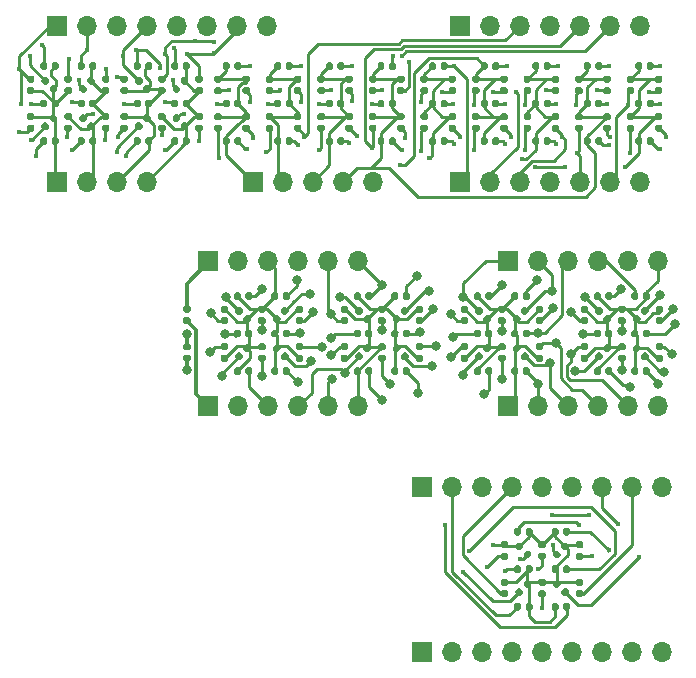
<source format=gbr>
G04 #@! TF.GenerationSoftware,KiCad,Pcbnew,(5.1.9)-1*
G04 #@! TF.CreationDate,2021-05-14T22:38:37-04:00*
G04 #@! TF.ProjectId,PanelizedDisplays,50616e65-6c69-47a6-9564-446973706c61,rev?*
G04 #@! TF.SameCoordinates,Original*
G04 #@! TF.FileFunction,Copper,L1,Top*
G04 #@! TF.FilePolarity,Positive*
%FSLAX46Y46*%
G04 Gerber Fmt 4.6, Leading zero omitted, Abs format (unit mm)*
G04 Created by KiCad (PCBNEW (5.1.9)-1) date 2021-05-14 22:38:37*
%MOMM*%
%LPD*%
G01*
G04 APERTURE LIST*
G04 #@! TA.AperFunction,ComponentPad*
%ADD10O,1.700000X1.700000*%
G04 #@! TD*
G04 #@! TA.AperFunction,ComponentPad*
%ADD11R,1.700000X1.700000*%
G04 #@! TD*
G04 #@! TA.AperFunction,ViaPad*
%ADD12C,0.450000*%
G04 #@! TD*
G04 #@! TA.AperFunction,ViaPad*
%ADD13C,0.800000*%
G04 #@! TD*
G04 #@! TA.AperFunction,Conductor*
%ADD14C,0.250000*%
G04 #@! TD*
G04 #@! TA.AperFunction,Conductor*
%ADD15C,0.304800*%
G04 #@! TD*
G04 APERTURE END LIST*
G04 #@! TA.AperFunction,SMDPad,CuDef*
G36*
G01*
X120349500Y-132725500D02*
X120694500Y-132725500D01*
G75*
G02*
X120842000Y-132873000I0J-147500D01*
G01*
X120842000Y-133168000D01*
G75*
G02*
X120694500Y-133315500I-147500J0D01*
G01*
X120349500Y-133315500D01*
G75*
G02*
X120202000Y-133168000I0J147500D01*
G01*
X120202000Y-132873000D01*
G75*
G02*
X120349500Y-132725500I147500J0D01*
G01*
G37*
G04 #@! TD.AperFunction*
G04 #@! TA.AperFunction,SMDPad,CuDef*
G36*
G01*
X120349500Y-133695500D02*
X120694500Y-133695500D01*
G75*
G02*
X120842000Y-133843000I0J-147500D01*
G01*
X120842000Y-134138000D01*
G75*
G02*
X120694500Y-134285500I-147500J0D01*
G01*
X120349500Y-134285500D01*
G75*
G02*
X120202000Y-134138000I0J147500D01*
G01*
X120202000Y-133843000D01*
G75*
G02*
X120349500Y-133695500I147500J0D01*
G01*
G37*
G04 #@! TD.AperFunction*
D10*
X133860500Y-142079500D03*
X131320500Y-142079500D03*
X128780500Y-142079500D03*
X126240500Y-142079500D03*
X123700500Y-142079500D03*
X121160500Y-142079500D03*
X118620500Y-142079500D03*
X116080500Y-142079500D03*
D11*
X113540500Y-142079500D03*
D10*
X133860500Y-128109500D03*
X131320500Y-128109500D03*
X128780500Y-128109500D03*
X126240500Y-128109500D03*
X123700500Y-128109500D03*
X121160500Y-128109500D03*
X118620500Y-128109500D03*
X116080500Y-128109500D03*
D11*
X113540500Y-128109500D03*
G04 #@! TA.AperFunction,SMDPad,CuDef*
G36*
G01*
X124504500Y-132090500D02*
X124504500Y-131745500D01*
G75*
G02*
X124652000Y-131598000I147500J0D01*
G01*
X124947000Y-131598000D01*
G75*
G02*
X125094500Y-131745500I0J-147500D01*
G01*
X125094500Y-132090500D01*
G75*
G02*
X124947000Y-132238000I-147500J0D01*
G01*
X124652000Y-132238000D01*
G75*
G02*
X124504500Y-132090500I0J147500D01*
G01*
G37*
G04 #@! TD.AperFunction*
G04 #@! TA.AperFunction,SMDPad,CuDef*
G36*
G01*
X125474500Y-132090500D02*
X125474500Y-131745500D01*
G75*
G02*
X125622000Y-131598000I147500J0D01*
G01*
X125917000Y-131598000D01*
G75*
G02*
X126064500Y-131745500I0J-147500D01*
G01*
X126064500Y-132090500D01*
G75*
G02*
X125917000Y-132238000I-147500J0D01*
G01*
X125622000Y-132238000D01*
G75*
G02*
X125474500Y-132090500I0J147500D01*
G01*
G37*
G04 #@! TD.AperFunction*
G04 #@! TA.AperFunction,SMDPad,CuDef*
G36*
G01*
X126699500Y-132725500D02*
X127044500Y-132725500D01*
G75*
G02*
X127192000Y-132873000I0J-147500D01*
G01*
X127192000Y-133168000D01*
G75*
G02*
X127044500Y-133315500I-147500J0D01*
G01*
X126699500Y-133315500D01*
G75*
G02*
X126552000Y-133168000I0J147500D01*
G01*
X126552000Y-132873000D01*
G75*
G02*
X126699500Y-132725500I147500J0D01*
G01*
G37*
G04 #@! TD.AperFunction*
G04 #@! TA.AperFunction,SMDPad,CuDef*
G36*
G01*
X126699500Y-133695500D02*
X127044500Y-133695500D01*
G75*
G02*
X127192000Y-133843000I0J-147500D01*
G01*
X127192000Y-134138000D01*
G75*
G02*
X127044500Y-134285500I-147500J0D01*
G01*
X126699500Y-134285500D01*
G75*
G02*
X126552000Y-134138000I0J147500D01*
G01*
X126552000Y-133843000D01*
G75*
G02*
X126699500Y-133695500I147500J0D01*
G01*
G37*
G04 #@! TD.AperFunction*
G04 #@! TA.AperFunction,SMDPad,CuDef*
G36*
G01*
X125028173Y-133517875D02*
X125272125Y-133761827D01*
G75*
G02*
X125272125Y-133970423I-104298J-104298D01*
G01*
X125063529Y-134179019D01*
G75*
G02*
X124854933Y-134179019I-104298J104298D01*
G01*
X124610981Y-133935067D01*
G75*
G02*
X124610981Y-133726471I104298J104298D01*
G01*
X124819577Y-133517875D01*
G75*
G02*
X125028173Y-133517875I104298J-104298D01*
G01*
G37*
G04 #@! TD.AperFunction*
G04 #@! TA.AperFunction,SMDPad,CuDef*
G36*
G01*
X125714067Y-132831981D02*
X125958019Y-133075933D01*
G75*
G02*
X125958019Y-133284529I-104298J-104298D01*
G01*
X125749423Y-133493125D01*
G75*
G02*
X125540827Y-133493125I-104298J104298D01*
G01*
X125296875Y-133249173D01*
G75*
G02*
X125296875Y-133040577I104298J104298D01*
G01*
X125505471Y-132831981D01*
G75*
G02*
X125714067Y-132831981I104298J-104298D01*
G01*
G37*
G04 #@! TD.AperFunction*
G04 #@! TA.AperFunction,SMDPad,CuDef*
G36*
G01*
X124504500Y-138440500D02*
X124504500Y-138095500D01*
G75*
G02*
X124652000Y-137948000I147500J0D01*
G01*
X124947000Y-137948000D01*
G75*
G02*
X125094500Y-138095500I0J-147500D01*
G01*
X125094500Y-138440500D01*
G75*
G02*
X124947000Y-138588000I-147500J0D01*
G01*
X124652000Y-138588000D01*
G75*
G02*
X124504500Y-138440500I0J147500D01*
G01*
G37*
G04 #@! TD.AperFunction*
G04 #@! TA.AperFunction,SMDPad,CuDef*
G36*
G01*
X125474500Y-138440500D02*
X125474500Y-138095500D01*
G75*
G02*
X125622000Y-137948000I147500J0D01*
G01*
X125917000Y-137948000D01*
G75*
G02*
X126064500Y-138095500I0J-147500D01*
G01*
X126064500Y-138440500D01*
G75*
G02*
X125917000Y-138588000I-147500J0D01*
G01*
X125622000Y-138588000D01*
G75*
G02*
X125474500Y-138440500I0J147500D01*
G01*
G37*
G04 #@! TD.AperFunction*
G04 #@! TA.AperFunction,SMDPad,CuDef*
G36*
G01*
X124610981Y-136250933D02*
X124854933Y-136006981D01*
G75*
G02*
X125063529Y-136006981I104298J-104298D01*
G01*
X125272125Y-136215577D01*
G75*
G02*
X125272125Y-136424173I-104298J-104298D01*
G01*
X125028173Y-136668125D01*
G75*
G02*
X124819577Y-136668125I-104298J104298D01*
G01*
X124610981Y-136459529D01*
G75*
G02*
X124610981Y-136250933I104298J104298D01*
G01*
G37*
G04 #@! TD.AperFunction*
G04 #@! TA.AperFunction,SMDPad,CuDef*
G36*
G01*
X125296875Y-136936827D02*
X125540827Y-136692875D01*
G75*
G02*
X125749423Y-136692875I104298J-104298D01*
G01*
X125958019Y-136901471D01*
G75*
G02*
X125958019Y-137110067I-104298J-104298D01*
G01*
X125714067Y-137354019D01*
G75*
G02*
X125505471Y-137354019I-104298J104298D01*
G01*
X125296875Y-137145423D01*
G75*
G02*
X125296875Y-136936827I104298J104298D01*
G01*
G37*
G04 #@! TD.AperFunction*
G04 #@! TA.AperFunction,SMDPad,CuDef*
G36*
G01*
X122539067Y-136006981D02*
X122783019Y-136250933D01*
G75*
G02*
X122783019Y-136459529I-104298J-104298D01*
G01*
X122574423Y-136668125D01*
G75*
G02*
X122365827Y-136668125I-104298J104298D01*
G01*
X122121875Y-136424173D01*
G75*
G02*
X122121875Y-136215577I104298J104298D01*
G01*
X122330471Y-136006981D01*
G75*
G02*
X122539067Y-136006981I104298J-104298D01*
G01*
G37*
G04 #@! TD.AperFunction*
G04 #@! TA.AperFunction,SMDPad,CuDef*
G36*
G01*
X121853173Y-136692875D02*
X122097125Y-136936827D01*
G75*
G02*
X122097125Y-137145423I-104298J-104298D01*
G01*
X121888529Y-137354019D01*
G75*
G02*
X121679933Y-137354019I-104298J104298D01*
G01*
X121435981Y-137110067D01*
G75*
G02*
X121435981Y-136901471I104298J104298D01*
G01*
X121644577Y-136692875D01*
G75*
G02*
X121853173Y-136692875I104298J-104298D01*
G01*
G37*
G04 #@! TD.AperFunction*
G04 #@! TA.AperFunction,SMDPad,CuDef*
G36*
G01*
X122121875Y-133761827D02*
X122365827Y-133517875D01*
G75*
G02*
X122574423Y-133517875I104298J-104298D01*
G01*
X122783019Y-133726471D01*
G75*
G02*
X122783019Y-133935067I-104298J-104298D01*
G01*
X122539067Y-134179019D01*
G75*
G02*
X122330471Y-134179019I-104298J104298D01*
G01*
X122121875Y-133970423D01*
G75*
G02*
X122121875Y-133761827I104298J104298D01*
G01*
G37*
G04 #@! TD.AperFunction*
G04 #@! TA.AperFunction,SMDPad,CuDef*
G36*
G01*
X121435981Y-133075933D02*
X121679933Y-132831981D01*
G75*
G02*
X121888529Y-132831981I104298J-104298D01*
G01*
X122097125Y-133040577D01*
G75*
G02*
X122097125Y-133249173I-104298J-104298D01*
G01*
X121853173Y-133493125D01*
G75*
G02*
X121644577Y-133493125I-104298J104298D01*
G01*
X121435981Y-133284529D01*
G75*
G02*
X121435981Y-133075933I104298J104298D01*
G01*
G37*
G04 #@! TD.AperFunction*
G04 #@! TA.AperFunction,SMDPad,CuDef*
G36*
G01*
X122889500Y-134920500D02*
X122889500Y-135265500D01*
G75*
G02*
X122742000Y-135413000I-147500J0D01*
G01*
X122447000Y-135413000D01*
G75*
G02*
X122299500Y-135265500I0J147500D01*
G01*
X122299500Y-134920500D01*
G75*
G02*
X122447000Y-134773000I147500J0D01*
G01*
X122742000Y-134773000D01*
G75*
G02*
X122889500Y-134920500I0J-147500D01*
G01*
G37*
G04 #@! TD.AperFunction*
G04 #@! TA.AperFunction,SMDPad,CuDef*
G36*
G01*
X121919500Y-134920500D02*
X121919500Y-135265500D01*
G75*
G02*
X121772000Y-135413000I-147500J0D01*
G01*
X121477000Y-135413000D01*
G75*
G02*
X121329500Y-135265500I0J147500D01*
G01*
X121329500Y-134920500D01*
G75*
G02*
X121477000Y-134773000I147500J0D01*
G01*
X121772000Y-134773000D01*
G75*
G02*
X121919500Y-134920500I0J-147500D01*
G01*
G37*
G04 #@! TD.AperFunction*
G04 #@! TA.AperFunction,SMDPad,CuDef*
G36*
G01*
X122889500Y-138095500D02*
X122889500Y-138440500D01*
G75*
G02*
X122742000Y-138588000I-147500J0D01*
G01*
X122447000Y-138588000D01*
G75*
G02*
X122299500Y-138440500I0J147500D01*
G01*
X122299500Y-138095500D01*
G75*
G02*
X122447000Y-137948000I147500J0D01*
G01*
X122742000Y-137948000D01*
G75*
G02*
X122889500Y-138095500I0J-147500D01*
G01*
G37*
G04 #@! TD.AperFunction*
G04 #@! TA.AperFunction,SMDPad,CuDef*
G36*
G01*
X121919500Y-138095500D02*
X121919500Y-138440500D01*
G75*
G02*
X121772000Y-138588000I-147500J0D01*
G01*
X121477000Y-138588000D01*
G75*
G02*
X121329500Y-138440500I0J147500D01*
G01*
X121329500Y-138095500D01*
G75*
G02*
X121477000Y-137948000I147500J0D01*
G01*
X121772000Y-137948000D01*
G75*
G02*
X121919500Y-138095500I0J-147500D01*
G01*
G37*
G04 #@! TD.AperFunction*
G04 #@! TA.AperFunction,SMDPad,CuDef*
G36*
G01*
X123524500Y-132725500D02*
X123869500Y-132725500D01*
G75*
G02*
X124017000Y-132873000I0J-147500D01*
G01*
X124017000Y-133168000D01*
G75*
G02*
X123869500Y-133315500I-147500J0D01*
G01*
X123524500Y-133315500D01*
G75*
G02*
X123377000Y-133168000I0J147500D01*
G01*
X123377000Y-132873000D01*
G75*
G02*
X123524500Y-132725500I147500J0D01*
G01*
G37*
G04 #@! TD.AperFunction*
G04 #@! TA.AperFunction,SMDPad,CuDef*
G36*
G01*
X123524500Y-133695500D02*
X123869500Y-133695500D01*
G75*
G02*
X124017000Y-133843000I0J-147500D01*
G01*
X124017000Y-134138000D01*
G75*
G02*
X123869500Y-134285500I-147500J0D01*
G01*
X123524500Y-134285500D01*
G75*
G02*
X123377000Y-134138000I0J147500D01*
G01*
X123377000Y-133843000D01*
G75*
G02*
X123524500Y-133695500I147500J0D01*
G01*
G37*
G04 #@! TD.AperFunction*
G04 #@! TA.AperFunction,SMDPad,CuDef*
G36*
G01*
X124504500Y-135265500D02*
X124504500Y-134920500D01*
G75*
G02*
X124652000Y-134773000I147500J0D01*
G01*
X124947000Y-134773000D01*
G75*
G02*
X125094500Y-134920500I0J-147500D01*
G01*
X125094500Y-135265500D01*
G75*
G02*
X124947000Y-135413000I-147500J0D01*
G01*
X124652000Y-135413000D01*
G75*
G02*
X124504500Y-135265500I0J147500D01*
G01*
G37*
G04 #@! TD.AperFunction*
G04 #@! TA.AperFunction,SMDPad,CuDef*
G36*
G01*
X125474500Y-135265500D02*
X125474500Y-134920500D01*
G75*
G02*
X125622000Y-134773000I147500J0D01*
G01*
X125917000Y-134773000D01*
G75*
G02*
X126064500Y-134920500I0J-147500D01*
G01*
X126064500Y-135265500D01*
G75*
G02*
X125917000Y-135413000I-147500J0D01*
G01*
X125622000Y-135413000D01*
G75*
G02*
X125474500Y-135265500I0J147500D01*
G01*
G37*
G04 #@! TD.AperFunction*
G04 #@! TA.AperFunction,SMDPad,CuDef*
G36*
G01*
X123524500Y-136870500D02*
X123869500Y-136870500D01*
G75*
G02*
X124017000Y-137018000I0J-147500D01*
G01*
X124017000Y-137313000D01*
G75*
G02*
X123869500Y-137460500I-147500J0D01*
G01*
X123524500Y-137460500D01*
G75*
G02*
X123377000Y-137313000I0J147500D01*
G01*
X123377000Y-137018000D01*
G75*
G02*
X123524500Y-136870500I147500J0D01*
G01*
G37*
G04 #@! TD.AperFunction*
G04 #@! TA.AperFunction,SMDPad,CuDef*
G36*
G01*
X123524500Y-135900500D02*
X123869500Y-135900500D01*
G75*
G02*
X124017000Y-136048000I0J-147500D01*
G01*
X124017000Y-136343000D01*
G75*
G02*
X123869500Y-136490500I-147500J0D01*
G01*
X123524500Y-136490500D01*
G75*
G02*
X123377000Y-136343000I0J147500D01*
G01*
X123377000Y-136048000D01*
G75*
G02*
X123524500Y-135900500I147500J0D01*
G01*
G37*
G04 #@! TD.AperFunction*
G04 #@! TA.AperFunction,SMDPad,CuDef*
G36*
G01*
X120349500Y-136870500D02*
X120694500Y-136870500D01*
G75*
G02*
X120842000Y-137018000I0J-147500D01*
G01*
X120842000Y-137313000D01*
G75*
G02*
X120694500Y-137460500I-147500J0D01*
G01*
X120349500Y-137460500D01*
G75*
G02*
X120202000Y-137313000I0J147500D01*
G01*
X120202000Y-137018000D01*
G75*
G02*
X120349500Y-136870500I147500J0D01*
G01*
G37*
G04 #@! TD.AperFunction*
G04 #@! TA.AperFunction,SMDPad,CuDef*
G36*
G01*
X120349500Y-135900500D02*
X120694500Y-135900500D01*
G75*
G02*
X120842000Y-136048000I0J-147500D01*
G01*
X120842000Y-136343000D01*
G75*
G02*
X120694500Y-136490500I-147500J0D01*
G01*
X120349500Y-136490500D01*
G75*
G02*
X120202000Y-136343000I0J147500D01*
G01*
X120202000Y-136048000D01*
G75*
G02*
X120349500Y-135900500I147500J0D01*
G01*
G37*
G04 #@! TD.AperFunction*
G04 #@! TA.AperFunction,SMDPad,CuDef*
G36*
G01*
X121919500Y-131745500D02*
X121919500Y-132090500D01*
G75*
G02*
X121772000Y-132238000I-147500J0D01*
G01*
X121477000Y-132238000D01*
G75*
G02*
X121329500Y-132090500I0J147500D01*
G01*
X121329500Y-131745500D01*
G75*
G02*
X121477000Y-131598000I147500J0D01*
G01*
X121772000Y-131598000D01*
G75*
G02*
X121919500Y-131745500I0J-147500D01*
G01*
G37*
G04 #@! TD.AperFunction*
G04 #@! TA.AperFunction,SMDPad,CuDef*
G36*
G01*
X122889500Y-131745500D02*
X122889500Y-132090500D01*
G75*
G02*
X122742000Y-132238000I-147500J0D01*
G01*
X122447000Y-132238000D01*
G75*
G02*
X122299500Y-132090500I0J147500D01*
G01*
X122299500Y-131745500D01*
G75*
G02*
X122447000Y-131598000I147500J0D01*
G01*
X122742000Y-131598000D01*
G75*
G02*
X122889500Y-131745500I0J-147500D01*
G01*
G37*
G04 #@! TD.AperFunction*
G04 #@! TA.AperFunction,SMDPad,CuDef*
G36*
G01*
X126699500Y-136870500D02*
X127044500Y-136870500D01*
G75*
G02*
X127192000Y-137018000I0J-147500D01*
G01*
X127192000Y-137313000D01*
G75*
G02*
X127044500Y-137460500I-147500J0D01*
G01*
X126699500Y-137460500D01*
G75*
G02*
X126552000Y-137313000I0J147500D01*
G01*
X126552000Y-137018000D01*
G75*
G02*
X126699500Y-136870500I147500J0D01*
G01*
G37*
G04 #@! TD.AperFunction*
G04 #@! TA.AperFunction,SMDPad,CuDef*
G36*
G01*
X126699500Y-135900500D02*
X127044500Y-135900500D01*
G75*
G02*
X127192000Y-136048000I0J-147500D01*
G01*
X127192000Y-136343000D01*
G75*
G02*
X127044500Y-136490500I-147500J0D01*
G01*
X126699500Y-136490500D01*
G75*
G02*
X126552000Y-136343000I0J147500D01*
G01*
X126552000Y-136048000D01*
G75*
G02*
X126699500Y-135900500I147500J0D01*
G01*
G37*
G04 #@! TD.AperFunction*
D10*
X109393000Y-102262000D03*
X106853000Y-102262000D03*
X104313000Y-102262000D03*
X101773000Y-102262000D03*
D11*
X99233000Y-102262000D03*
D10*
X131999000Y-102262000D03*
X129459000Y-102262000D03*
X126919000Y-102262000D03*
X124379000Y-102262000D03*
X121839000Y-102262000D03*
X119299000Y-102262000D03*
D11*
X116759000Y-102262000D03*
D10*
X131999000Y-89054000D03*
X129459000Y-89054000D03*
X126919000Y-89054000D03*
X124379000Y-89054000D03*
X121839000Y-89054000D03*
X119299000Y-89054000D03*
D11*
X116759000Y-89054000D03*
D10*
X90216000Y-102262000D03*
X87676000Y-102262000D03*
X85136000Y-102262000D03*
D11*
X82596000Y-102262000D03*
D10*
X100376000Y-89054000D03*
X97836000Y-89054000D03*
X95296000Y-89054000D03*
X92756000Y-89054000D03*
X90216000Y-89054000D03*
X87676000Y-89054000D03*
X85136000Y-89054000D03*
D11*
X82596000Y-89054000D03*
G04 #@! TA.AperFunction,SMDPad,CuDef*
G36*
G01*
X91658500Y-93887500D02*
X91313500Y-93887500D01*
G75*
G02*
X91166000Y-93740000I0J147500D01*
G01*
X91166000Y-93445000D01*
G75*
G02*
X91313500Y-93297500I147500J0D01*
G01*
X91658500Y-93297500D01*
G75*
G02*
X91806000Y-93445000I0J-147500D01*
G01*
X91806000Y-93740000D01*
G75*
G02*
X91658500Y-93887500I-147500J0D01*
G01*
G37*
G04 #@! TD.AperFunction*
G04 #@! TA.AperFunction,SMDPad,CuDef*
G36*
G01*
X91658500Y-94857500D02*
X91313500Y-94857500D01*
G75*
G02*
X91166000Y-94710000I0J147500D01*
G01*
X91166000Y-94415000D01*
G75*
G02*
X91313500Y-94267500I147500J0D01*
G01*
X91658500Y-94267500D01*
G75*
G02*
X91806000Y-94415000I0J-147500D01*
G01*
X91806000Y-94710000D01*
G75*
G02*
X91658500Y-94857500I-147500J0D01*
G01*
G37*
G04 #@! TD.AperFunction*
G04 #@! TA.AperFunction,SMDPad,CuDef*
G36*
G01*
X92883500Y-92317500D02*
X92883500Y-92662500D01*
G75*
G02*
X92736000Y-92810000I-147500J0D01*
G01*
X92441000Y-92810000D01*
G75*
G02*
X92293500Y-92662500I0J147500D01*
G01*
X92293500Y-92317500D01*
G75*
G02*
X92441000Y-92170000I147500J0D01*
G01*
X92736000Y-92170000D01*
G75*
G02*
X92883500Y-92317500I0J-147500D01*
G01*
G37*
G04 #@! TD.AperFunction*
G04 #@! TA.AperFunction,SMDPad,CuDef*
G36*
G01*
X93853500Y-92317500D02*
X93853500Y-92662500D01*
G75*
G02*
X93706000Y-92810000I-147500J0D01*
G01*
X93411000Y-92810000D01*
G75*
G02*
X93263500Y-92662500I0J147500D01*
G01*
X93263500Y-92317500D01*
G75*
G02*
X93411000Y-92170000I147500J0D01*
G01*
X93706000Y-92170000D01*
G75*
G02*
X93853500Y-92317500I0J-147500D01*
G01*
G37*
G04 #@! TD.AperFunction*
G04 #@! TA.AperFunction,SMDPad,CuDef*
G36*
G01*
X89708500Y-98667500D02*
X89708500Y-99012500D01*
G75*
G02*
X89561000Y-99160000I-147500J0D01*
G01*
X89266000Y-99160000D01*
G75*
G02*
X89118500Y-99012500I0J147500D01*
G01*
X89118500Y-98667500D01*
G75*
G02*
X89266000Y-98520000I147500J0D01*
G01*
X89561000Y-98520000D01*
G75*
G02*
X89708500Y-98667500I0J-147500D01*
G01*
G37*
G04 #@! TD.AperFunction*
G04 #@! TA.AperFunction,SMDPad,CuDef*
G36*
G01*
X90678500Y-98667500D02*
X90678500Y-99012500D01*
G75*
G02*
X90531000Y-99160000I-147500J0D01*
G01*
X90236000Y-99160000D01*
G75*
G02*
X90088500Y-99012500I0J147500D01*
G01*
X90088500Y-98667500D01*
G75*
G02*
X90236000Y-98520000I147500J0D01*
G01*
X90531000Y-98520000D01*
G75*
G02*
X90678500Y-98667500I0J-147500D01*
G01*
G37*
G04 #@! TD.AperFunction*
G04 #@! TA.AperFunction,SMDPad,CuDef*
G36*
G01*
X89642173Y-97264875D02*
X89886125Y-97508827D01*
G75*
G02*
X89886125Y-97717423I-104298J-104298D01*
G01*
X89677529Y-97926019D01*
G75*
G02*
X89468933Y-97926019I-104298J104298D01*
G01*
X89224981Y-97682067D01*
G75*
G02*
X89224981Y-97473471I104298J104298D01*
G01*
X89433577Y-97264875D01*
G75*
G02*
X89642173Y-97264875I104298J-104298D01*
G01*
G37*
G04 #@! TD.AperFunction*
G04 #@! TA.AperFunction,SMDPad,CuDef*
G36*
G01*
X90328067Y-96578981D02*
X90572019Y-96822933D01*
G75*
G02*
X90572019Y-97031529I-104298J-104298D01*
G01*
X90363423Y-97240125D01*
G75*
G02*
X90154827Y-97240125I-104298J104298D01*
G01*
X89910875Y-96996173D01*
G75*
G02*
X89910875Y-96787577I104298J104298D01*
G01*
X90119471Y-96578981D01*
G75*
G02*
X90328067Y-96578981I104298J-104298D01*
G01*
G37*
G04 #@! TD.AperFunction*
G04 #@! TA.AperFunction,SMDPad,CuDef*
G36*
G01*
X92883500Y-95492500D02*
X92883500Y-95837500D01*
G75*
G02*
X92736000Y-95985000I-147500J0D01*
G01*
X92441000Y-95985000D01*
G75*
G02*
X92293500Y-95837500I0J147500D01*
G01*
X92293500Y-95492500D01*
G75*
G02*
X92441000Y-95345000I147500J0D01*
G01*
X92736000Y-95345000D01*
G75*
G02*
X92883500Y-95492500I0J-147500D01*
G01*
G37*
G04 #@! TD.AperFunction*
G04 #@! TA.AperFunction,SMDPad,CuDef*
G36*
G01*
X93853500Y-95492500D02*
X93853500Y-95837500D01*
G75*
G02*
X93706000Y-95985000I-147500J0D01*
G01*
X93411000Y-95985000D01*
G75*
G02*
X93263500Y-95837500I0J147500D01*
G01*
X93263500Y-95492500D01*
G75*
G02*
X93411000Y-95345000I147500J0D01*
G01*
X93706000Y-95345000D01*
G75*
G02*
X93853500Y-95492500I0J-147500D01*
G01*
G37*
G04 #@! TD.AperFunction*
G04 #@! TA.AperFunction,SMDPad,CuDef*
G36*
G01*
X93061125Y-96996173D02*
X92817173Y-97240125D01*
G75*
G02*
X92608577Y-97240125I-104298J104298D01*
G01*
X92399981Y-97031529D01*
G75*
G02*
X92399981Y-96822933I104298J104298D01*
G01*
X92643933Y-96578981D01*
G75*
G02*
X92852529Y-96578981I104298J-104298D01*
G01*
X93061125Y-96787577D01*
G75*
G02*
X93061125Y-96996173I-104298J-104298D01*
G01*
G37*
G04 #@! TD.AperFunction*
G04 #@! TA.AperFunction,SMDPad,CuDef*
G36*
G01*
X93747019Y-97682067D02*
X93503067Y-97926019D01*
G75*
G02*
X93294471Y-97926019I-104298J104298D01*
G01*
X93085875Y-97717423D01*
G75*
G02*
X93085875Y-97508827I104298J104298D01*
G01*
X93329827Y-97264875D01*
G75*
G02*
X93538423Y-97264875I104298J-104298D01*
G01*
X93747019Y-97473471D01*
G75*
G02*
X93747019Y-97682067I-104298J-104298D01*
G01*
G37*
G04 #@! TD.AperFunction*
G04 #@! TA.AperFunction,SMDPad,CuDef*
G36*
G01*
X92817173Y-94089875D02*
X93061125Y-94333827D01*
G75*
G02*
X93061125Y-94542423I-104298J-104298D01*
G01*
X92852529Y-94751019D01*
G75*
G02*
X92643933Y-94751019I-104298J104298D01*
G01*
X92399981Y-94507067D01*
G75*
G02*
X92399981Y-94298471I104298J104298D01*
G01*
X92608577Y-94089875D01*
G75*
G02*
X92817173Y-94089875I104298J-104298D01*
G01*
G37*
G04 #@! TD.AperFunction*
G04 #@! TA.AperFunction,SMDPad,CuDef*
G36*
G01*
X93503067Y-93403981D02*
X93747019Y-93647933D01*
G75*
G02*
X93747019Y-93856529I-104298J-104298D01*
G01*
X93538423Y-94065125D01*
G75*
G02*
X93329827Y-94065125I-104298J104298D01*
G01*
X93085875Y-93821173D01*
G75*
G02*
X93085875Y-93612577I104298J104298D01*
G01*
X93294471Y-93403981D01*
G75*
G02*
X93503067Y-93403981I104298J-104298D01*
G01*
G37*
G04 #@! TD.AperFunction*
G04 #@! TA.AperFunction,SMDPad,CuDef*
G36*
G01*
X92883500Y-98667500D02*
X92883500Y-99012500D01*
G75*
G02*
X92736000Y-99160000I-147500J0D01*
G01*
X92441000Y-99160000D01*
G75*
G02*
X92293500Y-99012500I0J147500D01*
G01*
X92293500Y-98667500D01*
G75*
G02*
X92441000Y-98520000I147500J0D01*
G01*
X92736000Y-98520000D01*
G75*
G02*
X92883500Y-98667500I0J-147500D01*
G01*
G37*
G04 #@! TD.AperFunction*
G04 #@! TA.AperFunction,SMDPad,CuDef*
G36*
G01*
X93853500Y-98667500D02*
X93853500Y-99012500D01*
G75*
G02*
X93706000Y-99160000I-147500J0D01*
G01*
X93411000Y-99160000D01*
G75*
G02*
X93263500Y-99012500I0J147500D01*
G01*
X93263500Y-98667500D01*
G75*
G02*
X93411000Y-98520000I147500J0D01*
G01*
X93706000Y-98520000D01*
G75*
G02*
X93853500Y-98667500I0J-147500D01*
G01*
G37*
G04 #@! TD.AperFunction*
G04 #@! TA.AperFunction,SMDPad,CuDef*
G36*
G01*
X94833500Y-93887500D02*
X94488500Y-93887500D01*
G75*
G02*
X94341000Y-93740000I0J147500D01*
G01*
X94341000Y-93445000D01*
G75*
G02*
X94488500Y-93297500I147500J0D01*
G01*
X94833500Y-93297500D01*
G75*
G02*
X94981000Y-93445000I0J-147500D01*
G01*
X94981000Y-93740000D01*
G75*
G02*
X94833500Y-93887500I-147500J0D01*
G01*
G37*
G04 #@! TD.AperFunction*
G04 #@! TA.AperFunction,SMDPad,CuDef*
G36*
G01*
X94833500Y-94857500D02*
X94488500Y-94857500D01*
G75*
G02*
X94341000Y-94710000I0J147500D01*
G01*
X94341000Y-94415000D01*
G75*
G02*
X94488500Y-94267500I147500J0D01*
G01*
X94833500Y-94267500D01*
G75*
G02*
X94981000Y-94415000I0J-147500D01*
G01*
X94981000Y-94710000D01*
G75*
G02*
X94833500Y-94857500I-147500J0D01*
G01*
G37*
G04 #@! TD.AperFunction*
G04 #@! TA.AperFunction,SMDPad,CuDef*
G36*
G01*
X91313500Y-97442500D02*
X91658500Y-97442500D01*
G75*
G02*
X91806000Y-97590000I0J-147500D01*
G01*
X91806000Y-97885000D01*
G75*
G02*
X91658500Y-98032500I-147500J0D01*
G01*
X91313500Y-98032500D01*
G75*
G02*
X91166000Y-97885000I0J147500D01*
G01*
X91166000Y-97590000D01*
G75*
G02*
X91313500Y-97442500I147500J0D01*
G01*
G37*
G04 #@! TD.AperFunction*
G04 #@! TA.AperFunction,SMDPad,CuDef*
G36*
G01*
X91313500Y-96472500D02*
X91658500Y-96472500D01*
G75*
G02*
X91806000Y-96620000I0J-147500D01*
G01*
X91806000Y-96915000D01*
G75*
G02*
X91658500Y-97062500I-147500J0D01*
G01*
X91313500Y-97062500D01*
G75*
G02*
X91166000Y-96915000I0J147500D01*
G01*
X91166000Y-96620000D01*
G75*
G02*
X91313500Y-96472500I147500J0D01*
G01*
G37*
G04 #@! TD.AperFunction*
G04 #@! TA.AperFunction,SMDPad,CuDef*
G36*
G01*
X94488500Y-97442500D02*
X94833500Y-97442500D01*
G75*
G02*
X94981000Y-97590000I0J-147500D01*
G01*
X94981000Y-97885000D01*
G75*
G02*
X94833500Y-98032500I-147500J0D01*
G01*
X94488500Y-98032500D01*
G75*
G02*
X94341000Y-97885000I0J147500D01*
G01*
X94341000Y-97590000D01*
G75*
G02*
X94488500Y-97442500I147500J0D01*
G01*
G37*
G04 #@! TD.AperFunction*
G04 #@! TA.AperFunction,SMDPad,CuDef*
G36*
G01*
X94488500Y-96472500D02*
X94833500Y-96472500D01*
G75*
G02*
X94981000Y-96620000I0J-147500D01*
G01*
X94981000Y-96915000D01*
G75*
G02*
X94833500Y-97062500I-147500J0D01*
G01*
X94488500Y-97062500D01*
G75*
G02*
X94341000Y-96915000I0J147500D01*
G01*
X94341000Y-96620000D01*
G75*
G02*
X94488500Y-96472500I147500J0D01*
G01*
G37*
G04 #@! TD.AperFunction*
G04 #@! TA.AperFunction,SMDPad,CuDef*
G36*
G01*
X88483500Y-93887500D02*
X88138500Y-93887500D01*
G75*
G02*
X87991000Y-93740000I0J147500D01*
G01*
X87991000Y-93445000D01*
G75*
G02*
X88138500Y-93297500I147500J0D01*
G01*
X88483500Y-93297500D01*
G75*
G02*
X88631000Y-93445000I0J-147500D01*
G01*
X88631000Y-93740000D01*
G75*
G02*
X88483500Y-93887500I-147500J0D01*
G01*
G37*
G04 #@! TD.AperFunction*
G04 #@! TA.AperFunction,SMDPad,CuDef*
G36*
G01*
X88483500Y-94857500D02*
X88138500Y-94857500D01*
G75*
G02*
X87991000Y-94710000I0J147500D01*
G01*
X87991000Y-94415000D01*
G75*
G02*
X88138500Y-94267500I147500J0D01*
G01*
X88483500Y-94267500D01*
G75*
G02*
X88631000Y-94415000I0J-147500D01*
G01*
X88631000Y-94710000D01*
G75*
G02*
X88483500Y-94857500I-147500J0D01*
G01*
G37*
G04 #@! TD.AperFunction*
G04 #@! TA.AperFunction,SMDPad,CuDef*
G36*
G01*
X89708500Y-92317500D02*
X89708500Y-92662500D01*
G75*
G02*
X89561000Y-92810000I-147500J0D01*
G01*
X89266000Y-92810000D01*
G75*
G02*
X89118500Y-92662500I0J147500D01*
G01*
X89118500Y-92317500D01*
G75*
G02*
X89266000Y-92170000I147500J0D01*
G01*
X89561000Y-92170000D01*
G75*
G02*
X89708500Y-92317500I0J-147500D01*
G01*
G37*
G04 #@! TD.AperFunction*
G04 #@! TA.AperFunction,SMDPad,CuDef*
G36*
G01*
X90678500Y-92317500D02*
X90678500Y-92662500D01*
G75*
G02*
X90531000Y-92810000I-147500J0D01*
G01*
X90236000Y-92810000D01*
G75*
G02*
X90088500Y-92662500I0J147500D01*
G01*
X90088500Y-92317500D01*
G75*
G02*
X90236000Y-92170000I147500J0D01*
G01*
X90531000Y-92170000D01*
G75*
G02*
X90678500Y-92317500I0J-147500D01*
G01*
G37*
G04 #@! TD.AperFunction*
G04 #@! TA.AperFunction,SMDPad,CuDef*
G36*
G01*
X89708500Y-95492500D02*
X89708500Y-95837500D01*
G75*
G02*
X89561000Y-95985000I-147500J0D01*
G01*
X89266000Y-95985000D01*
G75*
G02*
X89118500Y-95837500I0J147500D01*
G01*
X89118500Y-95492500D01*
G75*
G02*
X89266000Y-95345000I147500J0D01*
G01*
X89561000Y-95345000D01*
G75*
G02*
X89708500Y-95492500I0J-147500D01*
G01*
G37*
G04 #@! TD.AperFunction*
G04 #@! TA.AperFunction,SMDPad,CuDef*
G36*
G01*
X90678500Y-95492500D02*
X90678500Y-95837500D01*
G75*
G02*
X90531000Y-95985000I-147500J0D01*
G01*
X90236000Y-95985000D01*
G75*
G02*
X90088500Y-95837500I0J147500D01*
G01*
X90088500Y-95492500D01*
G75*
G02*
X90236000Y-95345000I147500J0D01*
G01*
X90531000Y-95345000D01*
G75*
G02*
X90678500Y-95492500I0J-147500D01*
G01*
G37*
G04 #@! TD.AperFunction*
G04 #@! TA.AperFunction,SMDPad,CuDef*
G36*
G01*
X89886125Y-93821173D02*
X89642173Y-94065125D01*
G75*
G02*
X89433577Y-94065125I-104298J104298D01*
G01*
X89224981Y-93856529D01*
G75*
G02*
X89224981Y-93647933I104298J104298D01*
G01*
X89468933Y-93403981D01*
G75*
G02*
X89677529Y-93403981I104298J-104298D01*
G01*
X89886125Y-93612577D01*
G75*
G02*
X89886125Y-93821173I-104298J-104298D01*
G01*
G37*
G04 #@! TD.AperFunction*
G04 #@! TA.AperFunction,SMDPad,CuDef*
G36*
G01*
X90572019Y-94507067D02*
X90328067Y-94751019D01*
G75*
G02*
X90119471Y-94751019I-104298J104298D01*
G01*
X89910875Y-94542423D01*
G75*
G02*
X89910875Y-94333827I104298J104298D01*
G01*
X90154827Y-94089875D01*
G75*
G02*
X90363423Y-94089875I104298J-104298D01*
G01*
X90572019Y-94298471D01*
G75*
G02*
X90572019Y-94507067I-104298J-104298D01*
G01*
G37*
G04 #@! TD.AperFunction*
G04 #@! TA.AperFunction,SMDPad,CuDef*
G36*
G01*
X88138500Y-97442500D02*
X88483500Y-97442500D01*
G75*
G02*
X88631000Y-97590000I0J-147500D01*
G01*
X88631000Y-97885000D01*
G75*
G02*
X88483500Y-98032500I-147500J0D01*
G01*
X88138500Y-98032500D01*
G75*
G02*
X87991000Y-97885000I0J147500D01*
G01*
X87991000Y-97590000D01*
G75*
G02*
X88138500Y-97442500I147500J0D01*
G01*
G37*
G04 #@! TD.AperFunction*
G04 #@! TA.AperFunction,SMDPad,CuDef*
G36*
G01*
X88138500Y-96472500D02*
X88483500Y-96472500D01*
G75*
G02*
X88631000Y-96620000I0J-147500D01*
G01*
X88631000Y-96915000D01*
G75*
G02*
X88483500Y-97062500I-147500J0D01*
G01*
X88138500Y-97062500D01*
G75*
G02*
X87991000Y-96915000I0J147500D01*
G01*
X87991000Y-96620000D01*
G75*
G02*
X88138500Y-96472500I147500J0D01*
G01*
G37*
G04 #@! TD.AperFunction*
G04 #@! TA.AperFunction,SMDPad,CuDef*
G36*
G01*
X84893673Y-94089375D02*
X85137625Y-94333327D01*
G75*
G02*
X85137625Y-94541923I-104298J-104298D01*
G01*
X84929029Y-94750519D01*
G75*
G02*
X84720433Y-94750519I-104298J104298D01*
G01*
X84476481Y-94506567D01*
G75*
G02*
X84476481Y-94297971I104298J104298D01*
G01*
X84685077Y-94089375D01*
G75*
G02*
X84893673Y-94089375I104298J-104298D01*
G01*
G37*
G04 #@! TD.AperFunction*
G04 #@! TA.AperFunction,SMDPad,CuDef*
G36*
G01*
X85579567Y-93403481D02*
X85823519Y-93647433D01*
G75*
G02*
X85823519Y-93856029I-104298J-104298D01*
G01*
X85614923Y-94064625D01*
G75*
G02*
X85406327Y-94064625I-104298J104298D01*
G01*
X85162375Y-93820673D01*
G75*
G02*
X85162375Y-93612077I104298J104298D01*
G01*
X85370971Y-93403481D01*
G75*
G02*
X85579567Y-93403481I104298J-104298D01*
G01*
G37*
G04 #@! TD.AperFunction*
G04 #@! TA.AperFunction,SMDPad,CuDef*
G36*
G01*
X81962625Y-93820673D02*
X81718673Y-94064625D01*
G75*
G02*
X81510077Y-94064625I-104298J104298D01*
G01*
X81301481Y-93856029D01*
G75*
G02*
X81301481Y-93647433I104298J104298D01*
G01*
X81545433Y-93403481D01*
G75*
G02*
X81754029Y-93403481I104298J-104298D01*
G01*
X81962625Y-93612077D01*
G75*
G02*
X81962625Y-93820673I-104298J-104298D01*
G01*
G37*
G04 #@! TD.AperFunction*
G04 #@! TA.AperFunction,SMDPad,CuDef*
G36*
G01*
X82648519Y-94506567D02*
X82404567Y-94750519D01*
G75*
G02*
X82195971Y-94750519I-104298J104298D01*
G01*
X81987375Y-94541923D01*
G75*
G02*
X81987375Y-94333327I104298J104298D01*
G01*
X82231327Y-94089375D01*
G75*
G02*
X82439923Y-94089375I104298J-104298D01*
G01*
X82648519Y-94297971D01*
G75*
G02*
X82648519Y-94506567I-104298J-104298D01*
G01*
G37*
G04 #@! TD.AperFunction*
G04 #@! TA.AperFunction,SMDPad,CuDef*
G36*
G01*
X85137625Y-96995673D02*
X84893673Y-97239625D01*
G75*
G02*
X84685077Y-97239625I-104298J104298D01*
G01*
X84476481Y-97031029D01*
G75*
G02*
X84476481Y-96822433I104298J104298D01*
G01*
X84720433Y-96578481D01*
G75*
G02*
X84929029Y-96578481I104298J-104298D01*
G01*
X85137625Y-96787077D01*
G75*
G02*
X85137625Y-96995673I-104298J-104298D01*
G01*
G37*
G04 #@! TD.AperFunction*
G04 #@! TA.AperFunction,SMDPad,CuDef*
G36*
G01*
X85823519Y-97681567D02*
X85579567Y-97925519D01*
G75*
G02*
X85370971Y-97925519I-104298J104298D01*
G01*
X85162375Y-97716923D01*
G75*
G02*
X85162375Y-97508327I104298J104298D01*
G01*
X85406327Y-97264375D01*
G75*
G02*
X85614923Y-97264375I104298J-104298D01*
G01*
X85823519Y-97472971D01*
G75*
G02*
X85823519Y-97681567I-104298J-104298D01*
G01*
G37*
G04 #@! TD.AperFunction*
G04 #@! TA.AperFunction,SMDPad,CuDef*
G36*
G01*
X84960000Y-92317000D02*
X84960000Y-92662000D01*
G75*
G02*
X84812500Y-92809500I-147500J0D01*
G01*
X84517500Y-92809500D01*
G75*
G02*
X84370000Y-92662000I0J147500D01*
G01*
X84370000Y-92317000D01*
G75*
G02*
X84517500Y-92169500I147500J0D01*
G01*
X84812500Y-92169500D01*
G75*
G02*
X84960000Y-92317000I0J-147500D01*
G01*
G37*
G04 #@! TD.AperFunction*
G04 #@! TA.AperFunction,SMDPad,CuDef*
G36*
G01*
X85930000Y-92317000D02*
X85930000Y-92662000D01*
G75*
G02*
X85782500Y-92809500I-147500J0D01*
G01*
X85487500Y-92809500D01*
G75*
G02*
X85340000Y-92662000I0J147500D01*
G01*
X85340000Y-92317000D01*
G75*
G02*
X85487500Y-92169500I147500J0D01*
G01*
X85782500Y-92169500D01*
G75*
G02*
X85930000Y-92317000I0J-147500D01*
G01*
G37*
G04 #@! TD.AperFunction*
G04 #@! TA.AperFunction,SMDPad,CuDef*
G36*
G01*
X84960000Y-95492000D02*
X84960000Y-95837000D01*
G75*
G02*
X84812500Y-95984500I-147500J0D01*
G01*
X84517500Y-95984500D01*
G75*
G02*
X84370000Y-95837000I0J147500D01*
G01*
X84370000Y-95492000D01*
G75*
G02*
X84517500Y-95344500I147500J0D01*
G01*
X84812500Y-95344500D01*
G75*
G02*
X84960000Y-95492000I0J-147500D01*
G01*
G37*
G04 #@! TD.AperFunction*
G04 #@! TA.AperFunction,SMDPad,CuDef*
G36*
G01*
X85930000Y-95492000D02*
X85930000Y-95837000D01*
G75*
G02*
X85782500Y-95984500I-147500J0D01*
G01*
X85487500Y-95984500D01*
G75*
G02*
X85340000Y-95837000I0J147500D01*
G01*
X85340000Y-95492000D01*
G75*
G02*
X85487500Y-95344500I147500J0D01*
G01*
X85782500Y-95344500D01*
G75*
G02*
X85930000Y-95492000I0J-147500D01*
G01*
G37*
G04 #@! TD.AperFunction*
G04 #@! TA.AperFunction,SMDPad,CuDef*
G36*
G01*
X83390000Y-97442000D02*
X83735000Y-97442000D01*
G75*
G02*
X83882500Y-97589500I0J-147500D01*
G01*
X83882500Y-97884500D01*
G75*
G02*
X83735000Y-98032000I-147500J0D01*
G01*
X83390000Y-98032000D01*
G75*
G02*
X83242500Y-97884500I0J147500D01*
G01*
X83242500Y-97589500D01*
G75*
G02*
X83390000Y-97442000I147500J0D01*
G01*
G37*
G04 #@! TD.AperFunction*
G04 #@! TA.AperFunction,SMDPad,CuDef*
G36*
G01*
X83390000Y-96472000D02*
X83735000Y-96472000D01*
G75*
G02*
X83882500Y-96619500I0J-147500D01*
G01*
X83882500Y-96914500D01*
G75*
G02*
X83735000Y-97062000I-147500J0D01*
G01*
X83390000Y-97062000D01*
G75*
G02*
X83242500Y-96914500I0J147500D01*
G01*
X83242500Y-96619500D01*
G75*
G02*
X83390000Y-96472000I147500J0D01*
G01*
G37*
G04 #@! TD.AperFunction*
G04 #@! TA.AperFunction,SMDPad,CuDef*
G36*
G01*
X81785000Y-95492000D02*
X81785000Y-95837000D01*
G75*
G02*
X81637500Y-95984500I-147500J0D01*
G01*
X81342500Y-95984500D01*
G75*
G02*
X81195000Y-95837000I0J147500D01*
G01*
X81195000Y-95492000D01*
G75*
G02*
X81342500Y-95344500I147500J0D01*
G01*
X81637500Y-95344500D01*
G75*
G02*
X81785000Y-95492000I0J-147500D01*
G01*
G37*
G04 #@! TD.AperFunction*
G04 #@! TA.AperFunction,SMDPad,CuDef*
G36*
G01*
X82755000Y-95492000D02*
X82755000Y-95837000D01*
G75*
G02*
X82607500Y-95984500I-147500J0D01*
G01*
X82312500Y-95984500D01*
G75*
G02*
X82165000Y-95837000I0J147500D01*
G01*
X82165000Y-95492000D01*
G75*
G02*
X82312500Y-95344500I147500J0D01*
G01*
X82607500Y-95344500D01*
G75*
G02*
X82755000Y-95492000I0J-147500D01*
G01*
G37*
G04 #@! TD.AperFunction*
G04 #@! TA.AperFunction,SMDPad,CuDef*
G36*
G01*
X81785000Y-98667000D02*
X81785000Y-99012000D01*
G75*
G02*
X81637500Y-99159500I-147500J0D01*
G01*
X81342500Y-99159500D01*
G75*
G02*
X81195000Y-99012000I0J147500D01*
G01*
X81195000Y-98667000D01*
G75*
G02*
X81342500Y-98519500I147500J0D01*
G01*
X81637500Y-98519500D01*
G75*
G02*
X81785000Y-98667000I0J-147500D01*
G01*
G37*
G04 #@! TD.AperFunction*
G04 #@! TA.AperFunction,SMDPad,CuDef*
G36*
G01*
X82755000Y-98667000D02*
X82755000Y-99012000D01*
G75*
G02*
X82607500Y-99159500I-147500J0D01*
G01*
X82312500Y-99159500D01*
G75*
G02*
X82165000Y-99012000I0J147500D01*
G01*
X82165000Y-98667000D01*
G75*
G02*
X82312500Y-98519500I147500J0D01*
G01*
X82607500Y-98519500D01*
G75*
G02*
X82755000Y-98667000I0J-147500D01*
G01*
G37*
G04 #@! TD.AperFunction*
G04 #@! TA.AperFunction,SMDPad,CuDef*
G36*
G01*
X86910000Y-93887000D02*
X86565000Y-93887000D01*
G75*
G02*
X86417500Y-93739500I0J147500D01*
G01*
X86417500Y-93444500D01*
G75*
G02*
X86565000Y-93297000I147500J0D01*
G01*
X86910000Y-93297000D01*
G75*
G02*
X87057500Y-93444500I0J-147500D01*
G01*
X87057500Y-93739500D01*
G75*
G02*
X86910000Y-93887000I-147500J0D01*
G01*
G37*
G04 #@! TD.AperFunction*
G04 #@! TA.AperFunction,SMDPad,CuDef*
G36*
G01*
X86910000Y-94857000D02*
X86565000Y-94857000D01*
G75*
G02*
X86417500Y-94709500I0J147500D01*
G01*
X86417500Y-94414500D01*
G75*
G02*
X86565000Y-94267000I147500J0D01*
G01*
X86910000Y-94267000D01*
G75*
G02*
X87057500Y-94414500I0J-147500D01*
G01*
X87057500Y-94709500D01*
G75*
G02*
X86910000Y-94857000I-147500J0D01*
G01*
G37*
G04 #@! TD.AperFunction*
G04 #@! TA.AperFunction,SMDPad,CuDef*
G36*
G01*
X81718673Y-97264375D02*
X81962625Y-97508327D01*
G75*
G02*
X81962625Y-97716923I-104298J-104298D01*
G01*
X81754029Y-97925519D01*
G75*
G02*
X81545433Y-97925519I-104298J104298D01*
G01*
X81301481Y-97681567D01*
G75*
G02*
X81301481Y-97472971I104298J104298D01*
G01*
X81510077Y-97264375D01*
G75*
G02*
X81718673Y-97264375I104298J-104298D01*
G01*
G37*
G04 #@! TD.AperFunction*
G04 #@! TA.AperFunction,SMDPad,CuDef*
G36*
G01*
X82404567Y-96578481D02*
X82648519Y-96822433D01*
G75*
G02*
X82648519Y-97031029I-104298J-104298D01*
G01*
X82439923Y-97239625D01*
G75*
G02*
X82231327Y-97239625I-104298J104298D01*
G01*
X81987375Y-96995673D01*
G75*
G02*
X81987375Y-96787077I104298J104298D01*
G01*
X82195971Y-96578481D01*
G75*
G02*
X82404567Y-96578481I104298J-104298D01*
G01*
G37*
G04 #@! TD.AperFunction*
G04 #@! TA.AperFunction,SMDPad,CuDef*
G36*
G01*
X86565000Y-97442000D02*
X86910000Y-97442000D01*
G75*
G02*
X87057500Y-97589500I0J-147500D01*
G01*
X87057500Y-97884500D01*
G75*
G02*
X86910000Y-98032000I-147500J0D01*
G01*
X86565000Y-98032000D01*
G75*
G02*
X86417500Y-97884500I0J147500D01*
G01*
X86417500Y-97589500D01*
G75*
G02*
X86565000Y-97442000I147500J0D01*
G01*
G37*
G04 #@! TD.AperFunction*
G04 #@! TA.AperFunction,SMDPad,CuDef*
G36*
G01*
X86565000Y-96472000D02*
X86910000Y-96472000D01*
G75*
G02*
X87057500Y-96619500I0J-147500D01*
G01*
X87057500Y-96914500D01*
G75*
G02*
X86910000Y-97062000I-147500J0D01*
G01*
X86565000Y-97062000D01*
G75*
G02*
X86417500Y-96914500I0J147500D01*
G01*
X86417500Y-96619500D01*
G75*
G02*
X86565000Y-96472000I147500J0D01*
G01*
G37*
G04 #@! TD.AperFunction*
G04 #@! TA.AperFunction,SMDPad,CuDef*
G36*
G01*
X83735000Y-93887000D02*
X83390000Y-93887000D01*
G75*
G02*
X83242500Y-93739500I0J147500D01*
G01*
X83242500Y-93444500D01*
G75*
G02*
X83390000Y-93297000I147500J0D01*
G01*
X83735000Y-93297000D01*
G75*
G02*
X83882500Y-93444500I0J-147500D01*
G01*
X83882500Y-93739500D01*
G75*
G02*
X83735000Y-93887000I-147500J0D01*
G01*
G37*
G04 #@! TD.AperFunction*
G04 #@! TA.AperFunction,SMDPad,CuDef*
G36*
G01*
X83735000Y-94857000D02*
X83390000Y-94857000D01*
G75*
G02*
X83242500Y-94709500I0J147500D01*
G01*
X83242500Y-94414500D01*
G75*
G02*
X83390000Y-94267000I147500J0D01*
G01*
X83735000Y-94267000D01*
G75*
G02*
X83882500Y-94414500I0J-147500D01*
G01*
X83882500Y-94709500D01*
G75*
G02*
X83735000Y-94857000I-147500J0D01*
G01*
G37*
G04 #@! TD.AperFunction*
G04 #@! TA.AperFunction,SMDPad,CuDef*
G36*
G01*
X84960000Y-98667000D02*
X84960000Y-99012000D01*
G75*
G02*
X84812500Y-99159500I-147500J0D01*
G01*
X84517500Y-99159500D01*
G75*
G02*
X84370000Y-99012000I0J147500D01*
G01*
X84370000Y-98667000D01*
G75*
G02*
X84517500Y-98519500I147500J0D01*
G01*
X84812500Y-98519500D01*
G75*
G02*
X84960000Y-98667000I0J-147500D01*
G01*
G37*
G04 #@! TD.AperFunction*
G04 #@! TA.AperFunction,SMDPad,CuDef*
G36*
G01*
X85930000Y-98667000D02*
X85930000Y-99012000D01*
G75*
G02*
X85782500Y-99159500I-147500J0D01*
G01*
X85487500Y-99159500D01*
G75*
G02*
X85340000Y-99012000I0J147500D01*
G01*
X85340000Y-98667000D01*
G75*
G02*
X85487500Y-98519500I147500J0D01*
G01*
X85782500Y-98519500D01*
G75*
G02*
X85930000Y-98667000I0J-147500D01*
G01*
G37*
G04 #@! TD.AperFunction*
G04 #@! TA.AperFunction,SMDPad,CuDef*
G36*
G01*
X81785000Y-92317000D02*
X81785000Y-92662000D01*
G75*
G02*
X81637500Y-92809500I-147500J0D01*
G01*
X81342500Y-92809500D01*
G75*
G02*
X81195000Y-92662000I0J147500D01*
G01*
X81195000Y-92317000D01*
G75*
G02*
X81342500Y-92169500I147500J0D01*
G01*
X81637500Y-92169500D01*
G75*
G02*
X81785000Y-92317000I0J-147500D01*
G01*
G37*
G04 #@! TD.AperFunction*
G04 #@! TA.AperFunction,SMDPad,CuDef*
G36*
G01*
X82755000Y-92317000D02*
X82755000Y-92662000D01*
G75*
G02*
X82607500Y-92809500I-147500J0D01*
G01*
X82312500Y-92809500D01*
G75*
G02*
X82165000Y-92662000I0J147500D01*
G01*
X82165000Y-92317000D01*
G75*
G02*
X82312500Y-92169500I147500J0D01*
G01*
X82607500Y-92169500D01*
G75*
G02*
X82755000Y-92317000I0J-147500D01*
G01*
G37*
G04 #@! TD.AperFunction*
G04 #@! TA.AperFunction,SMDPad,CuDef*
G36*
G01*
X80215000Y-97442000D02*
X80560000Y-97442000D01*
G75*
G02*
X80707500Y-97589500I0J-147500D01*
G01*
X80707500Y-97884500D01*
G75*
G02*
X80560000Y-98032000I-147500J0D01*
G01*
X80215000Y-98032000D01*
G75*
G02*
X80067500Y-97884500I0J147500D01*
G01*
X80067500Y-97589500D01*
G75*
G02*
X80215000Y-97442000I147500J0D01*
G01*
G37*
G04 #@! TD.AperFunction*
G04 #@! TA.AperFunction,SMDPad,CuDef*
G36*
G01*
X80215000Y-96472000D02*
X80560000Y-96472000D01*
G75*
G02*
X80707500Y-96619500I0J-147500D01*
G01*
X80707500Y-96914500D01*
G75*
G02*
X80560000Y-97062000I-147500J0D01*
G01*
X80215000Y-97062000D01*
G75*
G02*
X80067500Y-96914500I0J147500D01*
G01*
X80067500Y-96619500D01*
G75*
G02*
X80215000Y-96472000I147500J0D01*
G01*
G37*
G04 #@! TD.AperFunction*
G04 #@! TA.AperFunction,SMDPad,CuDef*
G36*
G01*
X80560000Y-93887000D02*
X80215000Y-93887000D01*
G75*
G02*
X80067500Y-93739500I0J147500D01*
G01*
X80067500Y-93444500D01*
G75*
G02*
X80215000Y-93297000I147500J0D01*
G01*
X80560000Y-93297000D01*
G75*
G02*
X80707500Y-93444500I0J-147500D01*
G01*
X80707500Y-93739500D01*
G75*
G02*
X80560000Y-93887000I-147500J0D01*
G01*
G37*
G04 #@! TD.AperFunction*
G04 #@! TA.AperFunction,SMDPad,CuDef*
G36*
G01*
X80560000Y-94857000D02*
X80215000Y-94857000D01*
G75*
G02*
X80067500Y-94709500I0J147500D01*
G01*
X80067500Y-94414500D01*
G75*
G02*
X80215000Y-94267000I147500J0D01*
G01*
X80560000Y-94267000D01*
G75*
G02*
X80707500Y-94414500I0J-147500D01*
G01*
X80707500Y-94709500D01*
G75*
G02*
X80560000Y-94857000I-147500J0D01*
G01*
G37*
G04 #@! TD.AperFunction*
G04 #@! TA.AperFunction,SMDPad,CuDef*
G36*
G01*
X97629125Y-92662500D02*
X97629125Y-92317500D01*
G75*
G02*
X97776625Y-92170000I147500J0D01*
G01*
X98071625Y-92170000D01*
G75*
G02*
X98219125Y-92317500I0J-147500D01*
G01*
X98219125Y-92662500D01*
G75*
G02*
X98071625Y-92810000I-147500J0D01*
G01*
X97776625Y-92810000D01*
G75*
G02*
X97629125Y-92662500I0J147500D01*
G01*
G37*
G04 #@! TD.AperFunction*
G04 #@! TA.AperFunction,SMDPad,CuDef*
G36*
G01*
X96659125Y-92662500D02*
X96659125Y-92317500D01*
G75*
G02*
X96806625Y-92170000I147500J0D01*
G01*
X97101625Y-92170000D01*
G75*
G02*
X97249125Y-92317500I0J-147500D01*
G01*
X97249125Y-92662500D01*
G75*
G02*
X97101625Y-92810000I-147500J0D01*
G01*
X96806625Y-92810000D01*
G75*
G02*
X96659125Y-92662500I0J147500D01*
G01*
G37*
G04 #@! TD.AperFunction*
G04 #@! TA.AperFunction,SMDPad,CuDef*
G36*
G01*
X98457250Y-94267500D02*
X98802250Y-94267500D01*
G75*
G02*
X98949750Y-94415000I0J-147500D01*
G01*
X98949750Y-94710000D01*
G75*
G02*
X98802250Y-94857500I-147500J0D01*
G01*
X98457250Y-94857500D01*
G75*
G02*
X98309750Y-94710000I0J147500D01*
G01*
X98309750Y-94415000D01*
G75*
G02*
X98457250Y-94267500I147500J0D01*
G01*
G37*
G04 #@! TD.AperFunction*
G04 #@! TA.AperFunction,SMDPad,CuDef*
G36*
G01*
X98457250Y-93297500D02*
X98802250Y-93297500D01*
G75*
G02*
X98949750Y-93445000I0J-147500D01*
G01*
X98949750Y-93740000D01*
G75*
G02*
X98802250Y-93887500I-147500J0D01*
G01*
X98457250Y-93887500D01*
G75*
G02*
X98309750Y-93740000I0J147500D01*
G01*
X98309750Y-93445000D01*
G75*
G02*
X98457250Y-93297500I147500J0D01*
G01*
G37*
G04 #@! TD.AperFunction*
G04 #@! TA.AperFunction,SMDPad,CuDef*
G36*
G01*
X98457250Y-97442500D02*
X98802250Y-97442500D01*
G75*
G02*
X98949750Y-97590000I0J-147500D01*
G01*
X98949750Y-97885000D01*
G75*
G02*
X98802250Y-98032500I-147500J0D01*
G01*
X98457250Y-98032500D01*
G75*
G02*
X98309750Y-97885000I0J147500D01*
G01*
X98309750Y-97590000D01*
G75*
G02*
X98457250Y-97442500I147500J0D01*
G01*
G37*
G04 #@! TD.AperFunction*
G04 #@! TA.AperFunction,SMDPad,CuDef*
G36*
G01*
X98457250Y-96472500D02*
X98802250Y-96472500D01*
G75*
G02*
X98949750Y-96620000I0J-147500D01*
G01*
X98949750Y-96915000D01*
G75*
G02*
X98802250Y-97062500I-147500J0D01*
G01*
X98457250Y-97062500D01*
G75*
G02*
X98309750Y-96915000I0J147500D01*
G01*
X98309750Y-96620000D01*
G75*
G02*
X98457250Y-96472500I147500J0D01*
G01*
G37*
G04 #@! TD.AperFunction*
G04 #@! TA.AperFunction,SMDPad,CuDef*
G36*
G01*
X97629125Y-99012500D02*
X97629125Y-98667500D01*
G75*
G02*
X97776625Y-98520000I147500J0D01*
G01*
X98071625Y-98520000D01*
G75*
G02*
X98219125Y-98667500I0J-147500D01*
G01*
X98219125Y-99012500D01*
G75*
G02*
X98071625Y-99160000I-147500J0D01*
G01*
X97776625Y-99160000D01*
G75*
G02*
X97629125Y-99012500I0J147500D01*
G01*
G37*
G04 #@! TD.AperFunction*
G04 #@! TA.AperFunction,SMDPad,CuDef*
G36*
G01*
X96659125Y-99012500D02*
X96659125Y-98667500D01*
G75*
G02*
X96806625Y-98520000I147500J0D01*
G01*
X97101625Y-98520000D01*
G75*
G02*
X97249125Y-98667500I0J-147500D01*
G01*
X97249125Y-99012500D01*
G75*
G02*
X97101625Y-99160000I-147500J0D01*
G01*
X96806625Y-99160000D01*
G75*
G02*
X96659125Y-99012500I0J147500D01*
G01*
G37*
G04 #@! TD.AperFunction*
G04 #@! TA.AperFunction,SMDPad,CuDef*
G36*
G01*
X96076000Y-97442500D02*
X96421000Y-97442500D01*
G75*
G02*
X96568500Y-97590000I0J-147500D01*
G01*
X96568500Y-97885000D01*
G75*
G02*
X96421000Y-98032500I-147500J0D01*
G01*
X96076000Y-98032500D01*
G75*
G02*
X95928500Y-97885000I0J147500D01*
G01*
X95928500Y-97590000D01*
G75*
G02*
X96076000Y-97442500I147500J0D01*
G01*
G37*
G04 #@! TD.AperFunction*
G04 #@! TA.AperFunction,SMDPad,CuDef*
G36*
G01*
X96076000Y-96472500D02*
X96421000Y-96472500D01*
G75*
G02*
X96568500Y-96620000I0J-147500D01*
G01*
X96568500Y-96915000D01*
G75*
G02*
X96421000Y-97062500I-147500J0D01*
G01*
X96076000Y-97062500D01*
G75*
G02*
X95928500Y-96915000I0J147500D01*
G01*
X95928500Y-96620000D01*
G75*
G02*
X96076000Y-96472500I147500J0D01*
G01*
G37*
G04 #@! TD.AperFunction*
G04 #@! TA.AperFunction,SMDPad,CuDef*
G36*
G01*
X96076000Y-94267500D02*
X96421000Y-94267500D01*
G75*
G02*
X96568500Y-94415000I0J-147500D01*
G01*
X96568500Y-94710000D01*
G75*
G02*
X96421000Y-94857500I-147500J0D01*
G01*
X96076000Y-94857500D01*
G75*
G02*
X95928500Y-94710000I0J147500D01*
G01*
X95928500Y-94415000D01*
G75*
G02*
X96076000Y-94267500I147500J0D01*
G01*
G37*
G04 #@! TD.AperFunction*
G04 #@! TA.AperFunction,SMDPad,CuDef*
G36*
G01*
X96076000Y-93297500D02*
X96421000Y-93297500D01*
G75*
G02*
X96568500Y-93445000I0J-147500D01*
G01*
X96568500Y-93740000D01*
G75*
G02*
X96421000Y-93887500I-147500J0D01*
G01*
X96076000Y-93887500D01*
G75*
G02*
X95928500Y-93740000I0J147500D01*
G01*
X95928500Y-93445000D01*
G75*
G02*
X96076000Y-93297500I147500J0D01*
G01*
G37*
G04 #@! TD.AperFunction*
G04 #@! TA.AperFunction,SMDPad,CuDef*
G36*
G01*
X97249125Y-95492500D02*
X97249125Y-95837500D01*
G75*
G02*
X97101625Y-95985000I-147500J0D01*
G01*
X96806625Y-95985000D01*
G75*
G02*
X96659125Y-95837500I0J147500D01*
G01*
X96659125Y-95492500D01*
G75*
G02*
X96806625Y-95345000I147500J0D01*
G01*
X97101625Y-95345000D01*
G75*
G02*
X97249125Y-95492500I0J-147500D01*
G01*
G37*
G04 #@! TD.AperFunction*
G04 #@! TA.AperFunction,SMDPad,CuDef*
G36*
G01*
X98219125Y-95492500D02*
X98219125Y-95837500D01*
G75*
G02*
X98071625Y-95985000I-147500J0D01*
G01*
X97776625Y-95985000D01*
G75*
G02*
X97629125Y-95837500I0J147500D01*
G01*
X97629125Y-95492500D01*
G75*
G02*
X97776625Y-95345000I147500J0D01*
G01*
X98071625Y-95345000D01*
G75*
G02*
X98219125Y-95492500I0J-147500D01*
G01*
G37*
G04 #@! TD.AperFunction*
G04 #@! TA.AperFunction,SMDPad,CuDef*
G36*
G01*
X101994750Y-92662500D02*
X101994750Y-92317500D01*
G75*
G02*
X102142250Y-92170000I147500J0D01*
G01*
X102437250Y-92170000D01*
G75*
G02*
X102584750Y-92317500I0J-147500D01*
G01*
X102584750Y-92662500D01*
G75*
G02*
X102437250Y-92810000I-147500J0D01*
G01*
X102142250Y-92810000D01*
G75*
G02*
X101994750Y-92662500I0J147500D01*
G01*
G37*
G04 #@! TD.AperFunction*
G04 #@! TA.AperFunction,SMDPad,CuDef*
G36*
G01*
X101024750Y-92662500D02*
X101024750Y-92317500D01*
G75*
G02*
X101172250Y-92170000I147500J0D01*
G01*
X101467250Y-92170000D01*
G75*
G02*
X101614750Y-92317500I0J-147500D01*
G01*
X101614750Y-92662500D01*
G75*
G02*
X101467250Y-92810000I-147500J0D01*
G01*
X101172250Y-92810000D01*
G75*
G02*
X101024750Y-92662500I0J147500D01*
G01*
G37*
G04 #@! TD.AperFunction*
G04 #@! TA.AperFunction,SMDPad,CuDef*
G36*
G01*
X102822875Y-94267500D02*
X103167875Y-94267500D01*
G75*
G02*
X103315375Y-94415000I0J-147500D01*
G01*
X103315375Y-94710000D01*
G75*
G02*
X103167875Y-94857500I-147500J0D01*
G01*
X102822875Y-94857500D01*
G75*
G02*
X102675375Y-94710000I0J147500D01*
G01*
X102675375Y-94415000D01*
G75*
G02*
X102822875Y-94267500I147500J0D01*
G01*
G37*
G04 #@! TD.AperFunction*
G04 #@! TA.AperFunction,SMDPad,CuDef*
G36*
G01*
X102822875Y-93297500D02*
X103167875Y-93297500D01*
G75*
G02*
X103315375Y-93445000I0J-147500D01*
G01*
X103315375Y-93740000D01*
G75*
G02*
X103167875Y-93887500I-147500J0D01*
G01*
X102822875Y-93887500D01*
G75*
G02*
X102675375Y-93740000I0J147500D01*
G01*
X102675375Y-93445000D01*
G75*
G02*
X102822875Y-93297500I147500J0D01*
G01*
G37*
G04 #@! TD.AperFunction*
G04 #@! TA.AperFunction,SMDPad,CuDef*
G36*
G01*
X102822875Y-97442500D02*
X103167875Y-97442500D01*
G75*
G02*
X103315375Y-97590000I0J-147500D01*
G01*
X103315375Y-97885000D01*
G75*
G02*
X103167875Y-98032500I-147500J0D01*
G01*
X102822875Y-98032500D01*
G75*
G02*
X102675375Y-97885000I0J147500D01*
G01*
X102675375Y-97590000D01*
G75*
G02*
X102822875Y-97442500I147500J0D01*
G01*
G37*
G04 #@! TD.AperFunction*
G04 #@! TA.AperFunction,SMDPad,CuDef*
G36*
G01*
X102822875Y-96472500D02*
X103167875Y-96472500D01*
G75*
G02*
X103315375Y-96620000I0J-147500D01*
G01*
X103315375Y-96915000D01*
G75*
G02*
X103167875Y-97062500I-147500J0D01*
G01*
X102822875Y-97062500D01*
G75*
G02*
X102675375Y-96915000I0J147500D01*
G01*
X102675375Y-96620000D01*
G75*
G02*
X102822875Y-96472500I147500J0D01*
G01*
G37*
G04 #@! TD.AperFunction*
G04 #@! TA.AperFunction,SMDPad,CuDef*
G36*
G01*
X101994750Y-99012500D02*
X101994750Y-98667500D01*
G75*
G02*
X102142250Y-98520000I147500J0D01*
G01*
X102437250Y-98520000D01*
G75*
G02*
X102584750Y-98667500I0J-147500D01*
G01*
X102584750Y-99012500D01*
G75*
G02*
X102437250Y-99160000I-147500J0D01*
G01*
X102142250Y-99160000D01*
G75*
G02*
X101994750Y-99012500I0J147500D01*
G01*
G37*
G04 #@! TD.AperFunction*
G04 #@! TA.AperFunction,SMDPad,CuDef*
G36*
G01*
X101024750Y-99012500D02*
X101024750Y-98667500D01*
G75*
G02*
X101172250Y-98520000I147500J0D01*
G01*
X101467250Y-98520000D01*
G75*
G02*
X101614750Y-98667500I0J-147500D01*
G01*
X101614750Y-99012500D01*
G75*
G02*
X101467250Y-99160000I-147500J0D01*
G01*
X101172250Y-99160000D01*
G75*
G02*
X101024750Y-99012500I0J147500D01*
G01*
G37*
G04 #@! TD.AperFunction*
G04 #@! TA.AperFunction,SMDPad,CuDef*
G36*
G01*
X100441625Y-97442500D02*
X100786625Y-97442500D01*
G75*
G02*
X100934125Y-97590000I0J-147500D01*
G01*
X100934125Y-97885000D01*
G75*
G02*
X100786625Y-98032500I-147500J0D01*
G01*
X100441625Y-98032500D01*
G75*
G02*
X100294125Y-97885000I0J147500D01*
G01*
X100294125Y-97590000D01*
G75*
G02*
X100441625Y-97442500I147500J0D01*
G01*
G37*
G04 #@! TD.AperFunction*
G04 #@! TA.AperFunction,SMDPad,CuDef*
G36*
G01*
X100441625Y-96472500D02*
X100786625Y-96472500D01*
G75*
G02*
X100934125Y-96620000I0J-147500D01*
G01*
X100934125Y-96915000D01*
G75*
G02*
X100786625Y-97062500I-147500J0D01*
G01*
X100441625Y-97062500D01*
G75*
G02*
X100294125Y-96915000I0J147500D01*
G01*
X100294125Y-96620000D01*
G75*
G02*
X100441625Y-96472500I147500J0D01*
G01*
G37*
G04 #@! TD.AperFunction*
G04 #@! TA.AperFunction,SMDPad,CuDef*
G36*
G01*
X100441625Y-94267500D02*
X100786625Y-94267500D01*
G75*
G02*
X100934125Y-94415000I0J-147500D01*
G01*
X100934125Y-94710000D01*
G75*
G02*
X100786625Y-94857500I-147500J0D01*
G01*
X100441625Y-94857500D01*
G75*
G02*
X100294125Y-94710000I0J147500D01*
G01*
X100294125Y-94415000D01*
G75*
G02*
X100441625Y-94267500I147500J0D01*
G01*
G37*
G04 #@! TD.AperFunction*
G04 #@! TA.AperFunction,SMDPad,CuDef*
G36*
G01*
X100441625Y-93297500D02*
X100786625Y-93297500D01*
G75*
G02*
X100934125Y-93445000I0J-147500D01*
G01*
X100934125Y-93740000D01*
G75*
G02*
X100786625Y-93887500I-147500J0D01*
G01*
X100441625Y-93887500D01*
G75*
G02*
X100294125Y-93740000I0J147500D01*
G01*
X100294125Y-93445000D01*
G75*
G02*
X100441625Y-93297500I147500J0D01*
G01*
G37*
G04 #@! TD.AperFunction*
G04 #@! TA.AperFunction,SMDPad,CuDef*
G36*
G01*
X101614750Y-95492500D02*
X101614750Y-95837500D01*
G75*
G02*
X101467250Y-95985000I-147500J0D01*
G01*
X101172250Y-95985000D01*
G75*
G02*
X101024750Y-95837500I0J147500D01*
G01*
X101024750Y-95492500D01*
G75*
G02*
X101172250Y-95345000I147500J0D01*
G01*
X101467250Y-95345000D01*
G75*
G02*
X101614750Y-95492500I0J-147500D01*
G01*
G37*
G04 #@! TD.AperFunction*
G04 #@! TA.AperFunction,SMDPad,CuDef*
G36*
G01*
X102584750Y-95492500D02*
X102584750Y-95837500D01*
G75*
G02*
X102437250Y-95985000I-147500J0D01*
G01*
X102142250Y-95985000D01*
G75*
G02*
X101994750Y-95837500I0J147500D01*
G01*
X101994750Y-95492500D01*
G75*
G02*
X102142250Y-95345000I147500J0D01*
G01*
X102437250Y-95345000D01*
G75*
G02*
X102584750Y-95492500I0J-147500D01*
G01*
G37*
G04 #@! TD.AperFunction*
G04 #@! TA.AperFunction,SMDPad,CuDef*
G36*
G01*
X106360375Y-92662500D02*
X106360375Y-92317500D01*
G75*
G02*
X106507875Y-92170000I147500J0D01*
G01*
X106802875Y-92170000D01*
G75*
G02*
X106950375Y-92317500I0J-147500D01*
G01*
X106950375Y-92662500D01*
G75*
G02*
X106802875Y-92810000I-147500J0D01*
G01*
X106507875Y-92810000D01*
G75*
G02*
X106360375Y-92662500I0J147500D01*
G01*
G37*
G04 #@! TD.AperFunction*
G04 #@! TA.AperFunction,SMDPad,CuDef*
G36*
G01*
X105390375Y-92662500D02*
X105390375Y-92317500D01*
G75*
G02*
X105537875Y-92170000I147500J0D01*
G01*
X105832875Y-92170000D01*
G75*
G02*
X105980375Y-92317500I0J-147500D01*
G01*
X105980375Y-92662500D01*
G75*
G02*
X105832875Y-92810000I-147500J0D01*
G01*
X105537875Y-92810000D01*
G75*
G02*
X105390375Y-92662500I0J147500D01*
G01*
G37*
G04 #@! TD.AperFunction*
G04 #@! TA.AperFunction,SMDPad,CuDef*
G36*
G01*
X107188500Y-94267500D02*
X107533500Y-94267500D01*
G75*
G02*
X107681000Y-94415000I0J-147500D01*
G01*
X107681000Y-94710000D01*
G75*
G02*
X107533500Y-94857500I-147500J0D01*
G01*
X107188500Y-94857500D01*
G75*
G02*
X107041000Y-94710000I0J147500D01*
G01*
X107041000Y-94415000D01*
G75*
G02*
X107188500Y-94267500I147500J0D01*
G01*
G37*
G04 #@! TD.AperFunction*
G04 #@! TA.AperFunction,SMDPad,CuDef*
G36*
G01*
X107188500Y-93297500D02*
X107533500Y-93297500D01*
G75*
G02*
X107681000Y-93445000I0J-147500D01*
G01*
X107681000Y-93740000D01*
G75*
G02*
X107533500Y-93887500I-147500J0D01*
G01*
X107188500Y-93887500D01*
G75*
G02*
X107041000Y-93740000I0J147500D01*
G01*
X107041000Y-93445000D01*
G75*
G02*
X107188500Y-93297500I147500J0D01*
G01*
G37*
G04 #@! TD.AperFunction*
G04 #@! TA.AperFunction,SMDPad,CuDef*
G36*
G01*
X107188500Y-97442500D02*
X107533500Y-97442500D01*
G75*
G02*
X107681000Y-97590000I0J-147500D01*
G01*
X107681000Y-97885000D01*
G75*
G02*
X107533500Y-98032500I-147500J0D01*
G01*
X107188500Y-98032500D01*
G75*
G02*
X107041000Y-97885000I0J147500D01*
G01*
X107041000Y-97590000D01*
G75*
G02*
X107188500Y-97442500I147500J0D01*
G01*
G37*
G04 #@! TD.AperFunction*
G04 #@! TA.AperFunction,SMDPad,CuDef*
G36*
G01*
X107188500Y-96472500D02*
X107533500Y-96472500D01*
G75*
G02*
X107681000Y-96620000I0J-147500D01*
G01*
X107681000Y-96915000D01*
G75*
G02*
X107533500Y-97062500I-147500J0D01*
G01*
X107188500Y-97062500D01*
G75*
G02*
X107041000Y-96915000I0J147500D01*
G01*
X107041000Y-96620000D01*
G75*
G02*
X107188500Y-96472500I147500J0D01*
G01*
G37*
G04 #@! TD.AperFunction*
G04 #@! TA.AperFunction,SMDPad,CuDef*
G36*
G01*
X106360375Y-99012500D02*
X106360375Y-98667500D01*
G75*
G02*
X106507875Y-98520000I147500J0D01*
G01*
X106802875Y-98520000D01*
G75*
G02*
X106950375Y-98667500I0J-147500D01*
G01*
X106950375Y-99012500D01*
G75*
G02*
X106802875Y-99160000I-147500J0D01*
G01*
X106507875Y-99160000D01*
G75*
G02*
X106360375Y-99012500I0J147500D01*
G01*
G37*
G04 #@! TD.AperFunction*
G04 #@! TA.AperFunction,SMDPad,CuDef*
G36*
G01*
X105390375Y-99012500D02*
X105390375Y-98667500D01*
G75*
G02*
X105537875Y-98520000I147500J0D01*
G01*
X105832875Y-98520000D01*
G75*
G02*
X105980375Y-98667500I0J-147500D01*
G01*
X105980375Y-99012500D01*
G75*
G02*
X105832875Y-99160000I-147500J0D01*
G01*
X105537875Y-99160000D01*
G75*
G02*
X105390375Y-99012500I0J147500D01*
G01*
G37*
G04 #@! TD.AperFunction*
G04 #@! TA.AperFunction,SMDPad,CuDef*
G36*
G01*
X104807250Y-97442500D02*
X105152250Y-97442500D01*
G75*
G02*
X105299750Y-97590000I0J-147500D01*
G01*
X105299750Y-97885000D01*
G75*
G02*
X105152250Y-98032500I-147500J0D01*
G01*
X104807250Y-98032500D01*
G75*
G02*
X104659750Y-97885000I0J147500D01*
G01*
X104659750Y-97590000D01*
G75*
G02*
X104807250Y-97442500I147500J0D01*
G01*
G37*
G04 #@! TD.AperFunction*
G04 #@! TA.AperFunction,SMDPad,CuDef*
G36*
G01*
X104807250Y-96472500D02*
X105152250Y-96472500D01*
G75*
G02*
X105299750Y-96620000I0J-147500D01*
G01*
X105299750Y-96915000D01*
G75*
G02*
X105152250Y-97062500I-147500J0D01*
G01*
X104807250Y-97062500D01*
G75*
G02*
X104659750Y-96915000I0J147500D01*
G01*
X104659750Y-96620000D01*
G75*
G02*
X104807250Y-96472500I147500J0D01*
G01*
G37*
G04 #@! TD.AperFunction*
G04 #@! TA.AperFunction,SMDPad,CuDef*
G36*
G01*
X104807250Y-94267500D02*
X105152250Y-94267500D01*
G75*
G02*
X105299750Y-94415000I0J-147500D01*
G01*
X105299750Y-94710000D01*
G75*
G02*
X105152250Y-94857500I-147500J0D01*
G01*
X104807250Y-94857500D01*
G75*
G02*
X104659750Y-94710000I0J147500D01*
G01*
X104659750Y-94415000D01*
G75*
G02*
X104807250Y-94267500I147500J0D01*
G01*
G37*
G04 #@! TD.AperFunction*
G04 #@! TA.AperFunction,SMDPad,CuDef*
G36*
G01*
X104807250Y-93297500D02*
X105152250Y-93297500D01*
G75*
G02*
X105299750Y-93445000I0J-147500D01*
G01*
X105299750Y-93740000D01*
G75*
G02*
X105152250Y-93887500I-147500J0D01*
G01*
X104807250Y-93887500D01*
G75*
G02*
X104659750Y-93740000I0J147500D01*
G01*
X104659750Y-93445000D01*
G75*
G02*
X104807250Y-93297500I147500J0D01*
G01*
G37*
G04 #@! TD.AperFunction*
G04 #@! TA.AperFunction,SMDPad,CuDef*
G36*
G01*
X105980375Y-95492500D02*
X105980375Y-95837500D01*
G75*
G02*
X105832875Y-95985000I-147500J0D01*
G01*
X105537875Y-95985000D01*
G75*
G02*
X105390375Y-95837500I0J147500D01*
G01*
X105390375Y-95492500D01*
G75*
G02*
X105537875Y-95345000I147500J0D01*
G01*
X105832875Y-95345000D01*
G75*
G02*
X105980375Y-95492500I0J-147500D01*
G01*
G37*
G04 #@! TD.AperFunction*
G04 #@! TA.AperFunction,SMDPad,CuDef*
G36*
G01*
X106950375Y-95492500D02*
X106950375Y-95837500D01*
G75*
G02*
X106802875Y-95985000I-147500J0D01*
G01*
X106507875Y-95985000D01*
G75*
G02*
X106360375Y-95837500I0J147500D01*
G01*
X106360375Y-95492500D01*
G75*
G02*
X106507875Y-95345000I147500J0D01*
G01*
X106802875Y-95345000D01*
G75*
G02*
X106950375Y-95492500I0J-147500D01*
G01*
G37*
G04 #@! TD.AperFunction*
G04 #@! TA.AperFunction,SMDPad,CuDef*
G36*
G01*
X110726000Y-92662500D02*
X110726000Y-92317500D01*
G75*
G02*
X110873500Y-92170000I147500J0D01*
G01*
X111168500Y-92170000D01*
G75*
G02*
X111316000Y-92317500I0J-147500D01*
G01*
X111316000Y-92662500D01*
G75*
G02*
X111168500Y-92810000I-147500J0D01*
G01*
X110873500Y-92810000D01*
G75*
G02*
X110726000Y-92662500I0J147500D01*
G01*
G37*
G04 #@! TD.AperFunction*
G04 #@! TA.AperFunction,SMDPad,CuDef*
G36*
G01*
X109756000Y-92662500D02*
X109756000Y-92317500D01*
G75*
G02*
X109903500Y-92170000I147500J0D01*
G01*
X110198500Y-92170000D01*
G75*
G02*
X110346000Y-92317500I0J-147500D01*
G01*
X110346000Y-92662500D01*
G75*
G02*
X110198500Y-92810000I-147500J0D01*
G01*
X109903500Y-92810000D01*
G75*
G02*
X109756000Y-92662500I0J147500D01*
G01*
G37*
G04 #@! TD.AperFunction*
G04 #@! TA.AperFunction,SMDPad,CuDef*
G36*
G01*
X111554125Y-94267500D02*
X111899125Y-94267500D01*
G75*
G02*
X112046625Y-94415000I0J-147500D01*
G01*
X112046625Y-94710000D01*
G75*
G02*
X111899125Y-94857500I-147500J0D01*
G01*
X111554125Y-94857500D01*
G75*
G02*
X111406625Y-94710000I0J147500D01*
G01*
X111406625Y-94415000D01*
G75*
G02*
X111554125Y-94267500I147500J0D01*
G01*
G37*
G04 #@! TD.AperFunction*
G04 #@! TA.AperFunction,SMDPad,CuDef*
G36*
G01*
X111554125Y-93297500D02*
X111899125Y-93297500D01*
G75*
G02*
X112046625Y-93445000I0J-147500D01*
G01*
X112046625Y-93740000D01*
G75*
G02*
X111899125Y-93887500I-147500J0D01*
G01*
X111554125Y-93887500D01*
G75*
G02*
X111406625Y-93740000I0J147500D01*
G01*
X111406625Y-93445000D01*
G75*
G02*
X111554125Y-93297500I147500J0D01*
G01*
G37*
G04 #@! TD.AperFunction*
G04 #@! TA.AperFunction,SMDPad,CuDef*
G36*
G01*
X111554125Y-97442500D02*
X111899125Y-97442500D01*
G75*
G02*
X112046625Y-97590000I0J-147500D01*
G01*
X112046625Y-97885000D01*
G75*
G02*
X111899125Y-98032500I-147500J0D01*
G01*
X111554125Y-98032500D01*
G75*
G02*
X111406625Y-97885000I0J147500D01*
G01*
X111406625Y-97590000D01*
G75*
G02*
X111554125Y-97442500I147500J0D01*
G01*
G37*
G04 #@! TD.AperFunction*
G04 #@! TA.AperFunction,SMDPad,CuDef*
G36*
G01*
X111554125Y-96472500D02*
X111899125Y-96472500D01*
G75*
G02*
X112046625Y-96620000I0J-147500D01*
G01*
X112046625Y-96915000D01*
G75*
G02*
X111899125Y-97062500I-147500J0D01*
G01*
X111554125Y-97062500D01*
G75*
G02*
X111406625Y-96915000I0J147500D01*
G01*
X111406625Y-96620000D01*
G75*
G02*
X111554125Y-96472500I147500J0D01*
G01*
G37*
G04 #@! TD.AperFunction*
G04 #@! TA.AperFunction,SMDPad,CuDef*
G36*
G01*
X110726000Y-99012500D02*
X110726000Y-98667500D01*
G75*
G02*
X110873500Y-98520000I147500J0D01*
G01*
X111168500Y-98520000D01*
G75*
G02*
X111316000Y-98667500I0J-147500D01*
G01*
X111316000Y-99012500D01*
G75*
G02*
X111168500Y-99160000I-147500J0D01*
G01*
X110873500Y-99160000D01*
G75*
G02*
X110726000Y-99012500I0J147500D01*
G01*
G37*
G04 #@! TD.AperFunction*
G04 #@! TA.AperFunction,SMDPad,CuDef*
G36*
G01*
X109756000Y-99012500D02*
X109756000Y-98667500D01*
G75*
G02*
X109903500Y-98520000I147500J0D01*
G01*
X110198500Y-98520000D01*
G75*
G02*
X110346000Y-98667500I0J-147500D01*
G01*
X110346000Y-99012500D01*
G75*
G02*
X110198500Y-99160000I-147500J0D01*
G01*
X109903500Y-99160000D01*
G75*
G02*
X109756000Y-99012500I0J147500D01*
G01*
G37*
G04 #@! TD.AperFunction*
G04 #@! TA.AperFunction,SMDPad,CuDef*
G36*
G01*
X109172875Y-97442500D02*
X109517875Y-97442500D01*
G75*
G02*
X109665375Y-97590000I0J-147500D01*
G01*
X109665375Y-97885000D01*
G75*
G02*
X109517875Y-98032500I-147500J0D01*
G01*
X109172875Y-98032500D01*
G75*
G02*
X109025375Y-97885000I0J147500D01*
G01*
X109025375Y-97590000D01*
G75*
G02*
X109172875Y-97442500I147500J0D01*
G01*
G37*
G04 #@! TD.AperFunction*
G04 #@! TA.AperFunction,SMDPad,CuDef*
G36*
G01*
X109172875Y-96472500D02*
X109517875Y-96472500D01*
G75*
G02*
X109665375Y-96620000I0J-147500D01*
G01*
X109665375Y-96915000D01*
G75*
G02*
X109517875Y-97062500I-147500J0D01*
G01*
X109172875Y-97062500D01*
G75*
G02*
X109025375Y-96915000I0J147500D01*
G01*
X109025375Y-96620000D01*
G75*
G02*
X109172875Y-96472500I147500J0D01*
G01*
G37*
G04 #@! TD.AperFunction*
G04 #@! TA.AperFunction,SMDPad,CuDef*
G36*
G01*
X109172875Y-94267500D02*
X109517875Y-94267500D01*
G75*
G02*
X109665375Y-94415000I0J-147500D01*
G01*
X109665375Y-94710000D01*
G75*
G02*
X109517875Y-94857500I-147500J0D01*
G01*
X109172875Y-94857500D01*
G75*
G02*
X109025375Y-94710000I0J147500D01*
G01*
X109025375Y-94415000D01*
G75*
G02*
X109172875Y-94267500I147500J0D01*
G01*
G37*
G04 #@! TD.AperFunction*
G04 #@! TA.AperFunction,SMDPad,CuDef*
G36*
G01*
X109172875Y-93297500D02*
X109517875Y-93297500D01*
G75*
G02*
X109665375Y-93445000I0J-147500D01*
G01*
X109665375Y-93740000D01*
G75*
G02*
X109517875Y-93887500I-147500J0D01*
G01*
X109172875Y-93887500D01*
G75*
G02*
X109025375Y-93740000I0J147500D01*
G01*
X109025375Y-93445000D01*
G75*
G02*
X109172875Y-93297500I147500J0D01*
G01*
G37*
G04 #@! TD.AperFunction*
G04 #@! TA.AperFunction,SMDPad,CuDef*
G36*
G01*
X110346000Y-95492500D02*
X110346000Y-95837500D01*
G75*
G02*
X110198500Y-95985000I-147500J0D01*
G01*
X109903500Y-95985000D01*
G75*
G02*
X109756000Y-95837500I0J147500D01*
G01*
X109756000Y-95492500D01*
G75*
G02*
X109903500Y-95345000I147500J0D01*
G01*
X110198500Y-95345000D01*
G75*
G02*
X110346000Y-95492500I0J-147500D01*
G01*
G37*
G04 #@! TD.AperFunction*
G04 #@! TA.AperFunction,SMDPad,CuDef*
G36*
G01*
X111316000Y-95492500D02*
X111316000Y-95837500D01*
G75*
G02*
X111168500Y-95985000I-147500J0D01*
G01*
X110873500Y-95985000D01*
G75*
G02*
X110726000Y-95837500I0J147500D01*
G01*
X110726000Y-95492500D01*
G75*
G02*
X110873500Y-95345000I147500J0D01*
G01*
X111168500Y-95345000D01*
G75*
G02*
X111316000Y-95492500I0J-147500D01*
G01*
G37*
G04 #@! TD.AperFunction*
G04 #@! TA.AperFunction,SMDPad,CuDef*
G36*
G01*
X115091625Y-92662500D02*
X115091625Y-92317500D01*
G75*
G02*
X115239125Y-92170000I147500J0D01*
G01*
X115534125Y-92170000D01*
G75*
G02*
X115681625Y-92317500I0J-147500D01*
G01*
X115681625Y-92662500D01*
G75*
G02*
X115534125Y-92810000I-147500J0D01*
G01*
X115239125Y-92810000D01*
G75*
G02*
X115091625Y-92662500I0J147500D01*
G01*
G37*
G04 #@! TD.AperFunction*
G04 #@! TA.AperFunction,SMDPad,CuDef*
G36*
G01*
X114121625Y-92662500D02*
X114121625Y-92317500D01*
G75*
G02*
X114269125Y-92170000I147500J0D01*
G01*
X114564125Y-92170000D01*
G75*
G02*
X114711625Y-92317500I0J-147500D01*
G01*
X114711625Y-92662500D01*
G75*
G02*
X114564125Y-92810000I-147500J0D01*
G01*
X114269125Y-92810000D01*
G75*
G02*
X114121625Y-92662500I0J147500D01*
G01*
G37*
G04 #@! TD.AperFunction*
G04 #@! TA.AperFunction,SMDPad,CuDef*
G36*
G01*
X115919750Y-94267500D02*
X116264750Y-94267500D01*
G75*
G02*
X116412250Y-94415000I0J-147500D01*
G01*
X116412250Y-94710000D01*
G75*
G02*
X116264750Y-94857500I-147500J0D01*
G01*
X115919750Y-94857500D01*
G75*
G02*
X115772250Y-94710000I0J147500D01*
G01*
X115772250Y-94415000D01*
G75*
G02*
X115919750Y-94267500I147500J0D01*
G01*
G37*
G04 #@! TD.AperFunction*
G04 #@! TA.AperFunction,SMDPad,CuDef*
G36*
G01*
X115919750Y-93297500D02*
X116264750Y-93297500D01*
G75*
G02*
X116412250Y-93445000I0J-147500D01*
G01*
X116412250Y-93740000D01*
G75*
G02*
X116264750Y-93887500I-147500J0D01*
G01*
X115919750Y-93887500D01*
G75*
G02*
X115772250Y-93740000I0J147500D01*
G01*
X115772250Y-93445000D01*
G75*
G02*
X115919750Y-93297500I147500J0D01*
G01*
G37*
G04 #@! TD.AperFunction*
G04 #@! TA.AperFunction,SMDPad,CuDef*
G36*
G01*
X115919750Y-97442500D02*
X116264750Y-97442500D01*
G75*
G02*
X116412250Y-97590000I0J-147500D01*
G01*
X116412250Y-97885000D01*
G75*
G02*
X116264750Y-98032500I-147500J0D01*
G01*
X115919750Y-98032500D01*
G75*
G02*
X115772250Y-97885000I0J147500D01*
G01*
X115772250Y-97590000D01*
G75*
G02*
X115919750Y-97442500I147500J0D01*
G01*
G37*
G04 #@! TD.AperFunction*
G04 #@! TA.AperFunction,SMDPad,CuDef*
G36*
G01*
X115919750Y-96472500D02*
X116264750Y-96472500D01*
G75*
G02*
X116412250Y-96620000I0J-147500D01*
G01*
X116412250Y-96915000D01*
G75*
G02*
X116264750Y-97062500I-147500J0D01*
G01*
X115919750Y-97062500D01*
G75*
G02*
X115772250Y-96915000I0J147500D01*
G01*
X115772250Y-96620000D01*
G75*
G02*
X115919750Y-96472500I147500J0D01*
G01*
G37*
G04 #@! TD.AperFunction*
G04 #@! TA.AperFunction,SMDPad,CuDef*
G36*
G01*
X115091625Y-99012500D02*
X115091625Y-98667500D01*
G75*
G02*
X115239125Y-98520000I147500J0D01*
G01*
X115534125Y-98520000D01*
G75*
G02*
X115681625Y-98667500I0J-147500D01*
G01*
X115681625Y-99012500D01*
G75*
G02*
X115534125Y-99160000I-147500J0D01*
G01*
X115239125Y-99160000D01*
G75*
G02*
X115091625Y-99012500I0J147500D01*
G01*
G37*
G04 #@! TD.AperFunction*
G04 #@! TA.AperFunction,SMDPad,CuDef*
G36*
G01*
X114121625Y-99012500D02*
X114121625Y-98667500D01*
G75*
G02*
X114269125Y-98520000I147500J0D01*
G01*
X114564125Y-98520000D01*
G75*
G02*
X114711625Y-98667500I0J-147500D01*
G01*
X114711625Y-99012500D01*
G75*
G02*
X114564125Y-99160000I-147500J0D01*
G01*
X114269125Y-99160000D01*
G75*
G02*
X114121625Y-99012500I0J147500D01*
G01*
G37*
G04 #@! TD.AperFunction*
G04 #@! TA.AperFunction,SMDPad,CuDef*
G36*
G01*
X113538500Y-97442500D02*
X113883500Y-97442500D01*
G75*
G02*
X114031000Y-97590000I0J-147500D01*
G01*
X114031000Y-97885000D01*
G75*
G02*
X113883500Y-98032500I-147500J0D01*
G01*
X113538500Y-98032500D01*
G75*
G02*
X113391000Y-97885000I0J147500D01*
G01*
X113391000Y-97590000D01*
G75*
G02*
X113538500Y-97442500I147500J0D01*
G01*
G37*
G04 #@! TD.AperFunction*
G04 #@! TA.AperFunction,SMDPad,CuDef*
G36*
G01*
X113538500Y-96472500D02*
X113883500Y-96472500D01*
G75*
G02*
X114031000Y-96620000I0J-147500D01*
G01*
X114031000Y-96915000D01*
G75*
G02*
X113883500Y-97062500I-147500J0D01*
G01*
X113538500Y-97062500D01*
G75*
G02*
X113391000Y-96915000I0J147500D01*
G01*
X113391000Y-96620000D01*
G75*
G02*
X113538500Y-96472500I147500J0D01*
G01*
G37*
G04 #@! TD.AperFunction*
G04 #@! TA.AperFunction,SMDPad,CuDef*
G36*
G01*
X113538500Y-94267500D02*
X113883500Y-94267500D01*
G75*
G02*
X114031000Y-94415000I0J-147500D01*
G01*
X114031000Y-94710000D01*
G75*
G02*
X113883500Y-94857500I-147500J0D01*
G01*
X113538500Y-94857500D01*
G75*
G02*
X113391000Y-94710000I0J147500D01*
G01*
X113391000Y-94415000D01*
G75*
G02*
X113538500Y-94267500I147500J0D01*
G01*
G37*
G04 #@! TD.AperFunction*
G04 #@! TA.AperFunction,SMDPad,CuDef*
G36*
G01*
X113538500Y-93297500D02*
X113883500Y-93297500D01*
G75*
G02*
X114031000Y-93445000I0J-147500D01*
G01*
X114031000Y-93740000D01*
G75*
G02*
X113883500Y-93887500I-147500J0D01*
G01*
X113538500Y-93887500D01*
G75*
G02*
X113391000Y-93740000I0J147500D01*
G01*
X113391000Y-93445000D01*
G75*
G02*
X113538500Y-93297500I147500J0D01*
G01*
G37*
G04 #@! TD.AperFunction*
G04 #@! TA.AperFunction,SMDPad,CuDef*
G36*
G01*
X115091625Y-95837500D02*
X115091625Y-95492500D01*
G75*
G02*
X115239125Y-95345000I147500J0D01*
G01*
X115534125Y-95345000D01*
G75*
G02*
X115681625Y-95492500I0J-147500D01*
G01*
X115681625Y-95837500D01*
G75*
G02*
X115534125Y-95985000I-147500J0D01*
G01*
X115239125Y-95985000D01*
G75*
G02*
X115091625Y-95837500I0J147500D01*
G01*
G37*
G04 #@! TD.AperFunction*
G04 #@! TA.AperFunction,SMDPad,CuDef*
G36*
G01*
X114121625Y-95837500D02*
X114121625Y-95492500D01*
G75*
G02*
X114269125Y-95345000I147500J0D01*
G01*
X114564125Y-95345000D01*
G75*
G02*
X114711625Y-95492500I0J-147500D01*
G01*
X114711625Y-95837500D01*
G75*
G02*
X114564125Y-95985000I-147500J0D01*
G01*
X114269125Y-95985000D01*
G75*
G02*
X114121625Y-95837500I0J147500D01*
G01*
G37*
G04 #@! TD.AperFunction*
G04 #@! TA.AperFunction,SMDPad,CuDef*
G36*
G01*
X119457250Y-92662500D02*
X119457250Y-92317500D01*
G75*
G02*
X119604750Y-92170000I147500J0D01*
G01*
X119899750Y-92170000D01*
G75*
G02*
X120047250Y-92317500I0J-147500D01*
G01*
X120047250Y-92662500D01*
G75*
G02*
X119899750Y-92810000I-147500J0D01*
G01*
X119604750Y-92810000D01*
G75*
G02*
X119457250Y-92662500I0J147500D01*
G01*
G37*
G04 #@! TD.AperFunction*
G04 #@! TA.AperFunction,SMDPad,CuDef*
G36*
G01*
X118487250Y-92662500D02*
X118487250Y-92317500D01*
G75*
G02*
X118634750Y-92170000I147500J0D01*
G01*
X118929750Y-92170000D01*
G75*
G02*
X119077250Y-92317500I0J-147500D01*
G01*
X119077250Y-92662500D01*
G75*
G02*
X118929750Y-92810000I-147500J0D01*
G01*
X118634750Y-92810000D01*
G75*
G02*
X118487250Y-92662500I0J147500D01*
G01*
G37*
G04 #@! TD.AperFunction*
G04 #@! TA.AperFunction,SMDPad,CuDef*
G36*
G01*
X120285375Y-94267500D02*
X120630375Y-94267500D01*
G75*
G02*
X120777875Y-94415000I0J-147500D01*
G01*
X120777875Y-94710000D01*
G75*
G02*
X120630375Y-94857500I-147500J0D01*
G01*
X120285375Y-94857500D01*
G75*
G02*
X120137875Y-94710000I0J147500D01*
G01*
X120137875Y-94415000D01*
G75*
G02*
X120285375Y-94267500I147500J0D01*
G01*
G37*
G04 #@! TD.AperFunction*
G04 #@! TA.AperFunction,SMDPad,CuDef*
G36*
G01*
X120285375Y-93297500D02*
X120630375Y-93297500D01*
G75*
G02*
X120777875Y-93445000I0J-147500D01*
G01*
X120777875Y-93740000D01*
G75*
G02*
X120630375Y-93887500I-147500J0D01*
G01*
X120285375Y-93887500D01*
G75*
G02*
X120137875Y-93740000I0J147500D01*
G01*
X120137875Y-93445000D01*
G75*
G02*
X120285375Y-93297500I147500J0D01*
G01*
G37*
G04 #@! TD.AperFunction*
G04 #@! TA.AperFunction,SMDPad,CuDef*
G36*
G01*
X120285375Y-97442500D02*
X120630375Y-97442500D01*
G75*
G02*
X120777875Y-97590000I0J-147500D01*
G01*
X120777875Y-97885000D01*
G75*
G02*
X120630375Y-98032500I-147500J0D01*
G01*
X120285375Y-98032500D01*
G75*
G02*
X120137875Y-97885000I0J147500D01*
G01*
X120137875Y-97590000D01*
G75*
G02*
X120285375Y-97442500I147500J0D01*
G01*
G37*
G04 #@! TD.AperFunction*
G04 #@! TA.AperFunction,SMDPad,CuDef*
G36*
G01*
X120285375Y-96472500D02*
X120630375Y-96472500D01*
G75*
G02*
X120777875Y-96620000I0J-147500D01*
G01*
X120777875Y-96915000D01*
G75*
G02*
X120630375Y-97062500I-147500J0D01*
G01*
X120285375Y-97062500D01*
G75*
G02*
X120137875Y-96915000I0J147500D01*
G01*
X120137875Y-96620000D01*
G75*
G02*
X120285375Y-96472500I147500J0D01*
G01*
G37*
G04 #@! TD.AperFunction*
G04 #@! TA.AperFunction,SMDPad,CuDef*
G36*
G01*
X119457250Y-99012500D02*
X119457250Y-98667500D01*
G75*
G02*
X119604750Y-98520000I147500J0D01*
G01*
X119899750Y-98520000D01*
G75*
G02*
X120047250Y-98667500I0J-147500D01*
G01*
X120047250Y-99012500D01*
G75*
G02*
X119899750Y-99160000I-147500J0D01*
G01*
X119604750Y-99160000D01*
G75*
G02*
X119457250Y-99012500I0J147500D01*
G01*
G37*
G04 #@! TD.AperFunction*
G04 #@! TA.AperFunction,SMDPad,CuDef*
G36*
G01*
X118487250Y-99012500D02*
X118487250Y-98667500D01*
G75*
G02*
X118634750Y-98520000I147500J0D01*
G01*
X118929750Y-98520000D01*
G75*
G02*
X119077250Y-98667500I0J-147500D01*
G01*
X119077250Y-99012500D01*
G75*
G02*
X118929750Y-99160000I-147500J0D01*
G01*
X118634750Y-99160000D01*
G75*
G02*
X118487250Y-99012500I0J147500D01*
G01*
G37*
G04 #@! TD.AperFunction*
G04 #@! TA.AperFunction,SMDPad,CuDef*
G36*
G01*
X117904125Y-97442500D02*
X118249125Y-97442500D01*
G75*
G02*
X118396625Y-97590000I0J-147500D01*
G01*
X118396625Y-97885000D01*
G75*
G02*
X118249125Y-98032500I-147500J0D01*
G01*
X117904125Y-98032500D01*
G75*
G02*
X117756625Y-97885000I0J147500D01*
G01*
X117756625Y-97590000D01*
G75*
G02*
X117904125Y-97442500I147500J0D01*
G01*
G37*
G04 #@! TD.AperFunction*
G04 #@! TA.AperFunction,SMDPad,CuDef*
G36*
G01*
X117904125Y-96472500D02*
X118249125Y-96472500D01*
G75*
G02*
X118396625Y-96620000I0J-147500D01*
G01*
X118396625Y-96915000D01*
G75*
G02*
X118249125Y-97062500I-147500J0D01*
G01*
X117904125Y-97062500D01*
G75*
G02*
X117756625Y-96915000I0J147500D01*
G01*
X117756625Y-96620000D01*
G75*
G02*
X117904125Y-96472500I147500J0D01*
G01*
G37*
G04 #@! TD.AperFunction*
G04 #@! TA.AperFunction,SMDPad,CuDef*
G36*
G01*
X117904125Y-94267500D02*
X118249125Y-94267500D01*
G75*
G02*
X118396625Y-94415000I0J-147500D01*
G01*
X118396625Y-94710000D01*
G75*
G02*
X118249125Y-94857500I-147500J0D01*
G01*
X117904125Y-94857500D01*
G75*
G02*
X117756625Y-94710000I0J147500D01*
G01*
X117756625Y-94415000D01*
G75*
G02*
X117904125Y-94267500I147500J0D01*
G01*
G37*
G04 #@! TD.AperFunction*
G04 #@! TA.AperFunction,SMDPad,CuDef*
G36*
G01*
X117904125Y-93297500D02*
X118249125Y-93297500D01*
G75*
G02*
X118396625Y-93445000I0J-147500D01*
G01*
X118396625Y-93740000D01*
G75*
G02*
X118249125Y-93887500I-147500J0D01*
G01*
X117904125Y-93887500D01*
G75*
G02*
X117756625Y-93740000I0J147500D01*
G01*
X117756625Y-93445000D01*
G75*
G02*
X117904125Y-93297500I147500J0D01*
G01*
G37*
G04 #@! TD.AperFunction*
G04 #@! TA.AperFunction,SMDPad,CuDef*
G36*
G01*
X119457250Y-95837500D02*
X119457250Y-95492500D01*
G75*
G02*
X119604750Y-95345000I147500J0D01*
G01*
X119899750Y-95345000D01*
G75*
G02*
X120047250Y-95492500I0J-147500D01*
G01*
X120047250Y-95837500D01*
G75*
G02*
X119899750Y-95985000I-147500J0D01*
G01*
X119604750Y-95985000D01*
G75*
G02*
X119457250Y-95837500I0J147500D01*
G01*
G37*
G04 #@! TD.AperFunction*
G04 #@! TA.AperFunction,SMDPad,CuDef*
G36*
G01*
X118487250Y-95837500D02*
X118487250Y-95492500D01*
G75*
G02*
X118634750Y-95345000I147500J0D01*
G01*
X118929750Y-95345000D01*
G75*
G02*
X119077250Y-95492500I0J-147500D01*
G01*
X119077250Y-95837500D01*
G75*
G02*
X118929750Y-95985000I-147500J0D01*
G01*
X118634750Y-95985000D01*
G75*
G02*
X118487250Y-95837500I0J147500D01*
G01*
G37*
G04 #@! TD.AperFunction*
G04 #@! TA.AperFunction,SMDPad,CuDef*
G36*
G01*
X123822875Y-92662500D02*
X123822875Y-92317500D01*
G75*
G02*
X123970375Y-92170000I147500J0D01*
G01*
X124265375Y-92170000D01*
G75*
G02*
X124412875Y-92317500I0J-147500D01*
G01*
X124412875Y-92662500D01*
G75*
G02*
X124265375Y-92810000I-147500J0D01*
G01*
X123970375Y-92810000D01*
G75*
G02*
X123822875Y-92662500I0J147500D01*
G01*
G37*
G04 #@! TD.AperFunction*
G04 #@! TA.AperFunction,SMDPad,CuDef*
G36*
G01*
X122852875Y-92662500D02*
X122852875Y-92317500D01*
G75*
G02*
X123000375Y-92170000I147500J0D01*
G01*
X123295375Y-92170000D01*
G75*
G02*
X123442875Y-92317500I0J-147500D01*
G01*
X123442875Y-92662500D01*
G75*
G02*
X123295375Y-92810000I-147500J0D01*
G01*
X123000375Y-92810000D01*
G75*
G02*
X122852875Y-92662500I0J147500D01*
G01*
G37*
G04 #@! TD.AperFunction*
G04 #@! TA.AperFunction,SMDPad,CuDef*
G36*
G01*
X124651000Y-94267500D02*
X124996000Y-94267500D01*
G75*
G02*
X125143500Y-94415000I0J-147500D01*
G01*
X125143500Y-94710000D01*
G75*
G02*
X124996000Y-94857500I-147500J0D01*
G01*
X124651000Y-94857500D01*
G75*
G02*
X124503500Y-94710000I0J147500D01*
G01*
X124503500Y-94415000D01*
G75*
G02*
X124651000Y-94267500I147500J0D01*
G01*
G37*
G04 #@! TD.AperFunction*
G04 #@! TA.AperFunction,SMDPad,CuDef*
G36*
G01*
X124651000Y-93297500D02*
X124996000Y-93297500D01*
G75*
G02*
X125143500Y-93445000I0J-147500D01*
G01*
X125143500Y-93740000D01*
G75*
G02*
X124996000Y-93887500I-147500J0D01*
G01*
X124651000Y-93887500D01*
G75*
G02*
X124503500Y-93740000I0J147500D01*
G01*
X124503500Y-93445000D01*
G75*
G02*
X124651000Y-93297500I147500J0D01*
G01*
G37*
G04 #@! TD.AperFunction*
G04 #@! TA.AperFunction,SMDPad,CuDef*
G36*
G01*
X124651000Y-97442500D02*
X124996000Y-97442500D01*
G75*
G02*
X125143500Y-97590000I0J-147500D01*
G01*
X125143500Y-97885000D01*
G75*
G02*
X124996000Y-98032500I-147500J0D01*
G01*
X124651000Y-98032500D01*
G75*
G02*
X124503500Y-97885000I0J147500D01*
G01*
X124503500Y-97590000D01*
G75*
G02*
X124651000Y-97442500I147500J0D01*
G01*
G37*
G04 #@! TD.AperFunction*
G04 #@! TA.AperFunction,SMDPad,CuDef*
G36*
G01*
X124651000Y-96472500D02*
X124996000Y-96472500D01*
G75*
G02*
X125143500Y-96620000I0J-147500D01*
G01*
X125143500Y-96915000D01*
G75*
G02*
X124996000Y-97062500I-147500J0D01*
G01*
X124651000Y-97062500D01*
G75*
G02*
X124503500Y-96915000I0J147500D01*
G01*
X124503500Y-96620000D01*
G75*
G02*
X124651000Y-96472500I147500J0D01*
G01*
G37*
G04 #@! TD.AperFunction*
G04 #@! TA.AperFunction,SMDPad,CuDef*
G36*
G01*
X123822875Y-99012500D02*
X123822875Y-98667500D01*
G75*
G02*
X123970375Y-98520000I147500J0D01*
G01*
X124265375Y-98520000D01*
G75*
G02*
X124412875Y-98667500I0J-147500D01*
G01*
X124412875Y-99012500D01*
G75*
G02*
X124265375Y-99160000I-147500J0D01*
G01*
X123970375Y-99160000D01*
G75*
G02*
X123822875Y-99012500I0J147500D01*
G01*
G37*
G04 #@! TD.AperFunction*
G04 #@! TA.AperFunction,SMDPad,CuDef*
G36*
G01*
X122852875Y-99012500D02*
X122852875Y-98667500D01*
G75*
G02*
X123000375Y-98520000I147500J0D01*
G01*
X123295375Y-98520000D01*
G75*
G02*
X123442875Y-98667500I0J-147500D01*
G01*
X123442875Y-99012500D01*
G75*
G02*
X123295375Y-99160000I-147500J0D01*
G01*
X123000375Y-99160000D01*
G75*
G02*
X122852875Y-99012500I0J147500D01*
G01*
G37*
G04 #@! TD.AperFunction*
G04 #@! TA.AperFunction,SMDPad,CuDef*
G36*
G01*
X122269750Y-97442500D02*
X122614750Y-97442500D01*
G75*
G02*
X122762250Y-97590000I0J-147500D01*
G01*
X122762250Y-97885000D01*
G75*
G02*
X122614750Y-98032500I-147500J0D01*
G01*
X122269750Y-98032500D01*
G75*
G02*
X122122250Y-97885000I0J147500D01*
G01*
X122122250Y-97590000D01*
G75*
G02*
X122269750Y-97442500I147500J0D01*
G01*
G37*
G04 #@! TD.AperFunction*
G04 #@! TA.AperFunction,SMDPad,CuDef*
G36*
G01*
X122269750Y-96472500D02*
X122614750Y-96472500D01*
G75*
G02*
X122762250Y-96620000I0J-147500D01*
G01*
X122762250Y-96915000D01*
G75*
G02*
X122614750Y-97062500I-147500J0D01*
G01*
X122269750Y-97062500D01*
G75*
G02*
X122122250Y-96915000I0J147500D01*
G01*
X122122250Y-96620000D01*
G75*
G02*
X122269750Y-96472500I147500J0D01*
G01*
G37*
G04 #@! TD.AperFunction*
G04 #@! TA.AperFunction,SMDPad,CuDef*
G36*
G01*
X122269750Y-94267500D02*
X122614750Y-94267500D01*
G75*
G02*
X122762250Y-94415000I0J-147500D01*
G01*
X122762250Y-94710000D01*
G75*
G02*
X122614750Y-94857500I-147500J0D01*
G01*
X122269750Y-94857500D01*
G75*
G02*
X122122250Y-94710000I0J147500D01*
G01*
X122122250Y-94415000D01*
G75*
G02*
X122269750Y-94267500I147500J0D01*
G01*
G37*
G04 #@! TD.AperFunction*
G04 #@! TA.AperFunction,SMDPad,CuDef*
G36*
G01*
X122269750Y-93297500D02*
X122614750Y-93297500D01*
G75*
G02*
X122762250Y-93445000I0J-147500D01*
G01*
X122762250Y-93740000D01*
G75*
G02*
X122614750Y-93887500I-147500J0D01*
G01*
X122269750Y-93887500D01*
G75*
G02*
X122122250Y-93740000I0J147500D01*
G01*
X122122250Y-93445000D01*
G75*
G02*
X122269750Y-93297500I147500J0D01*
G01*
G37*
G04 #@! TD.AperFunction*
G04 #@! TA.AperFunction,SMDPad,CuDef*
G36*
G01*
X123822875Y-95837500D02*
X123822875Y-95492500D01*
G75*
G02*
X123970375Y-95345000I147500J0D01*
G01*
X124265375Y-95345000D01*
G75*
G02*
X124412875Y-95492500I0J-147500D01*
G01*
X124412875Y-95837500D01*
G75*
G02*
X124265375Y-95985000I-147500J0D01*
G01*
X123970375Y-95985000D01*
G75*
G02*
X123822875Y-95837500I0J147500D01*
G01*
G37*
G04 #@! TD.AperFunction*
G04 #@! TA.AperFunction,SMDPad,CuDef*
G36*
G01*
X122852875Y-95837500D02*
X122852875Y-95492500D01*
G75*
G02*
X123000375Y-95345000I147500J0D01*
G01*
X123295375Y-95345000D01*
G75*
G02*
X123442875Y-95492500I0J-147500D01*
G01*
X123442875Y-95837500D01*
G75*
G02*
X123295375Y-95985000I-147500J0D01*
G01*
X123000375Y-95985000D01*
G75*
G02*
X122852875Y-95837500I0J147500D01*
G01*
G37*
G04 #@! TD.AperFunction*
G04 #@! TA.AperFunction,SMDPad,CuDef*
G36*
G01*
X128188500Y-92662500D02*
X128188500Y-92317500D01*
G75*
G02*
X128336000Y-92170000I147500J0D01*
G01*
X128631000Y-92170000D01*
G75*
G02*
X128778500Y-92317500I0J-147500D01*
G01*
X128778500Y-92662500D01*
G75*
G02*
X128631000Y-92810000I-147500J0D01*
G01*
X128336000Y-92810000D01*
G75*
G02*
X128188500Y-92662500I0J147500D01*
G01*
G37*
G04 #@! TD.AperFunction*
G04 #@! TA.AperFunction,SMDPad,CuDef*
G36*
G01*
X127218500Y-92662500D02*
X127218500Y-92317500D01*
G75*
G02*
X127366000Y-92170000I147500J0D01*
G01*
X127661000Y-92170000D01*
G75*
G02*
X127808500Y-92317500I0J-147500D01*
G01*
X127808500Y-92662500D01*
G75*
G02*
X127661000Y-92810000I-147500J0D01*
G01*
X127366000Y-92810000D01*
G75*
G02*
X127218500Y-92662500I0J147500D01*
G01*
G37*
G04 #@! TD.AperFunction*
G04 #@! TA.AperFunction,SMDPad,CuDef*
G36*
G01*
X129016625Y-94267500D02*
X129361625Y-94267500D01*
G75*
G02*
X129509125Y-94415000I0J-147500D01*
G01*
X129509125Y-94710000D01*
G75*
G02*
X129361625Y-94857500I-147500J0D01*
G01*
X129016625Y-94857500D01*
G75*
G02*
X128869125Y-94710000I0J147500D01*
G01*
X128869125Y-94415000D01*
G75*
G02*
X129016625Y-94267500I147500J0D01*
G01*
G37*
G04 #@! TD.AperFunction*
G04 #@! TA.AperFunction,SMDPad,CuDef*
G36*
G01*
X129016625Y-93297500D02*
X129361625Y-93297500D01*
G75*
G02*
X129509125Y-93445000I0J-147500D01*
G01*
X129509125Y-93740000D01*
G75*
G02*
X129361625Y-93887500I-147500J0D01*
G01*
X129016625Y-93887500D01*
G75*
G02*
X128869125Y-93740000I0J147500D01*
G01*
X128869125Y-93445000D01*
G75*
G02*
X129016625Y-93297500I147500J0D01*
G01*
G37*
G04 #@! TD.AperFunction*
G04 #@! TA.AperFunction,SMDPad,CuDef*
G36*
G01*
X129016625Y-97442500D02*
X129361625Y-97442500D01*
G75*
G02*
X129509125Y-97590000I0J-147500D01*
G01*
X129509125Y-97885000D01*
G75*
G02*
X129361625Y-98032500I-147500J0D01*
G01*
X129016625Y-98032500D01*
G75*
G02*
X128869125Y-97885000I0J147500D01*
G01*
X128869125Y-97590000D01*
G75*
G02*
X129016625Y-97442500I147500J0D01*
G01*
G37*
G04 #@! TD.AperFunction*
G04 #@! TA.AperFunction,SMDPad,CuDef*
G36*
G01*
X129016625Y-96472500D02*
X129361625Y-96472500D01*
G75*
G02*
X129509125Y-96620000I0J-147500D01*
G01*
X129509125Y-96915000D01*
G75*
G02*
X129361625Y-97062500I-147500J0D01*
G01*
X129016625Y-97062500D01*
G75*
G02*
X128869125Y-96915000I0J147500D01*
G01*
X128869125Y-96620000D01*
G75*
G02*
X129016625Y-96472500I147500J0D01*
G01*
G37*
G04 #@! TD.AperFunction*
G04 #@! TA.AperFunction,SMDPad,CuDef*
G36*
G01*
X128188500Y-99012500D02*
X128188500Y-98667500D01*
G75*
G02*
X128336000Y-98520000I147500J0D01*
G01*
X128631000Y-98520000D01*
G75*
G02*
X128778500Y-98667500I0J-147500D01*
G01*
X128778500Y-99012500D01*
G75*
G02*
X128631000Y-99160000I-147500J0D01*
G01*
X128336000Y-99160000D01*
G75*
G02*
X128188500Y-99012500I0J147500D01*
G01*
G37*
G04 #@! TD.AperFunction*
G04 #@! TA.AperFunction,SMDPad,CuDef*
G36*
G01*
X127218500Y-99012500D02*
X127218500Y-98667500D01*
G75*
G02*
X127366000Y-98520000I147500J0D01*
G01*
X127661000Y-98520000D01*
G75*
G02*
X127808500Y-98667500I0J-147500D01*
G01*
X127808500Y-99012500D01*
G75*
G02*
X127661000Y-99160000I-147500J0D01*
G01*
X127366000Y-99160000D01*
G75*
G02*
X127218500Y-99012500I0J147500D01*
G01*
G37*
G04 #@! TD.AperFunction*
G04 #@! TA.AperFunction,SMDPad,CuDef*
G36*
G01*
X126635375Y-97442500D02*
X126980375Y-97442500D01*
G75*
G02*
X127127875Y-97590000I0J-147500D01*
G01*
X127127875Y-97885000D01*
G75*
G02*
X126980375Y-98032500I-147500J0D01*
G01*
X126635375Y-98032500D01*
G75*
G02*
X126487875Y-97885000I0J147500D01*
G01*
X126487875Y-97590000D01*
G75*
G02*
X126635375Y-97442500I147500J0D01*
G01*
G37*
G04 #@! TD.AperFunction*
G04 #@! TA.AperFunction,SMDPad,CuDef*
G36*
G01*
X126635375Y-96472500D02*
X126980375Y-96472500D01*
G75*
G02*
X127127875Y-96620000I0J-147500D01*
G01*
X127127875Y-96915000D01*
G75*
G02*
X126980375Y-97062500I-147500J0D01*
G01*
X126635375Y-97062500D01*
G75*
G02*
X126487875Y-96915000I0J147500D01*
G01*
X126487875Y-96620000D01*
G75*
G02*
X126635375Y-96472500I147500J0D01*
G01*
G37*
G04 #@! TD.AperFunction*
G04 #@! TA.AperFunction,SMDPad,CuDef*
G36*
G01*
X126635375Y-94267500D02*
X126980375Y-94267500D01*
G75*
G02*
X127127875Y-94415000I0J-147500D01*
G01*
X127127875Y-94710000D01*
G75*
G02*
X126980375Y-94857500I-147500J0D01*
G01*
X126635375Y-94857500D01*
G75*
G02*
X126487875Y-94710000I0J147500D01*
G01*
X126487875Y-94415000D01*
G75*
G02*
X126635375Y-94267500I147500J0D01*
G01*
G37*
G04 #@! TD.AperFunction*
G04 #@! TA.AperFunction,SMDPad,CuDef*
G36*
G01*
X126635375Y-93297500D02*
X126980375Y-93297500D01*
G75*
G02*
X127127875Y-93445000I0J-147500D01*
G01*
X127127875Y-93740000D01*
G75*
G02*
X126980375Y-93887500I-147500J0D01*
G01*
X126635375Y-93887500D01*
G75*
G02*
X126487875Y-93740000I0J147500D01*
G01*
X126487875Y-93445000D01*
G75*
G02*
X126635375Y-93297500I147500J0D01*
G01*
G37*
G04 #@! TD.AperFunction*
G04 #@! TA.AperFunction,SMDPad,CuDef*
G36*
G01*
X128188500Y-95837500D02*
X128188500Y-95492500D01*
G75*
G02*
X128336000Y-95345000I147500J0D01*
G01*
X128631000Y-95345000D01*
G75*
G02*
X128778500Y-95492500I0J-147500D01*
G01*
X128778500Y-95837500D01*
G75*
G02*
X128631000Y-95985000I-147500J0D01*
G01*
X128336000Y-95985000D01*
G75*
G02*
X128188500Y-95837500I0J147500D01*
G01*
G37*
G04 #@! TD.AperFunction*
G04 #@! TA.AperFunction,SMDPad,CuDef*
G36*
G01*
X127218500Y-95837500D02*
X127218500Y-95492500D01*
G75*
G02*
X127366000Y-95345000I147500J0D01*
G01*
X127661000Y-95345000D01*
G75*
G02*
X127808500Y-95492500I0J-147500D01*
G01*
X127808500Y-95837500D01*
G75*
G02*
X127661000Y-95985000I-147500J0D01*
G01*
X127366000Y-95985000D01*
G75*
G02*
X127218500Y-95837500I0J147500D01*
G01*
G37*
G04 #@! TD.AperFunction*
G04 #@! TA.AperFunction,SMDPad,CuDef*
G36*
G01*
X132554125Y-92662500D02*
X132554125Y-92317500D01*
G75*
G02*
X132701625Y-92170000I147500J0D01*
G01*
X132996625Y-92170000D01*
G75*
G02*
X133144125Y-92317500I0J-147500D01*
G01*
X133144125Y-92662500D01*
G75*
G02*
X132996625Y-92810000I-147500J0D01*
G01*
X132701625Y-92810000D01*
G75*
G02*
X132554125Y-92662500I0J147500D01*
G01*
G37*
G04 #@! TD.AperFunction*
G04 #@! TA.AperFunction,SMDPad,CuDef*
G36*
G01*
X131584125Y-92662500D02*
X131584125Y-92317500D01*
G75*
G02*
X131731625Y-92170000I147500J0D01*
G01*
X132026625Y-92170000D01*
G75*
G02*
X132174125Y-92317500I0J-147500D01*
G01*
X132174125Y-92662500D01*
G75*
G02*
X132026625Y-92810000I-147500J0D01*
G01*
X131731625Y-92810000D01*
G75*
G02*
X131584125Y-92662500I0J147500D01*
G01*
G37*
G04 #@! TD.AperFunction*
G04 #@! TA.AperFunction,SMDPad,CuDef*
G36*
G01*
X133382250Y-94267500D02*
X133727250Y-94267500D01*
G75*
G02*
X133874750Y-94415000I0J-147500D01*
G01*
X133874750Y-94710000D01*
G75*
G02*
X133727250Y-94857500I-147500J0D01*
G01*
X133382250Y-94857500D01*
G75*
G02*
X133234750Y-94710000I0J147500D01*
G01*
X133234750Y-94415000D01*
G75*
G02*
X133382250Y-94267500I147500J0D01*
G01*
G37*
G04 #@! TD.AperFunction*
G04 #@! TA.AperFunction,SMDPad,CuDef*
G36*
G01*
X133382250Y-93297500D02*
X133727250Y-93297500D01*
G75*
G02*
X133874750Y-93445000I0J-147500D01*
G01*
X133874750Y-93740000D01*
G75*
G02*
X133727250Y-93887500I-147500J0D01*
G01*
X133382250Y-93887500D01*
G75*
G02*
X133234750Y-93740000I0J147500D01*
G01*
X133234750Y-93445000D01*
G75*
G02*
X133382250Y-93297500I147500J0D01*
G01*
G37*
G04 #@! TD.AperFunction*
G04 #@! TA.AperFunction,SMDPad,CuDef*
G36*
G01*
X133382250Y-97442500D02*
X133727250Y-97442500D01*
G75*
G02*
X133874750Y-97590000I0J-147500D01*
G01*
X133874750Y-97885000D01*
G75*
G02*
X133727250Y-98032500I-147500J0D01*
G01*
X133382250Y-98032500D01*
G75*
G02*
X133234750Y-97885000I0J147500D01*
G01*
X133234750Y-97590000D01*
G75*
G02*
X133382250Y-97442500I147500J0D01*
G01*
G37*
G04 #@! TD.AperFunction*
G04 #@! TA.AperFunction,SMDPad,CuDef*
G36*
G01*
X133382250Y-96472500D02*
X133727250Y-96472500D01*
G75*
G02*
X133874750Y-96620000I0J-147500D01*
G01*
X133874750Y-96915000D01*
G75*
G02*
X133727250Y-97062500I-147500J0D01*
G01*
X133382250Y-97062500D01*
G75*
G02*
X133234750Y-96915000I0J147500D01*
G01*
X133234750Y-96620000D01*
G75*
G02*
X133382250Y-96472500I147500J0D01*
G01*
G37*
G04 #@! TD.AperFunction*
G04 #@! TA.AperFunction,SMDPad,CuDef*
G36*
G01*
X132554125Y-99012500D02*
X132554125Y-98667500D01*
G75*
G02*
X132701625Y-98520000I147500J0D01*
G01*
X132996625Y-98520000D01*
G75*
G02*
X133144125Y-98667500I0J-147500D01*
G01*
X133144125Y-99012500D01*
G75*
G02*
X132996625Y-99160000I-147500J0D01*
G01*
X132701625Y-99160000D01*
G75*
G02*
X132554125Y-99012500I0J147500D01*
G01*
G37*
G04 #@! TD.AperFunction*
G04 #@! TA.AperFunction,SMDPad,CuDef*
G36*
G01*
X131584125Y-99012500D02*
X131584125Y-98667500D01*
G75*
G02*
X131731625Y-98520000I147500J0D01*
G01*
X132026625Y-98520000D01*
G75*
G02*
X132174125Y-98667500I0J-147500D01*
G01*
X132174125Y-99012500D01*
G75*
G02*
X132026625Y-99160000I-147500J0D01*
G01*
X131731625Y-99160000D01*
G75*
G02*
X131584125Y-99012500I0J147500D01*
G01*
G37*
G04 #@! TD.AperFunction*
G04 #@! TA.AperFunction,SMDPad,CuDef*
G36*
G01*
X131001000Y-97442500D02*
X131346000Y-97442500D01*
G75*
G02*
X131493500Y-97590000I0J-147500D01*
G01*
X131493500Y-97885000D01*
G75*
G02*
X131346000Y-98032500I-147500J0D01*
G01*
X131001000Y-98032500D01*
G75*
G02*
X130853500Y-97885000I0J147500D01*
G01*
X130853500Y-97590000D01*
G75*
G02*
X131001000Y-97442500I147500J0D01*
G01*
G37*
G04 #@! TD.AperFunction*
G04 #@! TA.AperFunction,SMDPad,CuDef*
G36*
G01*
X131001000Y-96472500D02*
X131346000Y-96472500D01*
G75*
G02*
X131493500Y-96620000I0J-147500D01*
G01*
X131493500Y-96915000D01*
G75*
G02*
X131346000Y-97062500I-147500J0D01*
G01*
X131001000Y-97062500D01*
G75*
G02*
X130853500Y-96915000I0J147500D01*
G01*
X130853500Y-96620000D01*
G75*
G02*
X131001000Y-96472500I147500J0D01*
G01*
G37*
G04 #@! TD.AperFunction*
G04 #@! TA.AperFunction,SMDPad,CuDef*
G36*
G01*
X131001000Y-94267500D02*
X131346000Y-94267500D01*
G75*
G02*
X131493500Y-94415000I0J-147500D01*
G01*
X131493500Y-94710000D01*
G75*
G02*
X131346000Y-94857500I-147500J0D01*
G01*
X131001000Y-94857500D01*
G75*
G02*
X130853500Y-94710000I0J147500D01*
G01*
X130853500Y-94415000D01*
G75*
G02*
X131001000Y-94267500I147500J0D01*
G01*
G37*
G04 #@! TD.AperFunction*
G04 #@! TA.AperFunction,SMDPad,CuDef*
G36*
G01*
X131001000Y-93297500D02*
X131346000Y-93297500D01*
G75*
G02*
X131493500Y-93445000I0J-147500D01*
G01*
X131493500Y-93740000D01*
G75*
G02*
X131346000Y-93887500I-147500J0D01*
G01*
X131001000Y-93887500D01*
G75*
G02*
X130853500Y-93740000I0J147500D01*
G01*
X130853500Y-93445000D01*
G75*
G02*
X131001000Y-93297500I147500J0D01*
G01*
G37*
G04 #@! TD.AperFunction*
G04 #@! TA.AperFunction,SMDPad,CuDef*
G36*
G01*
X132554125Y-95837500D02*
X132554125Y-95492500D01*
G75*
G02*
X132701625Y-95345000I147500J0D01*
G01*
X132996625Y-95345000D01*
G75*
G02*
X133144125Y-95492500I0J-147500D01*
G01*
X133144125Y-95837500D01*
G75*
G02*
X132996625Y-95985000I-147500J0D01*
G01*
X132701625Y-95985000D01*
G75*
G02*
X132554125Y-95837500I0J147500D01*
G01*
G37*
G04 #@! TD.AperFunction*
G04 #@! TA.AperFunction,SMDPad,CuDef*
G36*
G01*
X131584125Y-95837500D02*
X131584125Y-95492500D01*
G75*
G02*
X131731625Y-95345000I147500J0D01*
G01*
X132026625Y-95345000D01*
G75*
G02*
X132174125Y-95492500I0J-147500D01*
G01*
X132174125Y-95837500D01*
G75*
G02*
X132026625Y-95985000I-147500J0D01*
G01*
X131731625Y-95985000D01*
G75*
G02*
X131584125Y-95837500I0J147500D01*
G01*
G37*
G04 #@! TD.AperFunction*
D10*
X133515000Y-121301000D03*
X130975000Y-121301000D03*
X128435000Y-121301000D03*
X125895000Y-121301000D03*
X123355000Y-121301000D03*
D11*
X120815000Y-121301000D03*
D10*
X108115000Y-121301000D03*
X105575000Y-121301000D03*
X103035000Y-121301000D03*
X100495000Y-121301000D03*
X97955000Y-121301000D03*
D11*
X95415000Y-121301000D03*
D10*
X133515000Y-108982000D03*
X130975000Y-108982000D03*
X128435000Y-108982000D03*
X125895000Y-108982000D03*
X123355000Y-108982000D03*
D11*
X120815000Y-108982000D03*
D10*
X108115000Y-108982000D03*
X105575000Y-108982000D03*
X103035000Y-108982000D03*
X100495000Y-108982000D03*
X97955000Y-108982000D03*
D11*
X95415000Y-108982000D03*
G04 #@! TA.AperFunction,SMDPad,CuDef*
G36*
G01*
X96621000Y-113741000D02*
X96966000Y-113741000D01*
G75*
G02*
X97113500Y-113888500I0J-147500D01*
G01*
X97113500Y-114183500D01*
G75*
G02*
X96966000Y-114331000I-147500J0D01*
G01*
X96621000Y-114331000D01*
G75*
G02*
X96473500Y-114183500I0J147500D01*
G01*
X96473500Y-113888500D01*
G75*
G02*
X96621000Y-113741000I147500J0D01*
G01*
G37*
G04 #@! TD.AperFunction*
G04 #@! TA.AperFunction,SMDPad,CuDef*
G36*
G01*
X96621000Y-112771000D02*
X96966000Y-112771000D01*
G75*
G02*
X97113500Y-112918500I0J-147500D01*
G01*
X97113500Y-113213500D01*
G75*
G02*
X96966000Y-113361000I-147500J0D01*
G01*
X96621000Y-113361000D01*
G75*
G02*
X96473500Y-113213500I0J147500D01*
G01*
X96473500Y-112918500D01*
G75*
G02*
X96621000Y-112771000I147500J0D01*
G01*
G37*
G04 #@! TD.AperFunction*
G04 #@! TA.AperFunction,SMDPad,CuDef*
G36*
G01*
X96966000Y-116536000D02*
X96621000Y-116536000D01*
G75*
G02*
X96473500Y-116388500I0J147500D01*
G01*
X96473500Y-116093500D01*
G75*
G02*
X96621000Y-115946000I147500J0D01*
G01*
X96966000Y-115946000D01*
G75*
G02*
X97113500Y-116093500I0J-147500D01*
G01*
X97113500Y-116388500D01*
G75*
G02*
X96966000Y-116536000I-147500J0D01*
G01*
G37*
G04 #@! TD.AperFunction*
G04 #@! TA.AperFunction,SMDPad,CuDef*
G36*
G01*
X96966000Y-117506000D02*
X96621000Y-117506000D01*
G75*
G02*
X96473500Y-117358500I0J147500D01*
G01*
X96473500Y-117063500D01*
G75*
G02*
X96621000Y-116916000I147500J0D01*
G01*
X96966000Y-116916000D01*
G75*
G02*
X97113500Y-117063500I0J-147500D01*
G01*
X97113500Y-117358500D01*
G75*
G02*
X96966000Y-117506000I-147500J0D01*
G01*
G37*
G04 #@! TD.AperFunction*
G04 #@! TA.AperFunction,SMDPad,CuDef*
G36*
G01*
X98571500Y-112136000D02*
X98571500Y-111791000D01*
G75*
G02*
X98719000Y-111643500I147500J0D01*
G01*
X99014000Y-111643500D01*
G75*
G02*
X99161500Y-111791000I0J-147500D01*
G01*
X99161500Y-112136000D01*
G75*
G02*
X99014000Y-112283500I-147500J0D01*
G01*
X98719000Y-112283500D01*
G75*
G02*
X98571500Y-112136000I0J147500D01*
G01*
G37*
G04 #@! TD.AperFunction*
G04 #@! TA.AperFunction,SMDPad,CuDef*
G36*
G01*
X97601500Y-112136000D02*
X97601500Y-111791000D01*
G75*
G02*
X97749000Y-111643500I147500J0D01*
G01*
X98044000Y-111643500D01*
G75*
G02*
X98191500Y-111791000I0J-147500D01*
G01*
X98191500Y-112136000D01*
G75*
G02*
X98044000Y-112283500I-147500J0D01*
G01*
X97749000Y-112283500D01*
G75*
G02*
X97601500Y-112136000I0J147500D01*
G01*
G37*
G04 #@! TD.AperFunction*
G04 #@! TA.AperFunction,SMDPad,CuDef*
G36*
G01*
X98369125Y-113294673D02*
X98125173Y-113538625D01*
G75*
G02*
X97916577Y-113538625I-104298J104298D01*
G01*
X97707981Y-113330029D01*
G75*
G02*
X97707981Y-113121433I104298J104298D01*
G01*
X97951933Y-112877481D01*
G75*
G02*
X98160529Y-112877481I104298J-104298D01*
G01*
X98369125Y-113086077D01*
G75*
G02*
X98369125Y-113294673I-104298J-104298D01*
G01*
G37*
G04 #@! TD.AperFunction*
G04 #@! TA.AperFunction,SMDPad,CuDef*
G36*
G01*
X99055019Y-113980567D02*
X98811067Y-114224519D01*
G75*
G02*
X98602471Y-114224519I-104298J104298D01*
G01*
X98393875Y-114015923D01*
G75*
G02*
X98393875Y-113807327I104298J104298D01*
G01*
X98637827Y-113563375D01*
G75*
G02*
X98846423Y-113563375I104298J-104298D01*
G01*
X99055019Y-113771971D01*
G75*
G02*
X99055019Y-113980567I-104298J-104298D01*
G01*
G37*
G04 #@! TD.AperFunction*
G04 #@! TA.AperFunction,SMDPad,CuDef*
G36*
G01*
X98191500Y-114966000D02*
X98191500Y-115311000D01*
G75*
G02*
X98044000Y-115458500I-147500J0D01*
G01*
X97749000Y-115458500D01*
G75*
G02*
X97601500Y-115311000I0J147500D01*
G01*
X97601500Y-114966000D01*
G75*
G02*
X97749000Y-114818500I147500J0D01*
G01*
X98044000Y-114818500D01*
G75*
G02*
X98191500Y-114966000I0J-147500D01*
G01*
G37*
G04 #@! TD.AperFunction*
G04 #@! TA.AperFunction,SMDPad,CuDef*
G36*
G01*
X99161500Y-114966000D02*
X99161500Y-115311000D01*
G75*
G02*
X99014000Y-115458500I-147500J0D01*
G01*
X98719000Y-115458500D01*
G75*
G02*
X98571500Y-115311000I0J147500D01*
G01*
X98571500Y-114966000D01*
G75*
G02*
X98719000Y-114818500I147500J0D01*
G01*
X99014000Y-114818500D01*
G75*
G02*
X99161500Y-114966000I0J-147500D01*
G01*
G37*
G04 #@! TD.AperFunction*
G04 #@! TA.AperFunction,SMDPad,CuDef*
G36*
G01*
X98125173Y-116738375D02*
X98369125Y-116982327D01*
G75*
G02*
X98369125Y-117190923I-104298J-104298D01*
G01*
X98160529Y-117399519D01*
G75*
G02*
X97951933Y-117399519I-104298J104298D01*
G01*
X97707981Y-117155567D01*
G75*
G02*
X97707981Y-116946971I104298J104298D01*
G01*
X97916577Y-116738375D01*
G75*
G02*
X98125173Y-116738375I104298J-104298D01*
G01*
G37*
G04 #@! TD.AperFunction*
G04 #@! TA.AperFunction,SMDPad,CuDef*
G36*
G01*
X98811067Y-116052481D02*
X99055019Y-116296433D01*
G75*
G02*
X99055019Y-116505029I-104298J-104298D01*
G01*
X98846423Y-116713625D01*
G75*
G02*
X98637827Y-116713625I-104298J104298D01*
G01*
X98393875Y-116469673D01*
G75*
G02*
X98393875Y-116261077I104298J104298D01*
G01*
X98602471Y-116052481D01*
G75*
G02*
X98811067Y-116052481I104298J-104298D01*
G01*
G37*
G04 #@! TD.AperFunction*
G04 #@! TA.AperFunction,SMDPad,CuDef*
G36*
G01*
X98571500Y-118486000D02*
X98571500Y-118141000D01*
G75*
G02*
X98719000Y-117993500I147500J0D01*
G01*
X99014000Y-117993500D01*
G75*
G02*
X99161500Y-118141000I0J-147500D01*
G01*
X99161500Y-118486000D01*
G75*
G02*
X99014000Y-118633500I-147500J0D01*
G01*
X98719000Y-118633500D01*
G75*
G02*
X98571500Y-118486000I0J147500D01*
G01*
G37*
G04 #@! TD.AperFunction*
G04 #@! TA.AperFunction,SMDPad,CuDef*
G36*
G01*
X97601500Y-118486000D02*
X97601500Y-118141000D01*
G75*
G02*
X97749000Y-117993500I147500J0D01*
G01*
X98044000Y-117993500D01*
G75*
G02*
X98191500Y-118141000I0J-147500D01*
G01*
X98191500Y-118486000D01*
G75*
G02*
X98044000Y-118633500I-147500J0D01*
G01*
X97749000Y-118633500D01*
G75*
G02*
X97601500Y-118486000I0J147500D01*
G01*
G37*
G04 #@! TD.AperFunction*
G04 #@! TA.AperFunction,SMDPad,CuDef*
G36*
G01*
X99797000Y-113741000D02*
X100142000Y-113741000D01*
G75*
G02*
X100289500Y-113888500I0J-147500D01*
G01*
X100289500Y-114183500D01*
G75*
G02*
X100142000Y-114331000I-147500J0D01*
G01*
X99797000Y-114331000D01*
G75*
G02*
X99649500Y-114183500I0J147500D01*
G01*
X99649500Y-113888500D01*
G75*
G02*
X99797000Y-113741000I147500J0D01*
G01*
G37*
G04 #@! TD.AperFunction*
G04 #@! TA.AperFunction,SMDPad,CuDef*
G36*
G01*
X99797000Y-112771000D02*
X100142000Y-112771000D01*
G75*
G02*
X100289500Y-112918500I0J-147500D01*
G01*
X100289500Y-113213500D01*
G75*
G02*
X100142000Y-113361000I-147500J0D01*
G01*
X99797000Y-113361000D01*
G75*
G02*
X99649500Y-113213500I0J147500D01*
G01*
X99649500Y-112918500D01*
G75*
G02*
X99797000Y-112771000I147500J0D01*
G01*
G37*
G04 #@! TD.AperFunction*
G04 #@! TA.AperFunction,SMDPad,CuDef*
G36*
G01*
X99797000Y-116916000D02*
X100142000Y-116916000D01*
G75*
G02*
X100289500Y-117063500I0J-147500D01*
G01*
X100289500Y-117358500D01*
G75*
G02*
X100142000Y-117506000I-147500J0D01*
G01*
X99797000Y-117506000D01*
G75*
G02*
X99649500Y-117358500I0J147500D01*
G01*
X99649500Y-117063500D01*
G75*
G02*
X99797000Y-116916000I147500J0D01*
G01*
G37*
G04 #@! TD.AperFunction*
G04 #@! TA.AperFunction,SMDPad,CuDef*
G36*
G01*
X99797000Y-115946000D02*
X100142000Y-115946000D01*
G75*
G02*
X100289500Y-116093500I0J-147500D01*
G01*
X100289500Y-116388500D01*
G75*
G02*
X100142000Y-116536000I-147500J0D01*
G01*
X99797000Y-116536000D01*
G75*
G02*
X99649500Y-116388500I0J147500D01*
G01*
X99649500Y-116093500D01*
G75*
G02*
X99797000Y-115946000I147500J0D01*
G01*
G37*
G04 #@! TD.AperFunction*
G04 #@! TA.AperFunction,SMDPad,CuDef*
G36*
G01*
X101746500Y-112136000D02*
X101746500Y-111791000D01*
G75*
G02*
X101894000Y-111643500I147500J0D01*
G01*
X102189000Y-111643500D01*
G75*
G02*
X102336500Y-111791000I0J-147500D01*
G01*
X102336500Y-112136000D01*
G75*
G02*
X102189000Y-112283500I-147500J0D01*
G01*
X101894000Y-112283500D01*
G75*
G02*
X101746500Y-112136000I0J147500D01*
G01*
G37*
G04 #@! TD.AperFunction*
G04 #@! TA.AperFunction,SMDPad,CuDef*
G36*
G01*
X100776500Y-112136000D02*
X100776500Y-111791000D01*
G75*
G02*
X100924000Y-111643500I147500J0D01*
G01*
X101219000Y-111643500D01*
G75*
G02*
X101366500Y-111791000I0J-147500D01*
G01*
X101366500Y-112136000D01*
G75*
G02*
X101219000Y-112283500I-147500J0D01*
G01*
X100924000Y-112283500D01*
G75*
G02*
X100776500Y-112136000I0J147500D01*
G01*
G37*
G04 #@! TD.AperFunction*
G04 #@! TA.AperFunction,SMDPad,CuDef*
G36*
G01*
X101812827Y-113538625D02*
X101568875Y-113294673D01*
G75*
G02*
X101568875Y-113086077I104298J104298D01*
G01*
X101777471Y-112877481D01*
G75*
G02*
X101986067Y-112877481I104298J-104298D01*
G01*
X102230019Y-113121433D01*
G75*
G02*
X102230019Y-113330029I-104298J-104298D01*
G01*
X102021423Y-113538625D01*
G75*
G02*
X101812827Y-113538625I-104298J104298D01*
G01*
G37*
G04 #@! TD.AperFunction*
G04 #@! TA.AperFunction,SMDPad,CuDef*
G36*
G01*
X101126933Y-114224519D02*
X100882981Y-113980567D01*
G75*
G02*
X100882981Y-113771971I104298J104298D01*
G01*
X101091577Y-113563375D01*
G75*
G02*
X101300173Y-113563375I104298J-104298D01*
G01*
X101544125Y-113807327D01*
G75*
G02*
X101544125Y-114015923I-104298J-104298D01*
G01*
X101335529Y-114224519D01*
G75*
G02*
X101126933Y-114224519I-104298J104298D01*
G01*
G37*
G04 #@! TD.AperFunction*
G04 #@! TA.AperFunction,SMDPad,CuDef*
G36*
G01*
X101746500Y-115311000D02*
X101746500Y-114966000D01*
G75*
G02*
X101894000Y-114818500I147500J0D01*
G01*
X102189000Y-114818500D01*
G75*
G02*
X102336500Y-114966000I0J-147500D01*
G01*
X102336500Y-115311000D01*
G75*
G02*
X102189000Y-115458500I-147500J0D01*
G01*
X101894000Y-115458500D01*
G75*
G02*
X101746500Y-115311000I0J147500D01*
G01*
G37*
G04 #@! TD.AperFunction*
G04 #@! TA.AperFunction,SMDPad,CuDef*
G36*
G01*
X100776500Y-115311000D02*
X100776500Y-114966000D01*
G75*
G02*
X100924000Y-114818500I147500J0D01*
G01*
X101219000Y-114818500D01*
G75*
G02*
X101366500Y-114966000I0J-147500D01*
G01*
X101366500Y-115311000D01*
G75*
G02*
X101219000Y-115458500I-147500J0D01*
G01*
X100924000Y-115458500D01*
G75*
G02*
X100776500Y-115311000I0J147500D01*
G01*
G37*
G04 #@! TD.AperFunction*
G04 #@! TA.AperFunction,SMDPad,CuDef*
G36*
G01*
X101568875Y-116982327D02*
X101812827Y-116738375D01*
G75*
G02*
X102021423Y-116738375I104298J-104298D01*
G01*
X102230019Y-116946971D01*
G75*
G02*
X102230019Y-117155567I-104298J-104298D01*
G01*
X101986067Y-117399519D01*
G75*
G02*
X101777471Y-117399519I-104298J104298D01*
G01*
X101568875Y-117190923D01*
G75*
G02*
X101568875Y-116982327I104298J104298D01*
G01*
G37*
G04 #@! TD.AperFunction*
G04 #@! TA.AperFunction,SMDPad,CuDef*
G36*
G01*
X100882981Y-116296433D02*
X101126933Y-116052481D01*
G75*
G02*
X101335529Y-116052481I104298J-104298D01*
G01*
X101544125Y-116261077D01*
G75*
G02*
X101544125Y-116469673I-104298J-104298D01*
G01*
X101300173Y-116713625D01*
G75*
G02*
X101091577Y-116713625I-104298J104298D01*
G01*
X100882981Y-116505029D01*
G75*
G02*
X100882981Y-116296433I104298J104298D01*
G01*
G37*
G04 #@! TD.AperFunction*
G04 #@! TA.AperFunction,SMDPad,CuDef*
G36*
G01*
X101746500Y-118486000D02*
X101746500Y-118141000D01*
G75*
G02*
X101894000Y-117993500I147500J0D01*
G01*
X102189000Y-117993500D01*
G75*
G02*
X102336500Y-118141000I0J-147500D01*
G01*
X102336500Y-118486000D01*
G75*
G02*
X102189000Y-118633500I-147500J0D01*
G01*
X101894000Y-118633500D01*
G75*
G02*
X101746500Y-118486000I0J147500D01*
G01*
G37*
G04 #@! TD.AperFunction*
G04 #@! TA.AperFunction,SMDPad,CuDef*
G36*
G01*
X100776500Y-118486000D02*
X100776500Y-118141000D01*
G75*
G02*
X100924000Y-117993500I147500J0D01*
G01*
X101219000Y-117993500D01*
G75*
G02*
X101366500Y-118141000I0J-147500D01*
G01*
X101366500Y-118486000D01*
G75*
G02*
X101219000Y-118633500I-147500J0D01*
G01*
X100924000Y-118633500D01*
G75*
G02*
X100776500Y-118486000I0J147500D01*
G01*
G37*
G04 #@! TD.AperFunction*
G04 #@! TA.AperFunction,SMDPad,CuDef*
G36*
G01*
X102971000Y-113741000D02*
X103316000Y-113741000D01*
G75*
G02*
X103463500Y-113888500I0J-147500D01*
G01*
X103463500Y-114183500D01*
G75*
G02*
X103316000Y-114331000I-147500J0D01*
G01*
X102971000Y-114331000D01*
G75*
G02*
X102823500Y-114183500I0J147500D01*
G01*
X102823500Y-113888500D01*
G75*
G02*
X102971000Y-113741000I147500J0D01*
G01*
G37*
G04 #@! TD.AperFunction*
G04 #@! TA.AperFunction,SMDPad,CuDef*
G36*
G01*
X102971000Y-112771000D02*
X103316000Y-112771000D01*
G75*
G02*
X103463500Y-112918500I0J-147500D01*
G01*
X103463500Y-113213500D01*
G75*
G02*
X103316000Y-113361000I-147500J0D01*
G01*
X102971000Y-113361000D01*
G75*
G02*
X102823500Y-113213500I0J147500D01*
G01*
X102823500Y-112918500D01*
G75*
G02*
X102971000Y-112771000I147500J0D01*
G01*
G37*
G04 #@! TD.AperFunction*
G04 #@! TA.AperFunction,SMDPad,CuDef*
G36*
G01*
X103316000Y-116536000D02*
X102971000Y-116536000D01*
G75*
G02*
X102823500Y-116388500I0J147500D01*
G01*
X102823500Y-116093500D01*
G75*
G02*
X102971000Y-115946000I147500J0D01*
G01*
X103316000Y-115946000D01*
G75*
G02*
X103463500Y-116093500I0J-147500D01*
G01*
X103463500Y-116388500D01*
G75*
G02*
X103316000Y-116536000I-147500J0D01*
G01*
G37*
G04 #@! TD.AperFunction*
G04 #@! TA.AperFunction,SMDPad,CuDef*
G36*
G01*
X103316000Y-117506000D02*
X102971000Y-117506000D01*
G75*
G02*
X102823500Y-117358500I0J147500D01*
G01*
X102823500Y-117063500D01*
G75*
G02*
X102971000Y-116916000I147500J0D01*
G01*
X103316000Y-116916000D01*
G75*
G02*
X103463500Y-117063500I0J-147500D01*
G01*
X103463500Y-117358500D01*
G75*
G02*
X103316000Y-117506000I-147500J0D01*
G01*
G37*
G04 #@! TD.AperFunction*
G04 #@! TA.AperFunction,SMDPad,CuDef*
G36*
G01*
X106781000Y-113741000D02*
X107126000Y-113741000D01*
G75*
G02*
X107273500Y-113888500I0J-147500D01*
G01*
X107273500Y-114183500D01*
G75*
G02*
X107126000Y-114331000I-147500J0D01*
G01*
X106781000Y-114331000D01*
G75*
G02*
X106633500Y-114183500I0J147500D01*
G01*
X106633500Y-113888500D01*
G75*
G02*
X106781000Y-113741000I147500J0D01*
G01*
G37*
G04 #@! TD.AperFunction*
G04 #@! TA.AperFunction,SMDPad,CuDef*
G36*
G01*
X106781000Y-112771000D02*
X107126000Y-112771000D01*
G75*
G02*
X107273500Y-112918500I0J-147500D01*
G01*
X107273500Y-113213500D01*
G75*
G02*
X107126000Y-113361000I-147500J0D01*
G01*
X106781000Y-113361000D01*
G75*
G02*
X106633500Y-113213500I0J147500D01*
G01*
X106633500Y-112918500D01*
G75*
G02*
X106781000Y-112771000I147500J0D01*
G01*
G37*
G04 #@! TD.AperFunction*
G04 #@! TA.AperFunction,SMDPad,CuDef*
G36*
G01*
X107126000Y-116536000D02*
X106781000Y-116536000D01*
G75*
G02*
X106633500Y-116388500I0J147500D01*
G01*
X106633500Y-116093500D01*
G75*
G02*
X106781000Y-115946000I147500J0D01*
G01*
X107126000Y-115946000D01*
G75*
G02*
X107273500Y-116093500I0J-147500D01*
G01*
X107273500Y-116388500D01*
G75*
G02*
X107126000Y-116536000I-147500J0D01*
G01*
G37*
G04 #@! TD.AperFunction*
G04 #@! TA.AperFunction,SMDPad,CuDef*
G36*
G01*
X107126000Y-117506000D02*
X106781000Y-117506000D01*
G75*
G02*
X106633500Y-117358500I0J147500D01*
G01*
X106633500Y-117063500D01*
G75*
G02*
X106781000Y-116916000I147500J0D01*
G01*
X107126000Y-116916000D01*
G75*
G02*
X107273500Y-117063500I0J-147500D01*
G01*
X107273500Y-117358500D01*
G75*
G02*
X107126000Y-117506000I-147500J0D01*
G01*
G37*
G04 #@! TD.AperFunction*
G04 #@! TA.AperFunction,SMDPad,CuDef*
G36*
G01*
X108731500Y-112136000D02*
X108731500Y-111791000D01*
G75*
G02*
X108879000Y-111643500I147500J0D01*
G01*
X109174000Y-111643500D01*
G75*
G02*
X109321500Y-111791000I0J-147500D01*
G01*
X109321500Y-112136000D01*
G75*
G02*
X109174000Y-112283500I-147500J0D01*
G01*
X108879000Y-112283500D01*
G75*
G02*
X108731500Y-112136000I0J147500D01*
G01*
G37*
G04 #@! TD.AperFunction*
G04 #@! TA.AperFunction,SMDPad,CuDef*
G36*
G01*
X107761500Y-112136000D02*
X107761500Y-111791000D01*
G75*
G02*
X107909000Y-111643500I147500J0D01*
G01*
X108204000Y-111643500D01*
G75*
G02*
X108351500Y-111791000I0J-147500D01*
G01*
X108351500Y-112136000D01*
G75*
G02*
X108204000Y-112283500I-147500J0D01*
G01*
X107909000Y-112283500D01*
G75*
G02*
X107761500Y-112136000I0J147500D01*
G01*
G37*
G04 #@! TD.AperFunction*
G04 #@! TA.AperFunction,SMDPad,CuDef*
G36*
G01*
X108529125Y-113294673D02*
X108285173Y-113538625D01*
G75*
G02*
X108076577Y-113538625I-104298J104298D01*
G01*
X107867981Y-113330029D01*
G75*
G02*
X107867981Y-113121433I104298J104298D01*
G01*
X108111933Y-112877481D01*
G75*
G02*
X108320529Y-112877481I104298J-104298D01*
G01*
X108529125Y-113086077D01*
G75*
G02*
X108529125Y-113294673I-104298J-104298D01*
G01*
G37*
G04 #@! TD.AperFunction*
G04 #@! TA.AperFunction,SMDPad,CuDef*
G36*
G01*
X109215019Y-113980567D02*
X108971067Y-114224519D01*
G75*
G02*
X108762471Y-114224519I-104298J104298D01*
G01*
X108553875Y-114015923D01*
G75*
G02*
X108553875Y-113807327I104298J104298D01*
G01*
X108797827Y-113563375D01*
G75*
G02*
X109006423Y-113563375I104298J-104298D01*
G01*
X109215019Y-113771971D01*
G75*
G02*
X109215019Y-113980567I-104298J-104298D01*
G01*
G37*
G04 #@! TD.AperFunction*
G04 #@! TA.AperFunction,SMDPad,CuDef*
G36*
G01*
X108351500Y-114966000D02*
X108351500Y-115311000D01*
G75*
G02*
X108204000Y-115458500I-147500J0D01*
G01*
X107909000Y-115458500D01*
G75*
G02*
X107761500Y-115311000I0J147500D01*
G01*
X107761500Y-114966000D01*
G75*
G02*
X107909000Y-114818500I147500J0D01*
G01*
X108204000Y-114818500D01*
G75*
G02*
X108351500Y-114966000I0J-147500D01*
G01*
G37*
G04 #@! TD.AperFunction*
G04 #@! TA.AperFunction,SMDPad,CuDef*
G36*
G01*
X109321500Y-114966000D02*
X109321500Y-115311000D01*
G75*
G02*
X109174000Y-115458500I-147500J0D01*
G01*
X108879000Y-115458500D01*
G75*
G02*
X108731500Y-115311000I0J147500D01*
G01*
X108731500Y-114966000D01*
G75*
G02*
X108879000Y-114818500I147500J0D01*
G01*
X109174000Y-114818500D01*
G75*
G02*
X109321500Y-114966000I0J-147500D01*
G01*
G37*
G04 #@! TD.AperFunction*
G04 #@! TA.AperFunction,SMDPad,CuDef*
G36*
G01*
X108285173Y-116738375D02*
X108529125Y-116982327D01*
G75*
G02*
X108529125Y-117190923I-104298J-104298D01*
G01*
X108320529Y-117399519D01*
G75*
G02*
X108111933Y-117399519I-104298J104298D01*
G01*
X107867981Y-117155567D01*
G75*
G02*
X107867981Y-116946971I104298J104298D01*
G01*
X108076577Y-116738375D01*
G75*
G02*
X108285173Y-116738375I104298J-104298D01*
G01*
G37*
G04 #@! TD.AperFunction*
G04 #@! TA.AperFunction,SMDPad,CuDef*
G36*
G01*
X108971067Y-116052481D02*
X109215019Y-116296433D01*
G75*
G02*
X109215019Y-116505029I-104298J-104298D01*
G01*
X109006423Y-116713625D01*
G75*
G02*
X108797827Y-116713625I-104298J104298D01*
G01*
X108553875Y-116469673D01*
G75*
G02*
X108553875Y-116261077I104298J104298D01*
G01*
X108762471Y-116052481D01*
G75*
G02*
X108971067Y-116052481I104298J-104298D01*
G01*
G37*
G04 #@! TD.AperFunction*
G04 #@! TA.AperFunction,SMDPad,CuDef*
G36*
G01*
X108731500Y-118486000D02*
X108731500Y-118141000D01*
G75*
G02*
X108879000Y-117993500I147500J0D01*
G01*
X109174000Y-117993500D01*
G75*
G02*
X109321500Y-118141000I0J-147500D01*
G01*
X109321500Y-118486000D01*
G75*
G02*
X109174000Y-118633500I-147500J0D01*
G01*
X108879000Y-118633500D01*
G75*
G02*
X108731500Y-118486000I0J147500D01*
G01*
G37*
G04 #@! TD.AperFunction*
G04 #@! TA.AperFunction,SMDPad,CuDef*
G36*
G01*
X107761500Y-118486000D02*
X107761500Y-118141000D01*
G75*
G02*
X107909000Y-117993500I147500J0D01*
G01*
X108204000Y-117993500D01*
G75*
G02*
X108351500Y-118141000I0J-147500D01*
G01*
X108351500Y-118486000D01*
G75*
G02*
X108204000Y-118633500I-147500J0D01*
G01*
X107909000Y-118633500D01*
G75*
G02*
X107761500Y-118486000I0J147500D01*
G01*
G37*
G04 #@! TD.AperFunction*
G04 #@! TA.AperFunction,SMDPad,CuDef*
G36*
G01*
X109957000Y-113741000D02*
X110302000Y-113741000D01*
G75*
G02*
X110449500Y-113888500I0J-147500D01*
G01*
X110449500Y-114183500D01*
G75*
G02*
X110302000Y-114331000I-147500J0D01*
G01*
X109957000Y-114331000D01*
G75*
G02*
X109809500Y-114183500I0J147500D01*
G01*
X109809500Y-113888500D01*
G75*
G02*
X109957000Y-113741000I147500J0D01*
G01*
G37*
G04 #@! TD.AperFunction*
G04 #@! TA.AperFunction,SMDPad,CuDef*
G36*
G01*
X109957000Y-112771000D02*
X110302000Y-112771000D01*
G75*
G02*
X110449500Y-112918500I0J-147500D01*
G01*
X110449500Y-113213500D01*
G75*
G02*
X110302000Y-113361000I-147500J0D01*
G01*
X109957000Y-113361000D01*
G75*
G02*
X109809500Y-113213500I0J147500D01*
G01*
X109809500Y-112918500D01*
G75*
G02*
X109957000Y-112771000I147500J0D01*
G01*
G37*
G04 #@! TD.AperFunction*
G04 #@! TA.AperFunction,SMDPad,CuDef*
G36*
G01*
X109957000Y-116916000D02*
X110302000Y-116916000D01*
G75*
G02*
X110449500Y-117063500I0J-147500D01*
G01*
X110449500Y-117358500D01*
G75*
G02*
X110302000Y-117506000I-147500J0D01*
G01*
X109957000Y-117506000D01*
G75*
G02*
X109809500Y-117358500I0J147500D01*
G01*
X109809500Y-117063500D01*
G75*
G02*
X109957000Y-116916000I147500J0D01*
G01*
G37*
G04 #@! TD.AperFunction*
G04 #@! TA.AperFunction,SMDPad,CuDef*
G36*
G01*
X109957000Y-115946000D02*
X110302000Y-115946000D01*
G75*
G02*
X110449500Y-116093500I0J-147500D01*
G01*
X110449500Y-116388500D01*
G75*
G02*
X110302000Y-116536000I-147500J0D01*
G01*
X109957000Y-116536000D01*
G75*
G02*
X109809500Y-116388500I0J147500D01*
G01*
X109809500Y-116093500D01*
G75*
G02*
X109957000Y-115946000I147500J0D01*
G01*
G37*
G04 #@! TD.AperFunction*
G04 #@! TA.AperFunction,SMDPad,CuDef*
G36*
G01*
X111906500Y-112136000D02*
X111906500Y-111791000D01*
G75*
G02*
X112054000Y-111643500I147500J0D01*
G01*
X112349000Y-111643500D01*
G75*
G02*
X112496500Y-111791000I0J-147500D01*
G01*
X112496500Y-112136000D01*
G75*
G02*
X112349000Y-112283500I-147500J0D01*
G01*
X112054000Y-112283500D01*
G75*
G02*
X111906500Y-112136000I0J147500D01*
G01*
G37*
G04 #@! TD.AperFunction*
G04 #@! TA.AperFunction,SMDPad,CuDef*
G36*
G01*
X110936500Y-112136000D02*
X110936500Y-111791000D01*
G75*
G02*
X111084000Y-111643500I147500J0D01*
G01*
X111379000Y-111643500D01*
G75*
G02*
X111526500Y-111791000I0J-147500D01*
G01*
X111526500Y-112136000D01*
G75*
G02*
X111379000Y-112283500I-147500J0D01*
G01*
X111084000Y-112283500D01*
G75*
G02*
X110936500Y-112136000I0J147500D01*
G01*
G37*
G04 #@! TD.AperFunction*
G04 #@! TA.AperFunction,SMDPad,CuDef*
G36*
G01*
X111972827Y-113538625D02*
X111728875Y-113294673D01*
G75*
G02*
X111728875Y-113086077I104298J104298D01*
G01*
X111937471Y-112877481D01*
G75*
G02*
X112146067Y-112877481I104298J-104298D01*
G01*
X112390019Y-113121433D01*
G75*
G02*
X112390019Y-113330029I-104298J-104298D01*
G01*
X112181423Y-113538625D01*
G75*
G02*
X111972827Y-113538625I-104298J104298D01*
G01*
G37*
G04 #@! TD.AperFunction*
G04 #@! TA.AperFunction,SMDPad,CuDef*
G36*
G01*
X111286933Y-114224519D02*
X111042981Y-113980567D01*
G75*
G02*
X111042981Y-113771971I104298J104298D01*
G01*
X111251577Y-113563375D01*
G75*
G02*
X111460173Y-113563375I104298J-104298D01*
G01*
X111704125Y-113807327D01*
G75*
G02*
X111704125Y-114015923I-104298J-104298D01*
G01*
X111495529Y-114224519D01*
G75*
G02*
X111286933Y-114224519I-104298J104298D01*
G01*
G37*
G04 #@! TD.AperFunction*
G04 #@! TA.AperFunction,SMDPad,CuDef*
G36*
G01*
X111906500Y-115311000D02*
X111906500Y-114966000D01*
G75*
G02*
X112054000Y-114818500I147500J0D01*
G01*
X112349000Y-114818500D01*
G75*
G02*
X112496500Y-114966000I0J-147500D01*
G01*
X112496500Y-115311000D01*
G75*
G02*
X112349000Y-115458500I-147500J0D01*
G01*
X112054000Y-115458500D01*
G75*
G02*
X111906500Y-115311000I0J147500D01*
G01*
G37*
G04 #@! TD.AperFunction*
G04 #@! TA.AperFunction,SMDPad,CuDef*
G36*
G01*
X110936500Y-115311000D02*
X110936500Y-114966000D01*
G75*
G02*
X111084000Y-114818500I147500J0D01*
G01*
X111379000Y-114818500D01*
G75*
G02*
X111526500Y-114966000I0J-147500D01*
G01*
X111526500Y-115311000D01*
G75*
G02*
X111379000Y-115458500I-147500J0D01*
G01*
X111084000Y-115458500D01*
G75*
G02*
X110936500Y-115311000I0J147500D01*
G01*
G37*
G04 #@! TD.AperFunction*
G04 #@! TA.AperFunction,SMDPad,CuDef*
G36*
G01*
X111728875Y-116982327D02*
X111972827Y-116738375D01*
G75*
G02*
X112181423Y-116738375I104298J-104298D01*
G01*
X112390019Y-116946971D01*
G75*
G02*
X112390019Y-117155567I-104298J-104298D01*
G01*
X112146067Y-117399519D01*
G75*
G02*
X111937471Y-117399519I-104298J104298D01*
G01*
X111728875Y-117190923D01*
G75*
G02*
X111728875Y-116982327I104298J104298D01*
G01*
G37*
G04 #@! TD.AperFunction*
G04 #@! TA.AperFunction,SMDPad,CuDef*
G36*
G01*
X111042981Y-116296433D02*
X111286933Y-116052481D01*
G75*
G02*
X111495529Y-116052481I104298J-104298D01*
G01*
X111704125Y-116261077D01*
G75*
G02*
X111704125Y-116469673I-104298J-104298D01*
G01*
X111460173Y-116713625D01*
G75*
G02*
X111251577Y-116713625I-104298J104298D01*
G01*
X111042981Y-116505029D01*
G75*
G02*
X111042981Y-116296433I104298J104298D01*
G01*
G37*
G04 #@! TD.AperFunction*
G04 #@! TA.AperFunction,SMDPad,CuDef*
G36*
G01*
X111906500Y-118486000D02*
X111906500Y-118141000D01*
G75*
G02*
X112054000Y-117993500I147500J0D01*
G01*
X112349000Y-117993500D01*
G75*
G02*
X112496500Y-118141000I0J-147500D01*
G01*
X112496500Y-118486000D01*
G75*
G02*
X112349000Y-118633500I-147500J0D01*
G01*
X112054000Y-118633500D01*
G75*
G02*
X111906500Y-118486000I0J147500D01*
G01*
G37*
G04 #@! TD.AperFunction*
G04 #@! TA.AperFunction,SMDPad,CuDef*
G36*
G01*
X110936500Y-118486000D02*
X110936500Y-118141000D01*
G75*
G02*
X111084000Y-117993500I147500J0D01*
G01*
X111379000Y-117993500D01*
G75*
G02*
X111526500Y-118141000I0J-147500D01*
G01*
X111526500Y-118486000D01*
G75*
G02*
X111379000Y-118633500I-147500J0D01*
G01*
X111084000Y-118633500D01*
G75*
G02*
X110936500Y-118486000I0J147500D01*
G01*
G37*
G04 #@! TD.AperFunction*
G04 #@! TA.AperFunction,SMDPad,CuDef*
G36*
G01*
X113131000Y-113741000D02*
X113476000Y-113741000D01*
G75*
G02*
X113623500Y-113888500I0J-147500D01*
G01*
X113623500Y-114183500D01*
G75*
G02*
X113476000Y-114331000I-147500J0D01*
G01*
X113131000Y-114331000D01*
G75*
G02*
X112983500Y-114183500I0J147500D01*
G01*
X112983500Y-113888500D01*
G75*
G02*
X113131000Y-113741000I147500J0D01*
G01*
G37*
G04 #@! TD.AperFunction*
G04 #@! TA.AperFunction,SMDPad,CuDef*
G36*
G01*
X113131000Y-112771000D02*
X113476000Y-112771000D01*
G75*
G02*
X113623500Y-112918500I0J-147500D01*
G01*
X113623500Y-113213500D01*
G75*
G02*
X113476000Y-113361000I-147500J0D01*
G01*
X113131000Y-113361000D01*
G75*
G02*
X112983500Y-113213500I0J147500D01*
G01*
X112983500Y-112918500D01*
G75*
G02*
X113131000Y-112771000I147500J0D01*
G01*
G37*
G04 #@! TD.AperFunction*
G04 #@! TA.AperFunction,SMDPad,CuDef*
G36*
G01*
X113476000Y-116536000D02*
X113131000Y-116536000D01*
G75*
G02*
X112983500Y-116388500I0J147500D01*
G01*
X112983500Y-116093500D01*
G75*
G02*
X113131000Y-115946000I147500J0D01*
G01*
X113476000Y-115946000D01*
G75*
G02*
X113623500Y-116093500I0J-147500D01*
G01*
X113623500Y-116388500D01*
G75*
G02*
X113476000Y-116536000I-147500J0D01*
G01*
G37*
G04 #@! TD.AperFunction*
G04 #@! TA.AperFunction,SMDPad,CuDef*
G36*
G01*
X113476000Y-117506000D02*
X113131000Y-117506000D01*
G75*
G02*
X112983500Y-117358500I0J147500D01*
G01*
X112983500Y-117063500D01*
G75*
G02*
X113131000Y-116916000I147500J0D01*
G01*
X113476000Y-116916000D01*
G75*
G02*
X113623500Y-117063500I0J-147500D01*
G01*
X113623500Y-117358500D01*
G75*
G02*
X113476000Y-117506000I-147500J0D01*
G01*
G37*
G04 #@! TD.AperFunction*
G04 #@! TA.AperFunction,SMDPad,CuDef*
G36*
G01*
X116941000Y-113741000D02*
X117286000Y-113741000D01*
G75*
G02*
X117433500Y-113888500I0J-147500D01*
G01*
X117433500Y-114183500D01*
G75*
G02*
X117286000Y-114331000I-147500J0D01*
G01*
X116941000Y-114331000D01*
G75*
G02*
X116793500Y-114183500I0J147500D01*
G01*
X116793500Y-113888500D01*
G75*
G02*
X116941000Y-113741000I147500J0D01*
G01*
G37*
G04 #@! TD.AperFunction*
G04 #@! TA.AperFunction,SMDPad,CuDef*
G36*
G01*
X116941000Y-112771000D02*
X117286000Y-112771000D01*
G75*
G02*
X117433500Y-112918500I0J-147500D01*
G01*
X117433500Y-113213500D01*
G75*
G02*
X117286000Y-113361000I-147500J0D01*
G01*
X116941000Y-113361000D01*
G75*
G02*
X116793500Y-113213500I0J147500D01*
G01*
X116793500Y-112918500D01*
G75*
G02*
X116941000Y-112771000I147500J0D01*
G01*
G37*
G04 #@! TD.AperFunction*
G04 #@! TA.AperFunction,SMDPad,CuDef*
G36*
G01*
X117286000Y-116536000D02*
X116941000Y-116536000D01*
G75*
G02*
X116793500Y-116388500I0J147500D01*
G01*
X116793500Y-116093500D01*
G75*
G02*
X116941000Y-115946000I147500J0D01*
G01*
X117286000Y-115946000D01*
G75*
G02*
X117433500Y-116093500I0J-147500D01*
G01*
X117433500Y-116388500D01*
G75*
G02*
X117286000Y-116536000I-147500J0D01*
G01*
G37*
G04 #@! TD.AperFunction*
G04 #@! TA.AperFunction,SMDPad,CuDef*
G36*
G01*
X117286000Y-117506000D02*
X116941000Y-117506000D01*
G75*
G02*
X116793500Y-117358500I0J147500D01*
G01*
X116793500Y-117063500D01*
G75*
G02*
X116941000Y-116916000I147500J0D01*
G01*
X117286000Y-116916000D01*
G75*
G02*
X117433500Y-117063500I0J-147500D01*
G01*
X117433500Y-117358500D01*
G75*
G02*
X117286000Y-117506000I-147500J0D01*
G01*
G37*
G04 #@! TD.AperFunction*
G04 #@! TA.AperFunction,SMDPad,CuDef*
G36*
G01*
X118891500Y-112136000D02*
X118891500Y-111791000D01*
G75*
G02*
X119039000Y-111643500I147500J0D01*
G01*
X119334000Y-111643500D01*
G75*
G02*
X119481500Y-111791000I0J-147500D01*
G01*
X119481500Y-112136000D01*
G75*
G02*
X119334000Y-112283500I-147500J0D01*
G01*
X119039000Y-112283500D01*
G75*
G02*
X118891500Y-112136000I0J147500D01*
G01*
G37*
G04 #@! TD.AperFunction*
G04 #@! TA.AperFunction,SMDPad,CuDef*
G36*
G01*
X117921500Y-112136000D02*
X117921500Y-111791000D01*
G75*
G02*
X118069000Y-111643500I147500J0D01*
G01*
X118364000Y-111643500D01*
G75*
G02*
X118511500Y-111791000I0J-147500D01*
G01*
X118511500Y-112136000D01*
G75*
G02*
X118364000Y-112283500I-147500J0D01*
G01*
X118069000Y-112283500D01*
G75*
G02*
X117921500Y-112136000I0J147500D01*
G01*
G37*
G04 #@! TD.AperFunction*
G04 #@! TA.AperFunction,SMDPad,CuDef*
G36*
G01*
X118689125Y-113294673D02*
X118445173Y-113538625D01*
G75*
G02*
X118236577Y-113538625I-104298J104298D01*
G01*
X118027981Y-113330029D01*
G75*
G02*
X118027981Y-113121433I104298J104298D01*
G01*
X118271933Y-112877481D01*
G75*
G02*
X118480529Y-112877481I104298J-104298D01*
G01*
X118689125Y-113086077D01*
G75*
G02*
X118689125Y-113294673I-104298J-104298D01*
G01*
G37*
G04 #@! TD.AperFunction*
G04 #@! TA.AperFunction,SMDPad,CuDef*
G36*
G01*
X119375019Y-113980567D02*
X119131067Y-114224519D01*
G75*
G02*
X118922471Y-114224519I-104298J104298D01*
G01*
X118713875Y-114015923D01*
G75*
G02*
X118713875Y-113807327I104298J104298D01*
G01*
X118957827Y-113563375D01*
G75*
G02*
X119166423Y-113563375I104298J-104298D01*
G01*
X119375019Y-113771971D01*
G75*
G02*
X119375019Y-113980567I-104298J-104298D01*
G01*
G37*
G04 #@! TD.AperFunction*
G04 #@! TA.AperFunction,SMDPad,CuDef*
G36*
G01*
X118511500Y-114966000D02*
X118511500Y-115311000D01*
G75*
G02*
X118364000Y-115458500I-147500J0D01*
G01*
X118069000Y-115458500D01*
G75*
G02*
X117921500Y-115311000I0J147500D01*
G01*
X117921500Y-114966000D01*
G75*
G02*
X118069000Y-114818500I147500J0D01*
G01*
X118364000Y-114818500D01*
G75*
G02*
X118511500Y-114966000I0J-147500D01*
G01*
G37*
G04 #@! TD.AperFunction*
G04 #@! TA.AperFunction,SMDPad,CuDef*
G36*
G01*
X119481500Y-114966000D02*
X119481500Y-115311000D01*
G75*
G02*
X119334000Y-115458500I-147500J0D01*
G01*
X119039000Y-115458500D01*
G75*
G02*
X118891500Y-115311000I0J147500D01*
G01*
X118891500Y-114966000D01*
G75*
G02*
X119039000Y-114818500I147500J0D01*
G01*
X119334000Y-114818500D01*
G75*
G02*
X119481500Y-114966000I0J-147500D01*
G01*
G37*
G04 #@! TD.AperFunction*
G04 #@! TA.AperFunction,SMDPad,CuDef*
G36*
G01*
X118445173Y-116738375D02*
X118689125Y-116982327D01*
G75*
G02*
X118689125Y-117190923I-104298J-104298D01*
G01*
X118480529Y-117399519D01*
G75*
G02*
X118271933Y-117399519I-104298J104298D01*
G01*
X118027981Y-117155567D01*
G75*
G02*
X118027981Y-116946971I104298J104298D01*
G01*
X118236577Y-116738375D01*
G75*
G02*
X118445173Y-116738375I104298J-104298D01*
G01*
G37*
G04 #@! TD.AperFunction*
G04 #@! TA.AperFunction,SMDPad,CuDef*
G36*
G01*
X119131067Y-116052481D02*
X119375019Y-116296433D01*
G75*
G02*
X119375019Y-116505029I-104298J-104298D01*
G01*
X119166423Y-116713625D01*
G75*
G02*
X118957827Y-116713625I-104298J104298D01*
G01*
X118713875Y-116469673D01*
G75*
G02*
X118713875Y-116261077I104298J104298D01*
G01*
X118922471Y-116052481D01*
G75*
G02*
X119131067Y-116052481I104298J-104298D01*
G01*
G37*
G04 #@! TD.AperFunction*
G04 #@! TA.AperFunction,SMDPad,CuDef*
G36*
G01*
X118891500Y-118486000D02*
X118891500Y-118141000D01*
G75*
G02*
X119039000Y-117993500I147500J0D01*
G01*
X119334000Y-117993500D01*
G75*
G02*
X119481500Y-118141000I0J-147500D01*
G01*
X119481500Y-118486000D01*
G75*
G02*
X119334000Y-118633500I-147500J0D01*
G01*
X119039000Y-118633500D01*
G75*
G02*
X118891500Y-118486000I0J147500D01*
G01*
G37*
G04 #@! TD.AperFunction*
G04 #@! TA.AperFunction,SMDPad,CuDef*
G36*
G01*
X117921500Y-118486000D02*
X117921500Y-118141000D01*
G75*
G02*
X118069000Y-117993500I147500J0D01*
G01*
X118364000Y-117993500D01*
G75*
G02*
X118511500Y-118141000I0J-147500D01*
G01*
X118511500Y-118486000D01*
G75*
G02*
X118364000Y-118633500I-147500J0D01*
G01*
X118069000Y-118633500D01*
G75*
G02*
X117921500Y-118486000I0J147500D01*
G01*
G37*
G04 #@! TD.AperFunction*
G04 #@! TA.AperFunction,SMDPad,CuDef*
G36*
G01*
X120117000Y-113741000D02*
X120462000Y-113741000D01*
G75*
G02*
X120609500Y-113888500I0J-147500D01*
G01*
X120609500Y-114183500D01*
G75*
G02*
X120462000Y-114331000I-147500J0D01*
G01*
X120117000Y-114331000D01*
G75*
G02*
X119969500Y-114183500I0J147500D01*
G01*
X119969500Y-113888500D01*
G75*
G02*
X120117000Y-113741000I147500J0D01*
G01*
G37*
G04 #@! TD.AperFunction*
G04 #@! TA.AperFunction,SMDPad,CuDef*
G36*
G01*
X120117000Y-112771000D02*
X120462000Y-112771000D01*
G75*
G02*
X120609500Y-112918500I0J-147500D01*
G01*
X120609500Y-113213500D01*
G75*
G02*
X120462000Y-113361000I-147500J0D01*
G01*
X120117000Y-113361000D01*
G75*
G02*
X119969500Y-113213500I0J147500D01*
G01*
X119969500Y-112918500D01*
G75*
G02*
X120117000Y-112771000I147500J0D01*
G01*
G37*
G04 #@! TD.AperFunction*
G04 #@! TA.AperFunction,SMDPad,CuDef*
G36*
G01*
X120117000Y-116916000D02*
X120462000Y-116916000D01*
G75*
G02*
X120609500Y-117063500I0J-147500D01*
G01*
X120609500Y-117358500D01*
G75*
G02*
X120462000Y-117506000I-147500J0D01*
G01*
X120117000Y-117506000D01*
G75*
G02*
X119969500Y-117358500I0J147500D01*
G01*
X119969500Y-117063500D01*
G75*
G02*
X120117000Y-116916000I147500J0D01*
G01*
G37*
G04 #@! TD.AperFunction*
G04 #@! TA.AperFunction,SMDPad,CuDef*
G36*
G01*
X120117000Y-115946000D02*
X120462000Y-115946000D01*
G75*
G02*
X120609500Y-116093500I0J-147500D01*
G01*
X120609500Y-116388500D01*
G75*
G02*
X120462000Y-116536000I-147500J0D01*
G01*
X120117000Y-116536000D01*
G75*
G02*
X119969500Y-116388500I0J147500D01*
G01*
X119969500Y-116093500D01*
G75*
G02*
X120117000Y-115946000I147500J0D01*
G01*
G37*
G04 #@! TD.AperFunction*
G04 #@! TA.AperFunction,SMDPad,CuDef*
G36*
G01*
X122066500Y-112136000D02*
X122066500Y-111791000D01*
G75*
G02*
X122214000Y-111643500I147500J0D01*
G01*
X122509000Y-111643500D01*
G75*
G02*
X122656500Y-111791000I0J-147500D01*
G01*
X122656500Y-112136000D01*
G75*
G02*
X122509000Y-112283500I-147500J0D01*
G01*
X122214000Y-112283500D01*
G75*
G02*
X122066500Y-112136000I0J147500D01*
G01*
G37*
G04 #@! TD.AperFunction*
G04 #@! TA.AperFunction,SMDPad,CuDef*
G36*
G01*
X121096500Y-112136000D02*
X121096500Y-111791000D01*
G75*
G02*
X121244000Y-111643500I147500J0D01*
G01*
X121539000Y-111643500D01*
G75*
G02*
X121686500Y-111791000I0J-147500D01*
G01*
X121686500Y-112136000D01*
G75*
G02*
X121539000Y-112283500I-147500J0D01*
G01*
X121244000Y-112283500D01*
G75*
G02*
X121096500Y-112136000I0J147500D01*
G01*
G37*
G04 #@! TD.AperFunction*
G04 #@! TA.AperFunction,SMDPad,CuDef*
G36*
G01*
X122132827Y-113538625D02*
X121888875Y-113294673D01*
G75*
G02*
X121888875Y-113086077I104298J104298D01*
G01*
X122097471Y-112877481D01*
G75*
G02*
X122306067Y-112877481I104298J-104298D01*
G01*
X122550019Y-113121433D01*
G75*
G02*
X122550019Y-113330029I-104298J-104298D01*
G01*
X122341423Y-113538625D01*
G75*
G02*
X122132827Y-113538625I-104298J104298D01*
G01*
G37*
G04 #@! TD.AperFunction*
G04 #@! TA.AperFunction,SMDPad,CuDef*
G36*
G01*
X121446933Y-114224519D02*
X121202981Y-113980567D01*
G75*
G02*
X121202981Y-113771971I104298J104298D01*
G01*
X121411577Y-113563375D01*
G75*
G02*
X121620173Y-113563375I104298J-104298D01*
G01*
X121864125Y-113807327D01*
G75*
G02*
X121864125Y-114015923I-104298J-104298D01*
G01*
X121655529Y-114224519D01*
G75*
G02*
X121446933Y-114224519I-104298J104298D01*
G01*
G37*
G04 #@! TD.AperFunction*
G04 #@! TA.AperFunction,SMDPad,CuDef*
G36*
G01*
X122066500Y-115311000D02*
X122066500Y-114966000D01*
G75*
G02*
X122214000Y-114818500I147500J0D01*
G01*
X122509000Y-114818500D01*
G75*
G02*
X122656500Y-114966000I0J-147500D01*
G01*
X122656500Y-115311000D01*
G75*
G02*
X122509000Y-115458500I-147500J0D01*
G01*
X122214000Y-115458500D01*
G75*
G02*
X122066500Y-115311000I0J147500D01*
G01*
G37*
G04 #@! TD.AperFunction*
G04 #@! TA.AperFunction,SMDPad,CuDef*
G36*
G01*
X121096500Y-115311000D02*
X121096500Y-114966000D01*
G75*
G02*
X121244000Y-114818500I147500J0D01*
G01*
X121539000Y-114818500D01*
G75*
G02*
X121686500Y-114966000I0J-147500D01*
G01*
X121686500Y-115311000D01*
G75*
G02*
X121539000Y-115458500I-147500J0D01*
G01*
X121244000Y-115458500D01*
G75*
G02*
X121096500Y-115311000I0J147500D01*
G01*
G37*
G04 #@! TD.AperFunction*
G04 #@! TA.AperFunction,SMDPad,CuDef*
G36*
G01*
X121888875Y-116982327D02*
X122132827Y-116738375D01*
G75*
G02*
X122341423Y-116738375I104298J-104298D01*
G01*
X122550019Y-116946971D01*
G75*
G02*
X122550019Y-117155567I-104298J-104298D01*
G01*
X122306067Y-117399519D01*
G75*
G02*
X122097471Y-117399519I-104298J104298D01*
G01*
X121888875Y-117190923D01*
G75*
G02*
X121888875Y-116982327I104298J104298D01*
G01*
G37*
G04 #@! TD.AperFunction*
G04 #@! TA.AperFunction,SMDPad,CuDef*
G36*
G01*
X121202981Y-116296433D02*
X121446933Y-116052481D01*
G75*
G02*
X121655529Y-116052481I104298J-104298D01*
G01*
X121864125Y-116261077D01*
G75*
G02*
X121864125Y-116469673I-104298J-104298D01*
G01*
X121620173Y-116713625D01*
G75*
G02*
X121411577Y-116713625I-104298J104298D01*
G01*
X121202981Y-116505029D01*
G75*
G02*
X121202981Y-116296433I104298J104298D01*
G01*
G37*
G04 #@! TD.AperFunction*
G04 #@! TA.AperFunction,SMDPad,CuDef*
G36*
G01*
X122066500Y-118486000D02*
X122066500Y-118141000D01*
G75*
G02*
X122214000Y-117993500I147500J0D01*
G01*
X122509000Y-117993500D01*
G75*
G02*
X122656500Y-118141000I0J-147500D01*
G01*
X122656500Y-118486000D01*
G75*
G02*
X122509000Y-118633500I-147500J0D01*
G01*
X122214000Y-118633500D01*
G75*
G02*
X122066500Y-118486000I0J147500D01*
G01*
G37*
G04 #@! TD.AperFunction*
G04 #@! TA.AperFunction,SMDPad,CuDef*
G36*
G01*
X121096500Y-118486000D02*
X121096500Y-118141000D01*
G75*
G02*
X121244000Y-117993500I147500J0D01*
G01*
X121539000Y-117993500D01*
G75*
G02*
X121686500Y-118141000I0J-147500D01*
G01*
X121686500Y-118486000D01*
G75*
G02*
X121539000Y-118633500I-147500J0D01*
G01*
X121244000Y-118633500D01*
G75*
G02*
X121096500Y-118486000I0J147500D01*
G01*
G37*
G04 #@! TD.AperFunction*
G04 #@! TA.AperFunction,SMDPad,CuDef*
G36*
G01*
X123291000Y-113741000D02*
X123636000Y-113741000D01*
G75*
G02*
X123783500Y-113888500I0J-147500D01*
G01*
X123783500Y-114183500D01*
G75*
G02*
X123636000Y-114331000I-147500J0D01*
G01*
X123291000Y-114331000D01*
G75*
G02*
X123143500Y-114183500I0J147500D01*
G01*
X123143500Y-113888500D01*
G75*
G02*
X123291000Y-113741000I147500J0D01*
G01*
G37*
G04 #@! TD.AperFunction*
G04 #@! TA.AperFunction,SMDPad,CuDef*
G36*
G01*
X123291000Y-112771000D02*
X123636000Y-112771000D01*
G75*
G02*
X123783500Y-112918500I0J-147500D01*
G01*
X123783500Y-113213500D01*
G75*
G02*
X123636000Y-113361000I-147500J0D01*
G01*
X123291000Y-113361000D01*
G75*
G02*
X123143500Y-113213500I0J147500D01*
G01*
X123143500Y-112918500D01*
G75*
G02*
X123291000Y-112771000I147500J0D01*
G01*
G37*
G04 #@! TD.AperFunction*
G04 #@! TA.AperFunction,SMDPad,CuDef*
G36*
G01*
X123636000Y-116536000D02*
X123291000Y-116536000D01*
G75*
G02*
X123143500Y-116388500I0J147500D01*
G01*
X123143500Y-116093500D01*
G75*
G02*
X123291000Y-115946000I147500J0D01*
G01*
X123636000Y-115946000D01*
G75*
G02*
X123783500Y-116093500I0J-147500D01*
G01*
X123783500Y-116388500D01*
G75*
G02*
X123636000Y-116536000I-147500J0D01*
G01*
G37*
G04 #@! TD.AperFunction*
G04 #@! TA.AperFunction,SMDPad,CuDef*
G36*
G01*
X123636000Y-117506000D02*
X123291000Y-117506000D01*
G75*
G02*
X123143500Y-117358500I0J147500D01*
G01*
X123143500Y-117063500D01*
G75*
G02*
X123291000Y-116916000I147500J0D01*
G01*
X123636000Y-116916000D01*
G75*
G02*
X123783500Y-117063500I0J-147500D01*
G01*
X123783500Y-117358500D01*
G75*
G02*
X123636000Y-117506000I-147500J0D01*
G01*
G37*
G04 #@! TD.AperFunction*
G04 #@! TA.AperFunction,SMDPad,CuDef*
G36*
G01*
X127101000Y-113741000D02*
X127446000Y-113741000D01*
G75*
G02*
X127593500Y-113888500I0J-147500D01*
G01*
X127593500Y-114183500D01*
G75*
G02*
X127446000Y-114331000I-147500J0D01*
G01*
X127101000Y-114331000D01*
G75*
G02*
X126953500Y-114183500I0J147500D01*
G01*
X126953500Y-113888500D01*
G75*
G02*
X127101000Y-113741000I147500J0D01*
G01*
G37*
G04 #@! TD.AperFunction*
G04 #@! TA.AperFunction,SMDPad,CuDef*
G36*
G01*
X127101000Y-112771000D02*
X127446000Y-112771000D01*
G75*
G02*
X127593500Y-112918500I0J-147500D01*
G01*
X127593500Y-113213500D01*
G75*
G02*
X127446000Y-113361000I-147500J0D01*
G01*
X127101000Y-113361000D01*
G75*
G02*
X126953500Y-113213500I0J147500D01*
G01*
X126953500Y-112918500D01*
G75*
G02*
X127101000Y-112771000I147500J0D01*
G01*
G37*
G04 #@! TD.AperFunction*
G04 #@! TA.AperFunction,SMDPad,CuDef*
G36*
G01*
X127446000Y-116536000D02*
X127101000Y-116536000D01*
G75*
G02*
X126953500Y-116388500I0J147500D01*
G01*
X126953500Y-116093500D01*
G75*
G02*
X127101000Y-115946000I147500J0D01*
G01*
X127446000Y-115946000D01*
G75*
G02*
X127593500Y-116093500I0J-147500D01*
G01*
X127593500Y-116388500D01*
G75*
G02*
X127446000Y-116536000I-147500J0D01*
G01*
G37*
G04 #@! TD.AperFunction*
G04 #@! TA.AperFunction,SMDPad,CuDef*
G36*
G01*
X127446000Y-117506000D02*
X127101000Y-117506000D01*
G75*
G02*
X126953500Y-117358500I0J147500D01*
G01*
X126953500Y-117063500D01*
G75*
G02*
X127101000Y-116916000I147500J0D01*
G01*
X127446000Y-116916000D01*
G75*
G02*
X127593500Y-117063500I0J-147500D01*
G01*
X127593500Y-117358500D01*
G75*
G02*
X127446000Y-117506000I-147500J0D01*
G01*
G37*
G04 #@! TD.AperFunction*
G04 #@! TA.AperFunction,SMDPad,CuDef*
G36*
G01*
X129051500Y-112136000D02*
X129051500Y-111791000D01*
G75*
G02*
X129199000Y-111643500I147500J0D01*
G01*
X129494000Y-111643500D01*
G75*
G02*
X129641500Y-111791000I0J-147500D01*
G01*
X129641500Y-112136000D01*
G75*
G02*
X129494000Y-112283500I-147500J0D01*
G01*
X129199000Y-112283500D01*
G75*
G02*
X129051500Y-112136000I0J147500D01*
G01*
G37*
G04 #@! TD.AperFunction*
G04 #@! TA.AperFunction,SMDPad,CuDef*
G36*
G01*
X128081500Y-112136000D02*
X128081500Y-111791000D01*
G75*
G02*
X128229000Y-111643500I147500J0D01*
G01*
X128524000Y-111643500D01*
G75*
G02*
X128671500Y-111791000I0J-147500D01*
G01*
X128671500Y-112136000D01*
G75*
G02*
X128524000Y-112283500I-147500J0D01*
G01*
X128229000Y-112283500D01*
G75*
G02*
X128081500Y-112136000I0J147500D01*
G01*
G37*
G04 #@! TD.AperFunction*
G04 #@! TA.AperFunction,SMDPad,CuDef*
G36*
G01*
X128849125Y-113294673D02*
X128605173Y-113538625D01*
G75*
G02*
X128396577Y-113538625I-104298J104298D01*
G01*
X128187981Y-113330029D01*
G75*
G02*
X128187981Y-113121433I104298J104298D01*
G01*
X128431933Y-112877481D01*
G75*
G02*
X128640529Y-112877481I104298J-104298D01*
G01*
X128849125Y-113086077D01*
G75*
G02*
X128849125Y-113294673I-104298J-104298D01*
G01*
G37*
G04 #@! TD.AperFunction*
G04 #@! TA.AperFunction,SMDPad,CuDef*
G36*
G01*
X129535019Y-113980567D02*
X129291067Y-114224519D01*
G75*
G02*
X129082471Y-114224519I-104298J104298D01*
G01*
X128873875Y-114015923D01*
G75*
G02*
X128873875Y-113807327I104298J104298D01*
G01*
X129117827Y-113563375D01*
G75*
G02*
X129326423Y-113563375I104298J-104298D01*
G01*
X129535019Y-113771971D01*
G75*
G02*
X129535019Y-113980567I-104298J-104298D01*
G01*
G37*
G04 #@! TD.AperFunction*
G04 #@! TA.AperFunction,SMDPad,CuDef*
G36*
G01*
X128671500Y-114966000D02*
X128671500Y-115311000D01*
G75*
G02*
X128524000Y-115458500I-147500J0D01*
G01*
X128229000Y-115458500D01*
G75*
G02*
X128081500Y-115311000I0J147500D01*
G01*
X128081500Y-114966000D01*
G75*
G02*
X128229000Y-114818500I147500J0D01*
G01*
X128524000Y-114818500D01*
G75*
G02*
X128671500Y-114966000I0J-147500D01*
G01*
G37*
G04 #@! TD.AperFunction*
G04 #@! TA.AperFunction,SMDPad,CuDef*
G36*
G01*
X129641500Y-114966000D02*
X129641500Y-115311000D01*
G75*
G02*
X129494000Y-115458500I-147500J0D01*
G01*
X129199000Y-115458500D01*
G75*
G02*
X129051500Y-115311000I0J147500D01*
G01*
X129051500Y-114966000D01*
G75*
G02*
X129199000Y-114818500I147500J0D01*
G01*
X129494000Y-114818500D01*
G75*
G02*
X129641500Y-114966000I0J-147500D01*
G01*
G37*
G04 #@! TD.AperFunction*
G04 #@! TA.AperFunction,SMDPad,CuDef*
G36*
G01*
X128605173Y-116738375D02*
X128849125Y-116982327D01*
G75*
G02*
X128849125Y-117190923I-104298J-104298D01*
G01*
X128640529Y-117399519D01*
G75*
G02*
X128431933Y-117399519I-104298J104298D01*
G01*
X128187981Y-117155567D01*
G75*
G02*
X128187981Y-116946971I104298J104298D01*
G01*
X128396577Y-116738375D01*
G75*
G02*
X128605173Y-116738375I104298J-104298D01*
G01*
G37*
G04 #@! TD.AperFunction*
G04 #@! TA.AperFunction,SMDPad,CuDef*
G36*
G01*
X129291067Y-116052481D02*
X129535019Y-116296433D01*
G75*
G02*
X129535019Y-116505029I-104298J-104298D01*
G01*
X129326423Y-116713625D01*
G75*
G02*
X129117827Y-116713625I-104298J104298D01*
G01*
X128873875Y-116469673D01*
G75*
G02*
X128873875Y-116261077I104298J104298D01*
G01*
X129082471Y-116052481D01*
G75*
G02*
X129291067Y-116052481I104298J-104298D01*
G01*
G37*
G04 #@! TD.AperFunction*
G04 #@! TA.AperFunction,SMDPad,CuDef*
G36*
G01*
X129051500Y-118486000D02*
X129051500Y-118141000D01*
G75*
G02*
X129199000Y-117993500I147500J0D01*
G01*
X129494000Y-117993500D01*
G75*
G02*
X129641500Y-118141000I0J-147500D01*
G01*
X129641500Y-118486000D01*
G75*
G02*
X129494000Y-118633500I-147500J0D01*
G01*
X129199000Y-118633500D01*
G75*
G02*
X129051500Y-118486000I0J147500D01*
G01*
G37*
G04 #@! TD.AperFunction*
G04 #@! TA.AperFunction,SMDPad,CuDef*
G36*
G01*
X128081500Y-118486000D02*
X128081500Y-118141000D01*
G75*
G02*
X128229000Y-117993500I147500J0D01*
G01*
X128524000Y-117993500D01*
G75*
G02*
X128671500Y-118141000I0J-147500D01*
G01*
X128671500Y-118486000D01*
G75*
G02*
X128524000Y-118633500I-147500J0D01*
G01*
X128229000Y-118633500D01*
G75*
G02*
X128081500Y-118486000I0J147500D01*
G01*
G37*
G04 #@! TD.AperFunction*
G04 #@! TA.AperFunction,SMDPad,CuDef*
G36*
G01*
X130277000Y-113741000D02*
X130622000Y-113741000D01*
G75*
G02*
X130769500Y-113888500I0J-147500D01*
G01*
X130769500Y-114183500D01*
G75*
G02*
X130622000Y-114331000I-147500J0D01*
G01*
X130277000Y-114331000D01*
G75*
G02*
X130129500Y-114183500I0J147500D01*
G01*
X130129500Y-113888500D01*
G75*
G02*
X130277000Y-113741000I147500J0D01*
G01*
G37*
G04 #@! TD.AperFunction*
G04 #@! TA.AperFunction,SMDPad,CuDef*
G36*
G01*
X130277000Y-112771000D02*
X130622000Y-112771000D01*
G75*
G02*
X130769500Y-112918500I0J-147500D01*
G01*
X130769500Y-113213500D01*
G75*
G02*
X130622000Y-113361000I-147500J0D01*
G01*
X130277000Y-113361000D01*
G75*
G02*
X130129500Y-113213500I0J147500D01*
G01*
X130129500Y-112918500D01*
G75*
G02*
X130277000Y-112771000I147500J0D01*
G01*
G37*
G04 #@! TD.AperFunction*
G04 #@! TA.AperFunction,SMDPad,CuDef*
G36*
G01*
X130277000Y-116919000D02*
X130622000Y-116919000D01*
G75*
G02*
X130769500Y-117066500I0J-147500D01*
G01*
X130769500Y-117361500D01*
G75*
G02*
X130622000Y-117509000I-147500J0D01*
G01*
X130277000Y-117509000D01*
G75*
G02*
X130129500Y-117361500I0J147500D01*
G01*
X130129500Y-117066500D01*
G75*
G02*
X130277000Y-116919000I147500J0D01*
G01*
G37*
G04 #@! TD.AperFunction*
G04 #@! TA.AperFunction,SMDPad,CuDef*
G36*
G01*
X130277000Y-115949000D02*
X130622000Y-115949000D01*
G75*
G02*
X130769500Y-116096500I0J-147500D01*
G01*
X130769500Y-116391500D01*
G75*
G02*
X130622000Y-116539000I-147500J0D01*
G01*
X130277000Y-116539000D01*
G75*
G02*
X130129500Y-116391500I0J147500D01*
G01*
X130129500Y-116096500D01*
G75*
G02*
X130277000Y-115949000I147500J0D01*
G01*
G37*
G04 #@! TD.AperFunction*
G04 #@! TA.AperFunction,SMDPad,CuDef*
G36*
G01*
X131846500Y-111791000D02*
X131846500Y-112136000D01*
G75*
G02*
X131699000Y-112283500I-147500J0D01*
G01*
X131404000Y-112283500D01*
G75*
G02*
X131256500Y-112136000I0J147500D01*
G01*
X131256500Y-111791000D01*
G75*
G02*
X131404000Y-111643500I147500J0D01*
G01*
X131699000Y-111643500D01*
G75*
G02*
X131846500Y-111791000I0J-147500D01*
G01*
G37*
G04 #@! TD.AperFunction*
G04 #@! TA.AperFunction,SMDPad,CuDef*
G36*
G01*
X132816500Y-111791000D02*
X132816500Y-112136000D01*
G75*
G02*
X132669000Y-112283500I-147500J0D01*
G01*
X132374000Y-112283500D01*
G75*
G02*
X132226500Y-112136000I0J147500D01*
G01*
X132226500Y-111791000D01*
G75*
G02*
X132374000Y-111643500I147500J0D01*
G01*
X132669000Y-111643500D01*
G75*
G02*
X132816500Y-111791000I0J-147500D01*
G01*
G37*
G04 #@! TD.AperFunction*
G04 #@! TA.AperFunction,SMDPad,CuDef*
G36*
G01*
X132292827Y-113538625D02*
X132048875Y-113294673D01*
G75*
G02*
X132048875Y-113086077I104298J104298D01*
G01*
X132257471Y-112877481D01*
G75*
G02*
X132466067Y-112877481I104298J-104298D01*
G01*
X132710019Y-113121433D01*
G75*
G02*
X132710019Y-113330029I-104298J-104298D01*
G01*
X132501423Y-113538625D01*
G75*
G02*
X132292827Y-113538625I-104298J104298D01*
G01*
G37*
G04 #@! TD.AperFunction*
G04 #@! TA.AperFunction,SMDPad,CuDef*
G36*
G01*
X131606933Y-114224519D02*
X131362981Y-113980567D01*
G75*
G02*
X131362981Y-113771971I104298J104298D01*
G01*
X131571577Y-113563375D01*
G75*
G02*
X131780173Y-113563375I104298J-104298D01*
G01*
X132024125Y-113807327D01*
G75*
G02*
X132024125Y-114015923I-104298J-104298D01*
G01*
X131815529Y-114224519D01*
G75*
G02*
X131606933Y-114224519I-104298J104298D01*
G01*
G37*
G04 #@! TD.AperFunction*
G04 #@! TA.AperFunction,SMDPad,CuDef*
G36*
G01*
X132226500Y-115311000D02*
X132226500Y-114966000D01*
G75*
G02*
X132374000Y-114818500I147500J0D01*
G01*
X132669000Y-114818500D01*
G75*
G02*
X132816500Y-114966000I0J-147500D01*
G01*
X132816500Y-115311000D01*
G75*
G02*
X132669000Y-115458500I-147500J0D01*
G01*
X132374000Y-115458500D01*
G75*
G02*
X132226500Y-115311000I0J147500D01*
G01*
G37*
G04 #@! TD.AperFunction*
G04 #@! TA.AperFunction,SMDPad,CuDef*
G36*
G01*
X131256500Y-115311000D02*
X131256500Y-114966000D01*
G75*
G02*
X131404000Y-114818500I147500J0D01*
G01*
X131699000Y-114818500D01*
G75*
G02*
X131846500Y-114966000I0J-147500D01*
G01*
X131846500Y-115311000D01*
G75*
G02*
X131699000Y-115458500I-147500J0D01*
G01*
X131404000Y-115458500D01*
G75*
G02*
X131256500Y-115311000I0J147500D01*
G01*
G37*
G04 #@! TD.AperFunction*
G04 #@! TA.AperFunction,SMDPad,CuDef*
G36*
G01*
X132048875Y-116982327D02*
X132292827Y-116738375D01*
G75*
G02*
X132501423Y-116738375I104298J-104298D01*
G01*
X132710019Y-116946971D01*
G75*
G02*
X132710019Y-117155567I-104298J-104298D01*
G01*
X132466067Y-117399519D01*
G75*
G02*
X132257471Y-117399519I-104298J104298D01*
G01*
X132048875Y-117190923D01*
G75*
G02*
X132048875Y-116982327I104298J104298D01*
G01*
G37*
G04 #@! TD.AperFunction*
G04 #@! TA.AperFunction,SMDPad,CuDef*
G36*
G01*
X131362981Y-116296433D02*
X131606933Y-116052481D01*
G75*
G02*
X131815529Y-116052481I104298J-104298D01*
G01*
X132024125Y-116261077D01*
G75*
G02*
X132024125Y-116469673I-104298J-104298D01*
G01*
X131780173Y-116713625D01*
G75*
G02*
X131571577Y-116713625I-104298J104298D01*
G01*
X131362981Y-116505029D01*
G75*
G02*
X131362981Y-116296433I104298J104298D01*
G01*
G37*
G04 #@! TD.AperFunction*
G04 #@! TA.AperFunction,SMDPad,CuDef*
G36*
G01*
X132226500Y-118486000D02*
X132226500Y-118141000D01*
G75*
G02*
X132374000Y-117993500I147500J0D01*
G01*
X132669000Y-117993500D01*
G75*
G02*
X132816500Y-118141000I0J-147500D01*
G01*
X132816500Y-118486000D01*
G75*
G02*
X132669000Y-118633500I-147500J0D01*
G01*
X132374000Y-118633500D01*
G75*
G02*
X132226500Y-118486000I0J147500D01*
G01*
G37*
G04 #@! TD.AperFunction*
G04 #@! TA.AperFunction,SMDPad,CuDef*
G36*
G01*
X131256500Y-118486000D02*
X131256500Y-118141000D01*
G75*
G02*
X131404000Y-117993500I147500J0D01*
G01*
X131699000Y-117993500D01*
G75*
G02*
X131846500Y-118141000I0J-147500D01*
G01*
X131846500Y-118486000D01*
G75*
G02*
X131699000Y-118633500I-147500J0D01*
G01*
X131404000Y-118633500D01*
G75*
G02*
X131256500Y-118486000I0J147500D01*
G01*
G37*
G04 #@! TD.AperFunction*
G04 #@! TA.AperFunction,SMDPad,CuDef*
G36*
G01*
X133451000Y-113741000D02*
X133796000Y-113741000D01*
G75*
G02*
X133943500Y-113888500I0J-147500D01*
G01*
X133943500Y-114183500D01*
G75*
G02*
X133796000Y-114331000I-147500J0D01*
G01*
X133451000Y-114331000D01*
G75*
G02*
X133303500Y-114183500I0J147500D01*
G01*
X133303500Y-113888500D01*
G75*
G02*
X133451000Y-113741000I147500J0D01*
G01*
G37*
G04 #@! TD.AperFunction*
G04 #@! TA.AperFunction,SMDPad,CuDef*
G36*
G01*
X133451000Y-112771000D02*
X133796000Y-112771000D01*
G75*
G02*
X133943500Y-112918500I0J-147500D01*
G01*
X133943500Y-113213500D01*
G75*
G02*
X133796000Y-113361000I-147500J0D01*
G01*
X133451000Y-113361000D01*
G75*
G02*
X133303500Y-113213500I0J147500D01*
G01*
X133303500Y-112918500D01*
G75*
G02*
X133451000Y-112771000I147500J0D01*
G01*
G37*
G04 #@! TD.AperFunction*
G04 #@! TA.AperFunction,SMDPad,CuDef*
G36*
G01*
X133796000Y-116536000D02*
X133451000Y-116536000D01*
G75*
G02*
X133303500Y-116388500I0J147500D01*
G01*
X133303500Y-116093500D01*
G75*
G02*
X133451000Y-115946000I147500J0D01*
G01*
X133796000Y-115946000D01*
G75*
G02*
X133943500Y-116093500I0J-147500D01*
G01*
X133943500Y-116388500D01*
G75*
G02*
X133796000Y-116536000I-147500J0D01*
G01*
G37*
G04 #@! TD.AperFunction*
G04 #@! TA.AperFunction,SMDPad,CuDef*
G36*
G01*
X133796000Y-117506000D02*
X133451000Y-117506000D01*
G75*
G02*
X133303500Y-117358500I0J147500D01*
G01*
X133303500Y-117063500D01*
G75*
G02*
X133451000Y-116916000I147500J0D01*
G01*
X133796000Y-116916000D01*
G75*
G02*
X133943500Y-117063500I0J-147500D01*
G01*
X133943500Y-117358500D01*
G75*
G02*
X133796000Y-117506000I-147500J0D01*
G01*
G37*
G04 #@! TD.AperFunction*
G04 #@! TA.AperFunction,SMDPad,CuDef*
G36*
G01*
X93447000Y-113741000D02*
X93792000Y-113741000D01*
G75*
G02*
X93939500Y-113888500I0J-147500D01*
G01*
X93939500Y-114183500D01*
G75*
G02*
X93792000Y-114331000I-147500J0D01*
G01*
X93447000Y-114331000D01*
G75*
G02*
X93299500Y-114183500I0J147500D01*
G01*
X93299500Y-113888500D01*
G75*
G02*
X93447000Y-113741000I147500J0D01*
G01*
G37*
G04 #@! TD.AperFunction*
G04 #@! TA.AperFunction,SMDPad,CuDef*
G36*
G01*
X93447000Y-112771000D02*
X93792000Y-112771000D01*
G75*
G02*
X93939500Y-112918500I0J-147500D01*
G01*
X93939500Y-113213500D01*
G75*
G02*
X93792000Y-113361000I-147500J0D01*
G01*
X93447000Y-113361000D01*
G75*
G02*
X93299500Y-113213500I0J147500D01*
G01*
X93299500Y-112918500D01*
G75*
G02*
X93447000Y-112771000I147500J0D01*
G01*
G37*
G04 #@! TD.AperFunction*
G04 #@! TA.AperFunction,SMDPad,CuDef*
G36*
G01*
X93447000Y-116916000D02*
X93792000Y-116916000D01*
G75*
G02*
X93939500Y-117063500I0J-147500D01*
G01*
X93939500Y-117358500D01*
G75*
G02*
X93792000Y-117506000I-147500J0D01*
G01*
X93447000Y-117506000D01*
G75*
G02*
X93299500Y-117358500I0J147500D01*
G01*
X93299500Y-117063500D01*
G75*
G02*
X93447000Y-116916000I147500J0D01*
G01*
G37*
G04 #@! TD.AperFunction*
G04 #@! TA.AperFunction,SMDPad,CuDef*
G36*
G01*
X93447000Y-115946000D02*
X93792000Y-115946000D01*
G75*
G02*
X93939500Y-116093500I0J-147500D01*
G01*
X93939500Y-116388500D01*
G75*
G02*
X93792000Y-116536000I-147500J0D01*
G01*
X93447000Y-116536000D01*
G75*
G02*
X93299500Y-116388500I0J147500D01*
G01*
X93299500Y-116093500D01*
G75*
G02*
X93447000Y-115946000I147500J0D01*
G01*
G37*
G04 #@! TD.AperFunction*
D12*
X119573000Y-132999000D03*
X79548000Y-95658000D03*
X91486000Y-98325000D03*
X83485000Y-98452000D03*
X79421000Y-92737000D03*
X87676000Y-93372000D03*
D13*
X110147000Y-120793000D03*
X131102000Y-119650000D03*
X118783000Y-120280055D03*
D12*
X115445500Y-131348000D03*
X79421000Y-98071000D03*
X87803000Y-98452000D03*
X85136000Y-91086000D03*
X92502000Y-90959000D03*
D13*
X130467000Y-114951000D03*
X110147000Y-114860990D03*
X99987000Y-114860990D03*
X120307000Y-114951000D03*
D12*
X92438500Y-93626000D03*
X84501000Y-93626000D03*
X81326000Y-90705000D03*
X89327000Y-91086000D03*
X91359000Y-92652010D03*
D13*
X95669000Y-113427000D03*
X115973738Y-113515845D03*
X126131789Y-113299609D03*
X105790875Y-113515875D03*
D12*
X117033000Y-135285000D03*
X91740000Y-95531000D03*
X83866000Y-95531000D03*
X80310000Y-91594000D03*
X88184000Y-91594000D03*
D13*
X99987000Y-111395000D03*
X130340000Y-111395000D03*
X110147000Y-111014000D03*
X120307000Y-111014000D03*
D12*
X123697000Y-138329500D03*
X80437000Y-95658000D03*
X88311000Y-95658000D03*
X93391000Y-96547000D03*
X85644000Y-96547000D03*
D13*
X96558000Y-118761000D03*
X117005000Y-118634000D03*
X106972000Y-118470010D03*
X126493010Y-118343002D03*
D12*
X131892000Y-134078500D03*
X130145750Y-131252750D03*
X87676000Y-99722000D03*
X80437000Y-98706000D03*
X91740000Y-99595000D03*
X83866000Y-99595000D03*
D13*
X127165000Y-115205000D03*
X116116000Y-115459000D03*
X96812000Y-115205000D03*
X105829000Y-115491010D03*
D12*
X95931000Y-91340000D03*
X88438000Y-100103000D03*
X80818000Y-100103000D03*
X93645000Y-91467000D03*
X86787000Y-92737000D03*
D13*
X96939000Y-112030000D03*
X117005000Y-112030000D03*
X127292000Y-112030000D03*
X106591000Y-112030000D03*
D12*
X124531749Y-130464749D03*
X127637500Y-130459000D03*
X120576422Y-135224054D03*
X95931000Y-90451000D03*
X94280000Y-90324000D03*
X86660000Y-98706000D03*
X83612000Y-91890010D03*
X94618990Y-98833000D03*
X91732084Y-91424990D03*
D13*
X99987000Y-118761000D03*
X130467000Y-118253000D03*
X120307000Y-118950916D03*
X110786660Y-119391340D03*
X105891226Y-118950974D03*
D12*
X117508452Y-133549010D03*
D13*
X103035000Y-119269000D03*
X113195000Y-120158000D03*
X133515000Y-119396000D03*
X123355000Y-119400927D03*
D12*
X119065000Y-134904000D03*
D13*
X114338000Y-117872000D03*
X124371000Y-117618000D03*
X134023000Y-118380000D03*
X104157317Y-117462192D03*
D12*
X121859000Y-134205500D03*
D13*
X134912000Y-114316000D03*
X103162000Y-115078000D03*
X123355000Y-115078000D03*
X113322000Y-114987990D03*
D12*
X123383000Y-135094500D03*
D13*
X104051000Y-111776000D03*
X133642000Y-111903000D03*
X114084000Y-111522000D03*
X124528321Y-111494957D03*
D12*
X124589500Y-133062500D03*
D13*
X102908000Y-110633000D03*
X113068000Y-110252000D03*
X123228000Y-110633000D03*
D12*
X127930500Y-133990500D03*
D13*
X114719000Y-116221000D03*
X124879000Y-115967000D03*
X134658000Y-116856000D03*
X105041489Y-116248041D03*
D12*
X126811998Y-131348000D03*
D13*
X134785000Y-113046000D03*
X114465000Y-113046000D03*
X104298765Y-113300000D03*
X124625000Y-112944968D03*
D12*
X129330510Y-133498103D03*
D13*
X95542000Y-116729000D03*
X126149000Y-116856000D03*
X115989000Y-117110000D03*
X105829000Y-116983054D03*
D12*
X114092000Y-100230000D03*
X111679000Y-100865000D03*
X121966000Y-100357000D03*
X123109000Y-101034010D03*
X125649000Y-101034010D03*
X130729000Y-101034010D03*
X107615000Y-92483000D03*
X111044000Y-91594000D03*
X98979000Y-92483000D03*
X103297000Y-92483000D03*
X107615000Y-95404000D03*
X103297000Y-95531000D03*
X98979000Y-95531000D03*
X112398990Y-92102000D03*
X112060000Y-98579000D03*
X103551000Y-98452000D03*
X99233000Y-98579000D03*
X107996000Y-98414947D03*
X111806000Y-99595000D03*
X98725000Y-99468000D03*
X103041825Y-99161047D03*
X107361000Y-98964957D03*
X96312000Y-100230000D03*
X100305452Y-99785950D03*
X104821000Y-99610979D03*
X109266000Y-99414968D03*
X111806000Y-91594000D03*
X105837000Y-94515000D03*
X110155000Y-94515000D03*
X97201000Y-94515000D03*
X101519000Y-94515000D03*
X104821000Y-95658000D03*
X109266000Y-95658000D03*
X96185000Y-95658000D03*
X100503000Y-95658000D03*
X116251000Y-92483000D03*
X120696000Y-92483000D03*
X125014000Y-92483000D03*
X129332000Y-92483000D03*
X133650000Y-92483000D03*
X121458000Y-94642000D03*
X119553000Y-94642000D03*
X123998000Y-94515000D03*
X128316000Y-94515000D03*
X132761000Y-94642000D03*
X115235000Y-94642000D03*
X116759000Y-98452000D03*
X121077000Y-98452000D03*
X125395000Y-98452000D03*
X134158000Y-98452000D03*
X129416990Y-98533337D03*
X133650000Y-99468000D03*
X116251000Y-99044990D03*
X120569000Y-99044990D03*
X124887000Y-99044990D03*
X129331245Y-99177668D03*
X117902000Y-99595000D03*
X122220000Y-99595000D03*
X113427863Y-99679990D03*
X131110000Y-99806990D03*
X126665000Y-99806990D03*
X113457000Y-95531000D03*
X117902000Y-95785000D03*
X122220000Y-95785000D03*
X126538000Y-95785000D03*
X130983000Y-95785000D03*
X116124000Y-95658000D03*
X120569000Y-95658000D03*
X124887000Y-95658000D03*
X129205000Y-95658000D03*
X133650000Y-95658000D03*
D13*
X93637000Y-115141500D03*
X93637000Y-118253000D03*
D14*
X122452447Y-135235053D02*
X122594500Y-135093000D01*
X122452447Y-136337553D02*
X122452447Y-135235053D01*
X122594500Y-136195500D02*
X122452447Y-136337553D01*
X123697000Y-136195500D02*
X122594500Y-136195500D01*
X124799500Y-136195500D02*
X124941553Y-136337553D01*
X123697000Y-136195500D02*
X124799500Y-136195500D01*
X124941553Y-135235053D02*
X124799500Y-135093000D01*
X124941553Y-136337553D02*
X124941553Y-135235053D01*
X125853721Y-133388827D02*
X125627447Y-133162553D01*
X125853721Y-133848461D02*
X125853721Y-133388827D01*
X124799500Y-134902682D02*
X125853721Y-133848461D01*
X124799500Y-135093000D02*
X124799500Y-134902682D01*
X124799500Y-132334606D02*
X124799500Y-131918000D01*
X125627447Y-133162553D02*
X124799500Y-132334606D01*
X124799500Y-131918000D02*
X123697000Y-133020500D01*
X123697000Y-133020500D02*
X122594500Y-131918000D01*
X122594500Y-132334606D02*
X121766553Y-133162553D01*
X122594500Y-131918000D02*
X122594500Y-132334606D01*
X120664053Y-133162553D02*
X120522000Y-133020500D01*
X121766553Y-133162553D02*
X120664053Y-133162553D01*
X121510232Y-136195500D02*
X120522000Y-136195500D01*
X122594500Y-135111232D02*
X121510232Y-136195500D01*
X122594500Y-135093000D02*
X122594500Y-135111232D01*
X122594500Y-138268000D02*
X122594500Y-138588000D01*
X125083606Y-136195500D02*
X124941553Y-136337553D01*
X126872000Y-136195500D02*
X125083606Y-136195500D01*
X125769500Y-133020500D02*
X125627447Y-133162553D01*
X126872000Y-133020500D02*
X125769500Y-133020500D01*
X123065500Y-139539500D02*
X122594500Y-139068500D01*
X124335500Y-139539500D02*
X123065500Y-139539500D01*
X122594500Y-139068500D02*
X122594500Y-138268000D01*
X124799500Y-139075500D02*
X124335500Y-139539500D01*
X124799500Y-138268000D02*
X124799500Y-139075500D01*
X122594500Y-136479606D02*
X122452447Y-136337553D01*
X122594500Y-138268000D02*
X122594500Y-136479606D01*
X119594500Y-133020500D02*
X119573000Y-132999000D01*
X120522000Y-133020500D02*
X119594500Y-133020500D01*
X116080500Y-135285000D02*
X116080500Y-128109500D01*
X119763500Y-138968000D02*
X116080500Y-135285000D01*
X120924500Y-138968000D02*
X119763500Y-138968000D01*
X121624500Y-138268000D02*
X120924500Y-138968000D01*
X88311000Y-93592500D02*
X88501318Y-93592500D01*
X80276000Y-93592000D02*
X79421000Y-92737000D01*
X80387500Y-93592000D02*
X80276000Y-93592000D01*
X88090500Y-93372000D02*
X88311000Y-93592500D01*
X87676000Y-93372000D02*
X88090500Y-93372000D01*
X82035998Y-89054000D02*
X82596000Y-89054000D01*
X79421000Y-91668998D02*
X82035998Y-89054000D01*
X79421000Y-92737000D02*
X79421000Y-91668998D01*
X83485000Y-97814500D02*
X83562500Y-97737000D01*
X83485000Y-98452000D02*
X83485000Y-97814500D01*
X91486000Y-98325000D02*
X91486000Y-97737500D01*
X79548000Y-92864000D02*
X79421000Y-92737000D01*
X79548000Y-95658000D02*
X79548000Y-92864000D01*
X129346500Y-118313500D02*
X129346500Y-118402500D01*
X129346500Y-118313500D02*
X129384500Y-118313500D01*
X130556000Y-119523000D02*
X129346500Y-118313500D01*
X130975000Y-119523000D02*
X131102000Y-119650000D01*
X130556000Y-119523000D02*
X130975000Y-119523000D01*
X98866500Y-119672500D02*
X100495000Y-121301000D01*
X98866500Y-118313500D02*
X98866500Y-119672500D01*
X109026500Y-119672500D02*
X110147000Y-120793000D01*
X109026500Y-118313500D02*
X109026500Y-119672500D01*
X119186500Y-119876555D02*
X118783000Y-120280055D01*
X119186500Y-118313500D02*
X119186500Y-119876555D01*
X125769500Y-138268000D02*
X125769500Y-138994500D01*
X125769500Y-138994500D02*
X124774490Y-139989510D01*
X124774490Y-139989510D02*
X120148600Y-139989510D01*
X120148600Y-139989510D02*
X115445500Y-135286410D01*
X115445500Y-135286410D02*
X115445500Y-131348000D01*
X92588500Y-91045500D02*
X92502000Y-90959000D01*
X92588500Y-92490000D02*
X92588500Y-91045500D01*
X84665000Y-91557000D02*
X85136000Y-91086000D01*
X84665000Y-92489500D02*
X84665000Y-91557000D01*
X85136000Y-91086000D02*
X85136000Y-89054000D01*
X80053500Y-98071000D02*
X80387500Y-97737000D01*
X79421000Y-98071000D02*
X80053500Y-98071000D01*
X87803000Y-98245500D02*
X88311000Y-97737500D01*
X87803000Y-98452000D02*
X87803000Y-98245500D01*
X99969500Y-114036000D02*
X99987000Y-114053500D01*
X130449500Y-114933500D02*
X130467000Y-114951000D01*
X130449500Y-114036000D02*
X130449500Y-114933500D01*
X110129500Y-114843490D02*
X110147000Y-114860990D01*
X110129500Y-114036000D02*
X110129500Y-114843490D01*
X99969500Y-114036000D02*
X99969500Y-114843490D01*
X99969500Y-114843490D02*
X99987000Y-114860990D01*
X120289500Y-114933500D02*
X120307000Y-114951000D01*
X120289500Y-114036000D02*
X120289500Y-114933500D01*
X116958450Y-133921950D02*
X116958450Y-132311550D01*
X120202000Y-137165500D02*
X116958450Y-133921950D01*
X120522000Y-137165500D02*
X120202000Y-137165500D01*
X116958450Y-132311550D02*
X121160500Y-128109500D01*
X89413500Y-91172500D02*
X89327000Y-91086000D01*
X89413500Y-92490000D02*
X89413500Y-91172500D01*
X92438500Y-94128394D02*
X92730553Y-94420447D01*
X92438500Y-93626000D02*
X92438500Y-94128394D01*
X84501000Y-94113894D02*
X84807053Y-94419947D01*
X84501000Y-93626000D02*
X84501000Y-94113894D01*
X81490000Y-90869000D02*
X81326000Y-90705000D01*
X81490000Y-92489500D02*
X81490000Y-90869000D01*
X89327000Y-91086000D02*
X90153198Y-91086000D01*
X90153198Y-91086000D02*
X91359000Y-92291802D01*
X91359000Y-92291802D02*
X91359000Y-92652010D01*
X96767500Y-114062000D02*
X96793500Y-114036000D01*
X96278000Y-114036000D02*
X95669000Y-113427000D01*
X96793500Y-114036000D02*
X96278000Y-114036000D01*
X116493893Y-114036000D02*
X117113500Y-114036000D01*
X115973738Y-113515845D02*
X116493893Y-114036000D01*
X126868180Y-114036000D02*
X126131789Y-113299609D01*
X127273500Y-114036000D02*
X126868180Y-114036000D01*
X105575000Y-108982000D02*
X105575000Y-113300000D01*
X106953500Y-114036000D02*
X106311000Y-114036000D01*
X105575000Y-113300000D02*
X105790875Y-113515875D01*
X106311000Y-114036000D02*
X105790875Y-113515875D01*
X121004490Y-137785510D02*
X119533510Y-137785510D01*
X121766553Y-137023447D02*
X121004490Y-137785510D01*
X119533510Y-137785510D02*
X117033000Y-135285000D01*
X117033000Y-135285000D02*
X117033000Y-135285000D01*
X80310000Y-92412000D02*
X80310000Y-91594000D01*
X81632053Y-93734053D02*
X80310000Y-92412000D01*
X88184000Y-92363000D02*
X88184000Y-91594000D01*
X89555553Y-93734553D02*
X88184000Y-92363000D01*
X84531500Y-95531000D02*
X84665000Y-95664500D01*
X83866000Y-95531000D02*
X84531500Y-95531000D01*
X92454500Y-95531000D02*
X92588500Y-95665000D01*
X91740000Y-95531000D02*
X92454500Y-95531000D01*
X88184000Y-91086000D02*
X90216000Y-89054000D01*
X88184000Y-91594000D02*
X88184000Y-91086000D01*
X98927000Y-111903000D02*
X98866500Y-111963500D01*
X108115000Y-109446957D02*
X108115000Y-108982000D01*
X99418500Y-111963500D02*
X99987000Y-111395000D01*
X98866500Y-111963500D02*
X99418500Y-111963500D01*
X109197500Y-111963500D02*
X110147000Y-111014000D01*
X109026500Y-111963500D02*
X109197500Y-111963500D01*
X110147000Y-111014000D02*
X108115000Y-108982000D01*
X119357500Y-111963500D02*
X120307000Y-111014000D01*
X119186500Y-111963500D02*
X119357500Y-111963500D01*
X129771500Y-111963500D02*
X130340000Y-111395000D01*
X129346500Y-111963500D02*
X129771500Y-111963500D01*
X123697000Y-137165500D02*
X123697000Y-138329500D01*
X123697000Y-138329500D02*
X123697000Y-138329500D01*
X85169106Y-96547000D02*
X84807053Y-96909053D01*
X85644000Y-96547000D02*
X85169106Y-96547000D01*
X89406500Y-95658000D02*
X89413500Y-95665000D01*
X88311000Y-95658000D02*
X89406500Y-95658000D01*
X81483500Y-95658000D02*
X81490000Y-95664500D01*
X80437000Y-95658000D02*
X81483500Y-95658000D01*
X93093106Y-96547000D02*
X92730553Y-96909553D01*
X93391000Y-96547000D02*
X93093106Y-96547000D01*
X98038553Y-117068947D02*
X97896500Y-116926894D01*
X128518553Y-117068947D02*
X128451840Y-117068947D01*
X96558000Y-118549500D02*
X98038553Y-117068947D01*
X96558000Y-118761000D02*
X96558000Y-118549500D01*
X117005000Y-118422500D02*
X118358553Y-117068947D01*
X117005000Y-118634000D02*
X117005000Y-118422500D01*
X108198553Y-117068947D02*
X106972000Y-118295500D01*
X106972000Y-118295500D02*
X106972000Y-118470010D01*
X104628998Y-118126000D02*
X106627990Y-118126000D01*
X104178000Y-118576998D02*
X104628998Y-118126000D01*
X104178000Y-120158000D02*
X104178000Y-118576998D01*
X106627990Y-118126000D02*
X106972000Y-118470010D01*
X103035000Y-121301000D02*
X104178000Y-120158000D01*
X127244498Y-118343002D02*
X126493010Y-118343002D01*
X128518553Y-117068947D02*
X127244498Y-118343002D01*
X126389510Y-137785510D02*
X126391510Y-137785510D01*
X125627447Y-137023447D02*
X126389510Y-137785510D01*
X126391510Y-137785510D02*
X126748500Y-138142500D01*
X126748500Y-138142500D02*
X127764500Y-138142500D01*
X127764500Y-138142500D02*
X127828000Y-138142500D01*
X127828000Y-138142500D02*
X131892000Y-134078500D01*
X131892000Y-134078500D02*
X131892000Y-134078500D01*
X128780500Y-129887500D02*
X130145750Y-131252750D01*
X128780500Y-128109500D02*
X128780500Y-129887500D01*
X80521000Y-98706000D02*
X81632053Y-97594947D01*
X80437000Y-98706000D02*
X80521000Y-98706000D01*
X83909500Y-99595000D02*
X84665000Y-98839500D01*
X83866000Y-99595000D02*
X83909500Y-99595000D01*
X91833500Y-99595000D02*
X92588500Y-98840000D01*
X91740000Y-99595000D02*
X91833500Y-99595000D01*
X89441285Y-97595447D02*
X89555553Y-97595447D01*
X89484355Y-97595447D02*
X89555553Y-97595447D01*
X87676000Y-99403802D02*
X89484355Y-97595447D01*
X87676000Y-99722000D02*
X87676000Y-99403802D01*
X97703000Y-115332000D02*
X97896500Y-115138500D01*
X97830000Y-115205000D02*
X97896500Y-115138500D01*
X96812000Y-115205000D02*
X97830000Y-115205000D01*
X116436500Y-115138500D02*
X116116000Y-115459000D01*
X118216500Y-115138500D02*
X116436500Y-115138500D01*
X128310000Y-115205000D02*
X128376500Y-115138500D01*
X127165000Y-115205000D02*
X128310000Y-115205000D01*
X106181510Y-115138500D02*
X105829000Y-115491010D01*
X108056500Y-115138500D02*
X106181510Y-115138500D01*
X131320500Y-133037000D02*
X131320500Y-128109500D01*
X127192000Y-137165500D02*
X131320500Y-133037000D01*
X126872000Y-137165500D02*
X127192000Y-137165500D01*
X86787000Y-93542500D02*
X86737500Y-93592000D01*
X86787000Y-92737000D02*
X86787000Y-93542500D01*
X94661000Y-92483000D02*
X93645000Y-91467000D01*
X94661000Y-93592500D02*
X94661000Y-92483000D01*
X88438000Y-99815500D02*
X89413500Y-98840000D01*
X88438000Y-100103000D02*
X88438000Y-99815500D01*
X80818000Y-99511500D02*
X81490000Y-98839500D01*
X80818000Y-100103000D02*
X80818000Y-99511500D01*
X95804000Y-91467000D02*
X95931000Y-91340000D01*
X93645000Y-91467000D02*
X95804000Y-91467000D01*
X97836000Y-89435000D02*
X97836000Y-89054000D01*
X95931000Y-91340000D02*
X97836000Y-89435000D01*
X97896500Y-113350106D02*
X98038553Y-113208053D01*
X97896500Y-113066000D02*
X98038553Y-113208053D01*
X98038553Y-113208053D02*
X98180606Y-113066000D01*
X98038553Y-113208053D02*
X98038553Y-113129553D01*
X118358553Y-113208053D02*
X118253051Y-113208053D01*
X96939000Y-112108500D02*
X98038553Y-113208053D01*
X96939000Y-112030000D02*
X96939000Y-112108500D01*
X108198553Y-113208053D02*
X107369479Y-112378979D01*
X117005000Y-110887000D02*
X117005000Y-112030000D01*
X118910000Y-108982000D02*
X117005000Y-110887000D01*
X120815000Y-108982000D02*
X118910000Y-108982000D01*
X128470053Y-113208053D02*
X127292000Y-112030000D01*
X128518553Y-113208053D02*
X128470053Y-113208053D01*
X117180500Y-112030000D02*
X117005000Y-112030000D01*
X118358553Y-113208053D02*
X117180500Y-112030000D01*
X107020500Y-112030000D02*
X107369479Y-112378979D01*
X106591000Y-112030000D02*
X107020500Y-112030000D01*
X124537498Y-130459000D02*
X124531749Y-130464749D01*
X127637500Y-130459000D02*
X124537498Y-130459000D01*
X120707476Y-135093000D02*
X120576422Y-135224054D01*
X121624500Y-135093000D02*
X120707476Y-135093000D01*
X86660000Y-97814500D02*
X86737500Y-97737000D01*
X86660000Y-98706000D02*
X86660000Y-97814500D01*
X83562500Y-91939510D02*
X83612000Y-91890010D01*
X83562500Y-93592000D02*
X83562500Y-91939510D01*
X94661000Y-97737500D02*
X94661000Y-98790990D01*
X94661000Y-98790990D02*
X94618990Y-98833000D01*
X95804000Y-90324000D02*
X95931000Y-90451000D01*
X94280000Y-90324000D02*
X95804000Y-90324000D01*
X91732084Y-90914914D02*
X91732084Y-91424990D01*
X91957083Y-93121417D02*
X91957083Y-91649989D01*
X91957083Y-91649989D02*
X91732084Y-91424990D01*
X92322998Y-90324000D02*
X91732084Y-90914914D01*
X94280000Y-90324000D02*
X92322998Y-90324000D01*
X91486000Y-93592500D02*
X91957083Y-93121417D01*
X99969500Y-117211000D02*
X99969500Y-117211500D01*
X130449500Y-117211000D02*
X130449500Y-117211500D01*
X105194000Y-120666000D02*
X105575000Y-121047000D01*
X99987000Y-117228500D02*
X99969500Y-117211000D01*
X99987000Y-118761000D02*
X99987000Y-117228500D01*
X130467000Y-117231500D02*
X130449500Y-117214000D01*
X130467000Y-118253000D02*
X130467000Y-117231500D01*
X120289500Y-117211000D02*
X120289500Y-118933416D01*
X120289500Y-118933416D02*
X120307000Y-118950916D01*
X110129500Y-117211000D02*
X110129500Y-118734180D01*
X110129500Y-118734180D02*
X110786660Y-119391340D01*
X105575000Y-119267200D02*
X105891226Y-118950974D01*
X105575000Y-121301000D02*
X105575000Y-119267200D01*
X121233462Y-129824000D02*
X117508452Y-133549010D01*
X127828000Y-129824000D02*
X121233462Y-129824000D01*
X129880512Y-131876512D02*
X127828000Y-129824000D01*
X125769500Y-135093000D02*
X128549617Y-135093000D01*
X129880512Y-133762105D02*
X129880512Y-131876512D01*
X128549617Y-135093000D02*
X129880512Y-133762105D01*
X132524500Y-118316500D02*
X132521500Y-118313500D01*
X133515000Y-119307000D02*
X132521500Y-118313500D01*
X133515000Y-119396000D02*
X133515000Y-119307000D01*
X113195000Y-119307000D02*
X112201500Y-118313500D01*
X113195000Y-120158000D02*
X113195000Y-119307000D01*
X102997000Y-119269000D02*
X102041500Y-118313500D01*
X103035000Y-119269000D02*
X102997000Y-119269000D01*
X123355000Y-119307000D02*
X123355000Y-119400927D01*
X122361500Y-118313500D02*
X123355000Y-119307000D01*
X123355000Y-121301000D02*
X123355000Y-119400927D01*
X120522000Y-133990500D02*
X119978500Y-133990500D01*
X119978500Y-133990500D02*
X119065000Y-134904000D01*
X112059447Y-117183215D02*
X112059447Y-117068947D01*
X112748232Y-117872000D02*
X112059447Y-117183215D01*
X114338000Y-117872000D02*
X112748232Y-117872000D01*
X122981510Y-117831010D02*
X122219447Y-117068947D01*
X133690500Y-118380000D02*
X132379447Y-117068947D01*
X134023000Y-118380000D02*
X133690500Y-118380000D01*
X125895000Y-121301000D02*
X124625000Y-120031000D01*
X124157990Y-117831010D02*
X124371000Y-117618000D01*
X122981510Y-117831010D02*
X124157990Y-117831010D01*
X124371000Y-119777000D02*
X124625000Y-120031000D01*
X124371000Y-117618000D02*
X124371000Y-119777000D01*
X101899447Y-117068947D02*
X102731713Y-117901213D01*
X102731713Y-117901213D02*
X103718296Y-117901213D01*
X103718296Y-117901213D02*
X104157317Y-117462192D01*
X122452447Y-133848447D02*
X122095394Y-134205500D01*
X122095394Y-134205500D02*
X121859000Y-134205500D01*
X113171490Y-115138500D02*
X113322000Y-114987990D01*
X112201500Y-115138500D02*
X113171490Y-115138500D01*
X134089500Y-115138500D02*
X134912000Y-114316000D01*
X132521500Y-115138500D02*
X134089500Y-115138500D01*
X122422000Y-115078000D02*
X122361500Y-115138500D01*
X123355000Y-115078000D02*
X122422000Y-115078000D01*
X103101500Y-115138500D02*
X103162000Y-115078000D01*
X102041500Y-115138500D02*
X103101500Y-115138500D01*
X123355000Y-115078000D02*
X123920685Y-115078000D01*
X123920685Y-115078000D02*
X125406788Y-113591897D01*
X125406788Y-109470212D02*
X125895000Y-108982000D01*
X125406788Y-113591897D02*
X125406788Y-109470212D01*
X123697000Y-133990500D02*
X123697000Y-134780500D01*
X123697000Y-134780500D02*
X123383000Y-135094500D01*
X101899447Y-113208053D02*
X102696500Y-112411000D01*
X132379447Y-113165553D02*
X133642000Y-111903000D01*
X132379447Y-113208053D02*
X132379447Y-113165553D01*
X103331500Y-111776000D02*
X102696500Y-112411000D01*
X104051000Y-111776000D02*
X103331500Y-111776000D01*
X113745500Y-111522000D02*
X114084000Y-111522000D01*
X112059447Y-113208053D02*
X113745500Y-111522000D01*
X123355000Y-108982000D02*
X124528321Y-110155321D01*
X124528321Y-110155321D02*
X124528321Y-111494957D01*
X122219447Y-113208053D02*
X123932543Y-111494957D01*
X123932543Y-111494957D02*
X124528321Y-111494957D01*
X124589500Y-133496394D02*
X124941553Y-133848447D01*
X124589500Y-133062500D02*
X124589500Y-133496394D01*
X102908000Y-111097000D02*
X102041500Y-111963500D01*
X129017000Y-109109000D02*
X128435000Y-109109000D01*
X112201500Y-111118500D02*
X113068000Y-110252000D01*
X112201500Y-111963500D02*
X112201500Y-111118500D01*
X102908000Y-111097000D02*
X102908000Y-110633000D01*
X122361500Y-111499500D02*
X123228000Y-110633000D01*
X122361500Y-111963500D02*
X122361500Y-111499500D01*
X129070000Y-108982000D02*
X128435000Y-108982000D01*
X131551500Y-111463500D02*
X129070000Y-108982000D01*
X131551500Y-111963500D02*
X131551500Y-111463500D01*
X126872000Y-133990500D02*
X127930500Y-133990500D01*
X127930500Y-133990500D02*
X127930500Y-133990500D01*
X134043000Y-116241000D02*
X133623500Y-116241000D01*
X134658000Y-116856000D02*
X134043000Y-116241000D01*
X123737500Y-115967000D02*
X123463500Y-116241000D01*
X124879000Y-115967000D02*
X123737500Y-115967000D01*
X113323500Y-116221000D02*
X113303500Y-116241000D01*
X114719000Y-116221000D02*
X113323500Y-116221000D01*
X125278999Y-118928423D02*
X126254576Y-119904000D01*
X125278999Y-116366999D02*
X125278999Y-118928423D01*
X124879000Y-115967000D02*
X125278999Y-116366999D01*
X127038000Y-119904000D02*
X128435000Y-121301000D01*
X126254576Y-119904000D02*
X127038000Y-119904000D01*
X105034448Y-116241000D02*
X105041489Y-116248041D01*
X103143500Y-116241000D02*
X105034448Y-116241000D01*
X121624500Y-131598000D02*
X122162999Y-131059501D01*
X121624500Y-131918000D02*
X121624500Y-131598000D01*
X122162999Y-131059501D02*
X126523499Y-131059501D01*
X126523499Y-131059501D02*
X126811998Y-131348000D01*
X133795000Y-114036000D02*
X134785000Y-113046000D01*
X133623500Y-114036000D02*
X133795000Y-114036000D01*
X113475000Y-114036000D02*
X114465000Y-113046000D01*
X103562765Y-114036000D02*
X104298765Y-113300000D01*
X103143500Y-114036000D02*
X103562765Y-114036000D01*
X113303500Y-114036000D02*
X113475000Y-114036000D01*
X123533968Y-114036000D02*
X124625000Y-112944968D01*
X123463500Y-114036000D02*
X123533968Y-114036000D01*
X129288500Y-133507000D02*
X129288500Y-133507000D01*
X127750407Y-131918000D02*
X129330510Y-133498103D01*
X125769500Y-131918000D02*
X127750407Y-131918000D01*
X96030000Y-116241000D02*
X96793500Y-116241000D01*
X95542000Y-116729000D02*
X96030000Y-116241000D01*
X116858000Y-116241000D02*
X117113500Y-116241000D01*
X115989000Y-117110000D02*
X116858000Y-116241000D01*
X126764000Y-116241000D02*
X127273500Y-116241000D01*
X126149000Y-116856000D02*
X126764000Y-116241000D01*
X128742012Y-119068012D02*
X130975000Y-121301000D01*
X126054998Y-119068012D02*
X128742012Y-119068012D01*
X125768000Y-118781014D02*
X126054998Y-119068012D01*
X125768000Y-117872000D02*
X125768000Y-118781014D01*
X126149000Y-117491000D02*
X125768000Y-117872000D01*
X126149000Y-116856000D02*
X126149000Y-117491000D01*
X106953500Y-116241000D02*
X106571054Y-116241000D01*
X106571054Y-116241000D02*
X105829000Y-116983054D01*
X82460000Y-92489500D02*
X82460000Y-92492000D01*
X82460000Y-92492000D02*
X82088000Y-92864000D01*
X82544221Y-94193673D02*
X82317947Y-94419947D01*
X82544221Y-93734039D02*
X82544221Y-94193673D01*
X82088000Y-93277818D02*
X82544221Y-93734039D01*
X82088000Y-92864000D02*
X82088000Y-93277818D01*
X82317947Y-95522447D02*
X82460000Y-95664500D01*
X82317947Y-94419947D02*
X82317947Y-95522447D01*
X83562500Y-94562000D02*
X82460000Y-95664500D01*
X82460000Y-95646268D02*
X82460000Y-95664500D01*
X81375732Y-94562000D02*
X82460000Y-95646268D01*
X80387500Y-94562000D02*
X81375732Y-94562000D01*
X82317947Y-95806553D02*
X82460000Y-95664500D01*
X82317947Y-96909053D02*
X82317947Y-95806553D01*
X82175894Y-96767000D02*
X80387500Y-96767000D01*
X82317947Y-96909053D02*
X82175894Y-96767000D01*
X82460000Y-97051106D02*
X82460000Y-98839500D01*
X82317947Y-96909053D02*
X82460000Y-97051106D01*
X82460000Y-102126000D02*
X82596000Y-102262000D01*
X82460000Y-98839500D02*
X82460000Y-102126000D01*
X97896500Y-118313500D02*
X97896000Y-118313500D01*
X98038553Y-112105553D02*
X97896500Y-111963500D01*
X103125268Y-113066000D02*
X103143500Y-113066000D01*
X97896500Y-111963500D02*
X97896000Y-111963500D01*
X96793500Y-113066000D02*
X96794000Y-113066000D01*
X99552394Y-113066000D02*
X99969500Y-113066000D01*
X98724447Y-113893947D02*
X99552394Y-113066000D01*
X100385606Y-113066000D02*
X101213553Y-113893947D01*
X99969500Y-113066000D02*
X100385606Y-113066000D01*
X99969500Y-113065500D02*
X101071500Y-111963500D01*
X99969500Y-113066000D02*
X99969500Y-113065500D01*
X101213553Y-114996447D02*
X101071500Y-115138500D01*
X101213553Y-113893947D02*
X101213553Y-114996447D01*
X98724447Y-114996447D02*
X98866500Y-115138500D01*
X98724447Y-113893947D02*
X98724447Y-114996447D01*
X98866500Y-115138500D02*
X98866500Y-116241000D01*
X103125268Y-117211000D02*
X103143500Y-117211000D01*
X102071047Y-116156779D02*
X103125268Y-117211000D01*
X101439827Y-116156779D02*
X102071047Y-116156779D01*
X101213553Y-116383053D02*
X101439827Y-116156779D01*
X101213553Y-115280553D02*
X101071500Y-115138500D01*
X101213553Y-116383053D02*
X101213553Y-115280553D01*
X102953682Y-113066000D02*
X103143500Y-113066000D01*
X101439827Y-114120221D02*
X101899461Y-114120221D01*
X101213553Y-113893947D02*
X101439827Y-114120221D01*
X98980768Y-113066000D02*
X99969500Y-113066000D01*
X97896500Y-111963500D02*
X97896500Y-111981732D01*
X96793500Y-117211000D02*
X96794000Y-117211000D01*
X97896500Y-118295268D02*
X98980768Y-117211000D01*
X97896500Y-118313500D02*
X97896500Y-118295268D01*
X96811732Y-117211000D02*
X96793500Y-117211000D01*
X97865953Y-116156779D02*
X96811732Y-117211000D01*
X98498173Y-116156779D02*
X97865953Y-116156779D01*
X98724447Y-116383053D02*
X98498173Y-116156779D01*
X99987000Y-116223500D02*
X99969500Y-116241000D01*
X98866500Y-116241000D02*
X98724447Y-116383053D01*
X99969500Y-116241000D02*
X98866500Y-116241000D01*
X98980768Y-116639374D02*
X98724447Y-116383053D01*
X98980768Y-117211000D02*
X98980768Y-116639374D01*
X101071500Y-116525106D02*
X101071500Y-118313500D01*
X101213553Y-116383053D02*
X101071500Y-116525106D01*
X97896500Y-111963500D02*
X97896500Y-111707500D01*
X96811732Y-113066000D02*
X96793500Y-113066000D01*
X97865953Y-114120221D02*
X96811732Y-113066000D01*
X98498173Y-114120221D02*
X97865953Y-114120221D01*
X98724447Y-113893947D02*
X98498173Y-114120221D01*
X101071500Y-109558500D02*
X100495000Y-108982000D01*
X101071500Y-111963500D02*
X101071500Y-109558500D01*
X97896500Y-111981732D02*
X98980768Y-113066000D01*
X101899461Y-114120221D02*
X102953682Y-113066000D01*
X86320894Y-94562000D02*
X86737500Y-94562000D01*
X85492947Y-93734053D02*
X86320894Y-94562000D01*
X86737500Y-94562000D02*
X85635000Y-95664500D01*
X85492947Y-92631553D02*
X85635000Y-92489500D01*
X85492947Y-93734053D02*
X85492947Y-92631553D01*
X86737500Y-96767000D02*
X85635000Y-95664500D01*
X86320894Y-96767000D02*
X86737500Y-96767000D01*
X85492947Y-97594947D02*
X86320894Y-96767000D01*
X85635000Y-97737000D02*
X85492947Y-97594947D01*
X85635000Y-98839500D02*
X85635000Y-97737000D01*
X84634953Y-97821221D02*
X85266673Y-97821221D01*
X83580732Y-96767000D02*
X84634953Y-97821221D01*
X85266673Y-97821221D02*
X85492947Y-97594947D01*
X83562500Y-96767000D02*
X83580732Y-96767000D01*
X85635000Y-101763000D02*
X85635000Y-98839500D01*
X85136000Y-102262000D02*
X85635000Y-101763000D01*
X108056500Y-112153818D02*
X108056500Y-111963500D01*
X108884447Y-114996447D02*
X109026500Y-115138500D01*
X111231500Y-113751894D02*
X111373553Y-113893947D01*
X113303500Y-113066000D02*
X113285268Y-113066000D01*
X111373553Y-114996447D02*
X111231500Y-115138500D01*
X113303500Y-117211000D02*
X113285268Y-117211000D01*
X111171000Y-111903000D02*
X111231500Y-111963500D01*
X109712394Y-113066000D02*
X110129500Y-113066000D01*
X108884447Y-113893947D02*
X109712394Y-113066000D01*
X110129500Y-113065500D02*
X111231500Y-111963500D01*
X110129500Y-113066000D02*
X110129500Y-113065500D01*
X110545606Y-113066000D02*
X110129500Y-113066000D01*
X111373553Y-113893947D02*
X110545606Y-113066000D01*
X108056500Y-111963500D02*
X108056000Y-111963500D01*
X109140768Y-113066000D02*
X110129500Y-113066000D01*
X108056500Y-111981732D02*
X109140768Y-113066000D01*
X108056500Y-111963500D02*
X108056500Y-111981732D01*
X109026500Y-114036000D02*
X108884447Y-113893947D01*
X109026500Y-115138500D02*
X109026500Y-114036000D01*
X111231500Y-114036000D02*
X111373553Y-113893947D01*
X111231500Y-115138500D02*
X111231500Y-114036000D01*
X111386443Y-113906837D02*
X111373553Y-113893947D01*
X112272845Y-113906837D02*
X111386443Y-113906837D01*
X113113682Y-113066000D02*
X112272845Y-113906837D01*
X113303500Y-113066000D02*
X113113682Y-113066000D01*
X109026500Y-115138500D02*
X109026500Y-116241000D01*
X111231500Y-116241000D02*
X111373553Y-116383053D01*
X111231500Y-115138500D02*
X111231500Y-116241000D01*
X113113682Y-117211000D02*
X113303500Y-117211000D01*
X112059461Y-116156779D02*
X113113682Y-117211000D01*
X111599827Y-116156779D02*
X112059461Y-116156779D01*
X111373553Y-116383053D02*
X111599827Y-116156779D01*
X108056500Y-118313500D02*
X108056000Y-118313500D01*
X108056500Y-118123182D02*
X108056500Y-118313500D01*
X109026500Y-116241000D02*
X108884447Y-116383053D01*
X110129500Y-116241000D02*
X109026500Y-116241000D01*
X108056500Y-118295268D02*
X108056500Y-118313500D01*
X110110768Y-116241000D02*
X108056500Y-118295268D01*
X110129500Y-116241000D02*
X110110768Y-116241000D01*
X111231500Y-116525106D02*
X111231500Y-118313500D01*
X111373553Y-116383053D02*
X111231500Y-116525106D01*
X108056500Y-120988500D02*
X108115000Y-121047000D01*
X106971732Y-113066000D02*
X106953500Y-113066000D01*
X107812569Y-113906837D02*
X106971732Y-113066000D01*
X108871557Y-113906837D02*
X107812569Y-113906837D01*
X108884447Y-113893947D02*
X108871557Y-113906837D01*
X108115000Y-118372000D02*
X108056500Y-118313500D01*
X108115000Y-121301000D02*
X108115000Y-118372000D01*
X108884447Y-116383053D02*
X108658173Y-116156779D01*
X108198539Y-116156779D02*
X107144318Y-117211000D01*
X108658173Y-116156779D02*
X108198539Y-116156779D01*
X107144318Y-117211000D02*
X106953500Y-117211000D01*
X91343947Y-94420447D02*
X91486000Y-94562500D01*
X90241447Y-94420447D02*
X91343947Y-94420447D01*
X90383500Y-92490000D02*
X90336000Y-92490000D01*
X90336000Y-92490000D02*
X90089000Y-92737000D01*
X90467721Y-94194173D02*
X90241447Y-94420447D01*
X90467721Y-93734539D02*
X90467721Y-94194173D01*
X90089000Y-93355818D02*
X90467721Y-93734539D01*
X90089000Y-92737000D02*
X90089000Y-93355818D01*
X90383500Y-95665000D02*
X91486000Y-94562500D01*
X90241447Y-95807053D02*
X90383500Y-95665000D01*
X90241447Y-96909553D02*
X90241447Y-95807053D01*
X90099394Y-96767500D02*
X90241447Y-96909553D01*
X88311000Y-96767500D02*
X90099394Y-96767500D01*
X90383500Y-98840000D02*
X90383500Y-98792500D01*
X90383500Y-98792500D02*
X90840990Y-98335010D01*
X90840990Y-97509096D02*
X90241447Y-96909553D01*
X90840990Y-98335010D02*
X90840990Y-97509096D01*
X90383500Y-99554500D02*
X90383500Y-98840000D01*
X87676000Y-102262000D02*
X90383500Y-99554500D01*
X90228557Y-94433337D02*
X90241447Y-94420447D01*
X90099394Y-94562500D02*
X90241447Y-94420447D01*
X88311000Y-94562500D02*
X90099394Y-94562500D01*
X117131732Y-113066000D02*
X117113500Y-113066000D01*
X121391500Y-113751894D02*
X121533553Y-113893947D01*
X120289500Y-113065500D02*
X121391500Y-111963500D01*
X120289500Y-113066000D02*
X120289500Y-113065500D01*
X119872394Y-113066000D02*
X119044447Y-113893947D01*
X120289500Y-113066000D02*
X119872394Y-113066000D01*
X119044447Y-114996447D02*
X119186500Y-115138500D01*
X119044447Y-113893947D02*
X119044447Y-114996447D01*
X119186500Y-115138500D02*
X119186500Y-116241000D01*
X121533553Y-115280553D02*
X121391500Y-115138500D01*
X121533553Y-116383053D02*
X121533553Y-115280553D01*
X121391500Y-114036000D02*
X121533553Y-113893947D01*
X121391500Y-115138500D02*
X121391500Y-114036000D01*
X120705606Y-113066000D02*
X120289500Y-113066000D01*
X121533553Y-113893947D02*
X120705606Y-113066000D01*
X123445268Y-113066000D02*
X123463500Y-113066000D01*
X122391047Y-114120221D02*
X123445268Y-113066000D01*
X121759827Y-114120221D02*
X122391047Y-114120221D01*
X121533553Y-113893947D02*
X121759827Y-114120221D01*
X119300768Y-113066000D02*
X120289500Y-113066000D01*
X118216500Y-111981732D02*
X119300768Y-113066000D01*
X118216500Y-111963500D02*
X118216500Y-111981732D01*
X118216500Y-111963500D02*
X118216000Y-111963500D01*
X118216500Y-118313500D02*
X118216000Y-118313500D01*
X118216500Y-118313500D02*
X118216500Y-118295268D01*
X121391500Y-118313500D02*
X121391500Y-118313000D01*
X121759827Y-116156779D02*
X121533553Y-116383053D01*
X122219461Y-116156779D02*
X121759827Y-116156779D01*
X123273682Y-117211000D02*
X122219461Y-116156779D01*
X123463500Y-117211000D02*
X123273682Y-117211000D01*
X117131732Y-117211000D02*
X117113500Y-117211000D01*
X118185953Y-116156779D02*
X117131732Y-117211000D01*
X118818173Y-116156779D02*
X118185953Y-116156779D01*
X119044447Y-116383053D02*
X118818173Y-116156779D01*
X118216500Y-111963500D02*
X118216500Y-111844500D01*
X119186500Y-116241000D02*
X119044447Y-116383053D01*
X120289500Y-116241000D02*
X119186500Y-116241000D01*
X120098682Y-116241000D02*
X120289500Y-116241000D01*
X118216500Y-118123182D02*
X120098682Y-116241000D01*
X118216500Y-118313500D02*
X118216500Y-118123182D01*
X121391500Y-116525106D02*
X121391500Y-118313500D01*
X121533553Y-116383053D02*
X121391500Y-116525106D01*
X117152000Y-113066000D02*
X117113500Y-113066000D01*
X118206221Y-114120221D02*
X117152000Y-113066000D01*
X118818173Y-114120221D02*
X118206221Y-114120221D01*
X119044447Y-113893947D02*
X118818173Y-114120221D01*
X120815000Y-121301000D02*
X121391500Y-120724500D01*
X121391500Y-120724500D02*
X121391500Y-118313500D01*
X93190173Y-97821721D02*
X93416447Y-97595447D01*
X92558453Y-97821721D02*
X93190173Y-97821721D01*
X91504232Y-96767500D02*
X92558453Y-97821721D01*
X91486000Y-96767500D02*
X91504232Y-96767500D01*
X93558500Y-97737500D02*
X93416447Y-97595447D01*
X93558500Y-98840000D02*
X93558500Y-97737500D01*
X94661000Y-96767500D02*
X93558500Y-95665000D01*
X94661000Y-94562500D02*
X93558500Y-95665000D01*
X93558500Y-93592500D02*
X93416447Y-93734553D01*
X93558500Y-92490000D02*
X93558500Y-93592500D01*
X94244394Y-94562500D02*
X93416447Y-93734553D01*
X94661000Y-94562500D02*
X94244394Y-94562500D01*
X93558500Y-98919500D02*
X93558500Y-98840000D01*
X90216000Y-102262000D02*
X93558500Y-98919500D01*
X94244394Y-96767500D02*
X94661000Y-96767500D01*
X93416447Y-97595447D02*
X94244394Y-96767500D01*
X133605268Y-113066000D02*
X133623500Y-113066000D01*
X132521500Y-111981732D02*
X132521500Y-111963500D01*
X127291732Y-113066000D02*
X127273500Y-113066000D01*
X127273500Y-113066000D02*
X127274000Y-113066000D01*
X129460768Y-113066000D02*
X130449500Y-113066000D01*
X128376500Y-111981732D02*
X129460768Y-113066000D01*
X128376500Y-111963500D02*
X128376500Y-111981732D01*
X130865606Y-113066000D02*
X131693553Y-113893947D01*
X130449500Y-113066000D02*
X130865606Y-113066000D01*
X132521500Y-112153818D02*
X132521500Y-111963500D01*
X131609318Y-113066000D02*
X132521500Y-112153818D01*
X130449500Y-113066000D02*
X131609318Y-113066000D01*
X132521500Y-111963500D02*
X132521500Y-111964000D01*
X131706443Y-116370163D02*
X131693553Y-116383053D01*
X132592845Y-116370163D02*
X131706443Y-116370163D01*
X133433682Y-117211000D02*
X132592845Y-116370163D01*
X133623500Y-117211000D02*
X133433682Y-117211000D01*
X131693553Y-115280553D02*
X131551500Y-115138500D01*
X131693553Y-116383053D02*
X131693553Y-115280553D01*
X131551500Y-114036000D02*
X131693553Y-113893947D01*
X131551500Y-115138500D02*
X131551500Y-114036000D01*
X130032394Y-113066000D02*
X130449500Y-113066000D01*
X129204447Y-113893947D02*
X130032394Y-113066000D01*
X129346500Y-116241000D02*
X129204447Y-116383053D01*
X129346500Y-115138500D02*
X129346500Y-116241000D01*
X128376500Y-118313500D02*
X128376500Y-118295268D01*
X128376500Y-118313500D02*
X128376000Y-118313500D01*
X129204447Y-114996447D02*
X129346500Y-115138500D01*
X129204447Y-113893947D02*
X129204447Y-114996447D01*
X127291732Y-117211000D02*
X127273500Y-117211000D01*
X128132569Y-116370163D02*
X127291732Y-117211000D01*
X129191557Y-116370163D02*
X128132569Y-116370163D01*
X129204447Y-116383053D02*
X129191557Y-116370163D01*
X129343500Y-116244000D02*
X129204447Y-116383053D01*
X130449500Y-116244000D02*
X129343500Y-116244000D01*
X128376500Y-118123182D02*
X128376500Y-118313500D01*
X130255682Y-116244000D02*
X128376500Y-118123182D01*
X130449500Y-116244000D02*
X130255682Y-116244000D01*
X131551500Y-116525106D02*
X131551500Y-118313500D01*
X131693553Y-116383053D02*
X131551500Y-116525106D01*
X131919827Y-114120221D02*
X131693553Y-113893947D01*
X133083692Y-113415990D02*
X132379461Y-114120221D01*
X133568510Y-113415990D02*
X133083692Y-113415990D01*
X132379461Y-114120221D02*
X131919827Y-114120221D01*
X133623500Y-113361000D02*
X133568510Y-113415990D01*
X133623500Y-113066000D02*
X133623500Y-113361000D01*
X132521500Y-111643500D02*
X133515000Y-110650000D01*
X132521500Y-111963500D02*
X132521500Y-111643500D01*
X127312000Y-113066000D02*
X127273500Y-113066000D01*
X128366221Y-114120221D02*
X127312000Y-113066000D01*
X128978173Y-114120221D02*
X128366221Y-114120221D01*
X129204447Y-113893947D02*
X128978173Y-114120221D01*
X133515000Y-110650000D02*
X133515000Y-108982000D01*
X96954125Y-92886875D02*
X96248500Y-93592500D01*
X96954125Y-92490000D02*
X96954125Y-92886875D01*
X97924125Y-94279893D02*
X97924125Y-95665000D01*
X98261528Y-93942490D02*
X97924125Y-94279893D01*
X98574760Y-93942490D02*
X98261528Y-93942490D01*
X98629750Y-93887500D02*
X98574760Y-93942490D01*
X98629750Y-93592500D02*
X98629750Y-93887500D01*
X98629750Y-96370625D02*
X97924125Y-95665000D01*
X98629750Y-96767500D02*
X98629750Y-96370625D01*
X96568500Y-96767500D02*
X96248500Y-96767500D01*
X96248500Y-96767500D02*
X98629750Y-96767500D01*
X98629750Y-93592500D02*
X96248500Y-93592500D01*
X113711000Y-93195625D02*
X114416625Y-92490000D01*
X113711000Y-93592500D02*
X113711000Y-93195625D01*
X113711000Y-93592500D02*
X116092250Y-93592500D01*
X113711000Y-96370625D02*
X114416625Y-95665000D01*
X113711000Y-96767500D02*
X113711000Y-96370625D01*
X114416625Y-95985000D02*
X114416625Y-95665000D01*
X115199125Y-96767500D02*
X114416625Y-95985000D01*
X116092250Y-96767500D02*
X115199125Y-96767500D01*
X114416625Y-98123125D02*
X114416625Y-98840000D01*
X115772250Y-96767500D02*
X114416625Y-98123125D01*
X116092250Y-96767500D02*
X115772250Y-96767500D01*
X96954125Y-99983125D02*
X99233000Y-102262000D01*
X96954125Y-98840000D02*
X96954125Y-99983125D01*
X96954125Y-98444875D02*
X96954125Y-98840000D01*
X97984740Y-97414260D02*
X96954125Y-98444875D01*
X97984740Y-97394278D02*
X97984740Y-97414260D01*
X98261528Y-97117490D02*
X97984740Y-97394278D01*
X98281510Y-97117490D02*
X98261528Y-97117490D01*
X98629750Y-96769250D02*
X98281510Y-97117490D01*
X98629750Y-96767500D02*
X98629750Y-96769250D01*
X115395500Y-93592500D02*
X116092250Y-93592500D01*
X114416625Y-94571375D02*
X115395500Y-93592500D01*
X114416625Y-95665000D02*
X114416625Y-94571375D01*
X114402375Y-98854250D02*
X114416625Y-98840000D01*
X114402375Y-100046625D02*
X114402375Y-98854250D01*
X114219000Y-100230000D02*
X114402375Y-100046625D01*
X114092000Y-100230000D02*
X114219000Y-100230000D01*
X100614125Y-93195625D02*
X101319750Y-92490000D01*
X100614125Y-93592500D02*
X100614125Y-93195625D01*
X102995375Y-93592500D02*
X100614125Y-93592500D01*
X102977143Y-93592500D02*
X102995375Y-93592500D01*
X102289750Y-94279893D02*
X102977143Y-93592500D01*
X102289750Y-95665000D02*
X102289750Y-94279893D01*
X100614125Y-96767500D02*
X102995375Y-96767500D01*
X100632357Y-96767500D02*
X100614125Y-96767500D01*
X101319750Y-97454893D02*
X100632357Y-96767500D01*
X101319750Y-98840000D02*
X101319750Y-97454893D01*
X102995375Y-96370625D02*
X102289750Y-95665000D01*
X102995375Y-96767500D02*
X102995375Y-96370625D01*
X118076625Y-93195625D02*
X118782250Y-92490000D01*
X118076625Y-93592500D02*
X118076625Y-93195625D01*
X118076625Y-93592500D02*
X120457875Y-93592500D01*
X119564750Y-96767500D02*
X120457875Y-96767500D01*
X118782250Y-95985000D02*
X119564750Y-96767500D01*
X118782250Y-95665000D02*
X118782250Y-95985000D01*
X101319750Y-101808750D02*
X101319750Y-98840000D01*
X101773000Y-102262000D02*
X101319750Y-101808750D01*
X118782250Y-94523750D02*
X118782250Y-95665000D01*
X119713500Y-93592500D02*
X118782250Y-94523750D01*
X120457875Y-93592500D02*
X119713500Y-93592500D01*
X118076625Y-96767500D02*
X120457875Y-96767500D01*
X120137875Y-96767500D02*
X120457875Y-96767500D01*
X118782250Y-98123125D02*
X120137875Y-96767500D01*
X118782250Y-98840000D02*
X118782250Y-98123125D01*
X112849000Y-93069393D02*
X112849000Y-100076000D01*
X114073403Y-91844990D02*
X112849000Y-93069393D01*
X118137240Y-91844990D02*
X114073403Y-91844990D01*
X118782250Y-92490000D02*
X118137240Y-91844990D01*
X112060000Y-100865000D02*
X112849000Y-100076000D01*
X111679000Y-100865000D02*
X112060000Y-100865000D01*
X104979750Y-93195625D02*
X105685375Y-92490000D01*
X104979750Y-93592500D02*
X104979750Y-93195625D01*
X106819500Y-93592500D02*
X104979750Y-93592500D01*
X107361000Y-93592500D02*
X106819500Y-93592500D01*
X107041000Y-96767500D02*
X107361000Y-96767500D01*
X105685375Y-98123125D02*
X107041000Y-96767500D01*
X105685375Y-98840000D02*
X105685375Y-98123125D01*
X123147875Y-92886875D02*
X122442250Y-93592500D01*
X123147875Y-92490000D02*
X123147875Y-92886875D01*
X124823500Y-93592500D02*
X122442250Y-93592500D01*
X122442250Y-96370625D02*
X123147875Y-95665000D01*
X122442250Y-96767500D02*
X122442250Y-96370625D01*
X123147875Y-95985000D02*
X123147875Y-95665000D01*
X123930375Y-96767500D02*
X123147875Y-95985000D01*
X124823500Y-96767500D02*
X123930375Y-96767500D01*
X124503500Y-96767500D02*
X124823500Y-96767500D01*
X123147875Y-98123125D02*
X124503500Y-96767500D01*
X123147875Y-98840000D02*
X123147875Y-98123125D01*
X105685375Y-100889625D02*
X104313000Y-102262000D01*
X105685375Y-98840000D02*
X105685375Y-100889625D01*
X107361000Y-96767500D02*
X104979750Y-96767500D01*
X106655375Y-96061875D02*
X107361000Y-96767500D01*
X106655375Y-95665000D02*
X106655375Y-96061875D01*
X107041000Y-93592500D02*
X107361000Y-93592500D01*
X106655375Y-93978125D02*
X107041000Y-93592500D01*
X106655375Y-95665000D02*
X106655375Y-93978125D01*
X124031500Y-93592500D02*
X124823500Y-93592500D01*
X123147875Y-94476125D02*
X124031500Y-93592500D01*
X123147875Y-95665000D02*
X123147875Y-94476125D01*
X123147875Y-99554715D02*
X123147875Y-98840000D01*
X122345590Y-100357000D02*
X123147875Y-99554715D01*
X121966000Y-100357000D02*
X122345590Y-100357000D01*
X109345375Y-93195625D02*
X110051000Y-92490000D01*
X109345375Y-93592500D02*
X109345375Y-93195625D01*
X111726625Y-93592500D02*
X111726625Y-93546625D01*
X111726625Y-93592500D02*
X109345375Y-93592500D01*
X111406625Y-96767500D02*
X111726625Y-96767500D01*
X110051000Y-98123125D02*
X111406625Y-96767500D01*
X110051000Y-98840000D02*
X110051000Y-98123125D01*
X127513500Y-92886875D02*
X126807875Y-93592500D01*
X127513500Y-92490000D02*
X127513500Y-92886875D01*
X126807875Y-93592500D02*
X129189125Y-93592500D01*
X126807875Y-96370625D02*
X127513500Y-95665000D01*
X126807875Y-96767500D02*
X126807875Y-96370625D01*
X126807875Y-96767500D02*
X129189125Y-96767500D01*
X129170893Y-96767500D02*
X129189125Y-96767500D01*
X127513500Y-98424893D02*
X129170893Y-96767500D01*
X127513500Y-98840000D02*
X127513500Y-98424893D01*
X111021000Y-93978125D02*
X111021000Y-95665000D01*
X111406625Y-93592500D02*
X111021000Y-93978125D01*
X111726625Y-93592500D02*
X111406625Y-93592500D01*
X111726625Y-96767500D02*
X109345375Y-96767500D01*
X111021000Y-96061875D02*
X111726625Y-96767500D01*
X111021000Y-95665000D02*
X111021000Y-96061875D01*
X110051000Y-100259002D02*
X110051000Y-98840000D01*
X109223003Y-101086999D02*
X110051000Y-100259002D01*
X108028001Y-101086999D02*
X109223003Y-101086999D01*
X106853000Y-102262000D02*
X108028001Y-101086999D01*
X128222500Y-93592500D02*
X129189125Y-93592500D01*
X127513500Y-94301500D02*
X128222500Y-93592500D01*
X127513500Y-95665000D02*
X127513500Y-94301500D01*
X110757999Y-101086999D02*
X113203000Y-103532000D01*
X108028001Y-101086999D02*
X110757999Y-101086999D01*
X127388002Y-103532000D02*
X128189000Y-102731002D01*
X113203000Y-103532000D02*
X127388002Y-103532000D01*
X127513500Y-99160000D02*
X127513500Y-98840000D01*
X128189000Y-99835500D02*
X127513500Y-99160000D01*
X128189000Y-102731002D02*
X128189000Y-99835500D01*
X131879125Y-92886875D02*
X131173500Y-93592500D01*
X131879125Y-92490000D02*
X131879125Y-92886875D01*
X131173500Y-93592500D02*
X133554750Y-93592500D01*
X131173500Y-96767500D02*
X133554750Y-96767500D01*
X133234750Y-96767500D02*
X131879125Y-98123125D01*
X131879125Y-98123125D02*
X131879125Y-98840000D01*
X133554750Y-96767500D02*
X133234750Y-96767500D01*
X131879125Y-94507875D02*
X131879125Y-95665000D01*
X132794500Y-93592500D02*
X131879125Y-94507875D01*
X133554750Y-93592500D02*
X132794500Y-93592500D01*
X131879125Y-96061875D02*
X131879125Y-95665000D01*
X131173500Y-96767500D02*
X131879125Y-96061875D01*
X123109000Y-101034010D02*
X125649000Y-101034010D01*
X131879125Y-98840000D02*
X131879125Y-99883885D01*
X131879125Y-99883885D02*
X130729000Y-101034010D01*
X98972000Y-92490000D02*
X98979000Y-92483000D01*
X97924125Y-92490000D02*
X98972000Y-92490000D01*
X103290000Y-92490000D02*
X103297000Y-92483000D01*
X102289750Y-92490000D02*
X103290000Y-92490000D01*
X106662375Y-92483000D02*
X106655375Y-92490000D01*
X107615000Y-92483000D02*
X106662375Y-92483000D01*
X111028000Y-92483000D02*
X111021000Y-92490000D01*
X111021000Y-91617000D02*
X111044000Y-91594000D01*
X111021000Y-92490000D02*
X111021000Y-91617000D01*
X98979000Y-94911750D02*
X98629750Y-94562500D01*
X98979000Y-95531000D02*
X98979000Y-94911750D01*
X103297000Y-94864125D02*
X102995375Y-94562500D01*
X103297000Y-95531000D02*
X103297000Y-94864125D01*
X107615000Y-94816500D02*
X107361000Y-94562500D01*
X107615000Y-95404000D02*
X107615000Y-94816500D01*
X112398990Y-94210135D02*
X112398990Y-92102000D01*
X112046625Y-94562500D02*
X112398990Y-94210135D01*
X111726625Y-94562500D02*
X112046625Y-94562500D01*
X99233000Y-98340750D02*
X98629750Y-97737500D01*
X99233000Y-98579000D02*
X99233000Y-98340750D01*
X103551000Y-98293125D02*
X102995375Y-97737500D01*
X103551000Y-98452000D02*
X103551000Y-98293125D01*
X112060000Y-98070875D02*
X111726625Y-97737500D01*
X112060000Y-98579000D02*
X112060000Y-98070875D01*
X120580022Y-90312978D02*
X121839000Y-89054000D01*
X111814200Y-90312978D02*
X120580022Y-90312978D01*
X103847001Y-98155999D02*
X103847001Y-91424999D01*
X103551000Y-98452000D02*
X103847001Y-98155999D01*
X111549179Y-90577999D02*
X111814200Y-90312978D01*
X104694000Y-90578000D02*
X111549179Y-90577999D01*
X103847001Y-91424999D02*
X104694000Y-90578000D01*
X107361000Y-97737500D02*
X107996000Y-98372500D01*
X107996000Y-98372500D02*
X107996000Y-98414947D01*
X98552125Y-99468000D02*
X97924125Y-98840000D01*
X98725000Y-99468000D02*
X98552125Y-99468000D01*
X111776000Y-99595000D02*
X111021000Y-98840000D01*
X111806000Y-99595000D02*
X111776000Y-99595000D01*
X102289750Y-98840000D02*
X102720778Y-98840000D01*
X102720778Y-98840000D02*
X103041825Y-99161047D01*
X107236043Y-98840000D02*
X107361000Y-98964957D01*
X106655375Y-98840000D02*
X107236043Y-98840000D01*
X100614125Y-99477277D02*
X100305452Y-99785950D01*
X100614125Y-97737500D02*
X100614125Y-99477277D01*
X104979750Y-99452229D02*
X104821000Y-99610979D01*
X104979750Y-97737500D02*
X104979750Y-99452229D01*
X108700365Y-98849333D02*
X109266000Y-99414968D01*
X109345375Y-99335593D02*
X109266000Y-99414968D01*
X109345375Y-97737500D02*
X109345375Y-99335593D01*
X126919000Y-89054000D02*
X125210011Y-90762989D01*
X125210011Y-90762989D02*
X112000600Y-90762989D01*
X108700365Y-91778635D02*
X108700365Y-98849333D01*
X109450990Y-91028010D02*
X108700365Y-91778635D01*
X111735579Y-91028010D02*
X109450990Y-91028010D01*
X112000600Y-90762989D02*
X111735579Y-91028010D01*
X96248500Y-100166500D02*
X96312000Y-100230000D01*
X96248500Y-97737500D02*
X96248500Y-100166500D01*
X96296000Y-94515000D02*
X96248500Y-94562500D01*
X97201000Y-94515000D02*
X96296000Y-94515000D01*
X101471500Y-94562500D02*
X101519000Y-94515000D01*
X100614125Y-94562500D02*
X101471500Y-94562500D01*
X105027250Y-94515000D02*
X104979750Y-94562500D01*
X105837000Y-94515000D02*
X105027250Y-94515000D01*
X109392875Y-94515000D02*
X109345375Y-94562500D01*
X110155000Y-94515000D02*
X109392875Y-94515000D01*
X112187000Y-91213000D02*
X127300000Y-91213000D01*
X111806000Y-91594000D02*
X112187000Y-91213000D01*
X127300000Y-91213000D02*
X129459000Y-89054000D01*
X96947125Y-95658000D02*
X96954125Y-95665000D01*
X96185000Y-95658000D02*
X96947125Y-95658000D01*
X101312750Y-95658000D02*
X101319750Y-95665000D01*
X100503000Y-95658000D02*
X101312750Y-95658000D01*
X105678375Y-95658000D02*
X105685375Y-95665000D01*
X104821000Y-95658000D02*
X105678375Y-95658000D01*
X110044000Y-95658000D02*
X110051000Y-95665000D01*
X109266000Y-95658000D02*
X110044000Y-95658000D01*
X116244000Y-92490000D02*
X116251000Y-92483000D01*
X115386625Y-92490000D02*
X116244000Y-92490000D01*
X120689000Y-92490000D02*
X120696000Y-92483000D01*
X119752250Y-92490000D02*
X120689000Y-92490000D01*
X125007000Y-92490000D02*
X125014000Y-92483000D01*
X124117875Y-92490000D02*
X125007000Y-92490000D01*
X129325000Y-92490000D02*
X129332000Y-92483000D01*
X128483500Y-92490000D02*
X129325000Y-92490000D01*
X133643000Y-92490000D02*
X133650000Y-92483000D01*
X132849125Y-92490000D02*
X133643000Y-92490000D01*
X117309001Y-101711999D02*
X116759000Y-102262000D01*
X117309001Y-93541001D02*
X117309001Y-101711999D01*
X116251000Y-92483000D02*
X117309001Y-93541001D01*
X116012750Y-94642000D02*
X116092250Y-94562500D01*
X115235000Y-94642000D02*
X116012750Y-94642000D01*
X120378375Y-94642000D02*
X120457875Y-94562500D01*
X119553000Y-94642000D02*
X120378375Y-94642000D01*
X124776000Y-94515000D02*
X124823500Y-94562500D01*
X123998000Y-94515000D02*
X124776000Y-94515000D01*
X129141625Y-94515000D02*
X129189125Y-94562500D01*
X128316000Y-94515000D02*
X129141625Y-94515000D01*
X133475250Y-94642000D02*
X133554750Y-94562500D01*
X132761000Y-94642000D02*
X133475250Y-94642000D01*
X119299000Y-101627000D02*
X119299000Y-102262000D01*
X121627001Y-99298999D02*
X119299000Y-101627000D01*
X121627001Y-94811001D02*
X121627001Y-99298999D01*
X121458000Y-94642000D02*
X121627001Y-94811001D01*
X134158000Y-98340750D02*
X133554750Y-97737500D01*
X134158000Y-98452000D02*
X134158000Y-98340750D01*
X125395000Y-98309000D02*
X124823500Y-97737500D01*
X125395000Y-98452000D02*
X125395000Y-98309000D01*
X121077000Y-98356625D02*
X120457875Y-97737500D01*
X121077000Y-98452000D02*
X121077000Y-98356625D01*
X116759000Y-98404250D02*
X116092250Y-97737500D01*
X116759000Y-98452000D02*
X116759000Y-98404250D01*
X121839000Y-102262000D02*
X121301999Y-101724999D01*
X125619999Y-98676999D02*
X125395000Y-98452000D01*
X125619999Y-99549003D02*
X125619999Y-98676999D01*
X122855000Y-100484000D02*
X124685002Y-100484000D01*
X124685002Y-100484000D02*
X125619999Y-99549003D01*
X121839000Y-101500000D02*
X122855000Y-100484000D01*
X121839000Y-102262000D02*
X121839000Y-101500000D01*
X129189125Y-98305472D02*
X129416990Y-98533337D01*
X129189125Y-97737500D02*
X129189125Y-98305472D01*
X133477125Y-99468000D02*
X132849125Y-98840000D01*
X133650000Y-99468000D02*
X133477125Y-99468000D01*
X115386625Y-98840000D02*
X116046010Y-98840000D01*
X116046010Y-98840000D02*
X116251000Y-99044990D01*
X119752250Y-98840000D02*
X120364010Y-98840000D01*
X120364010Y-98840000D02*
X120569000Y-99044990D01*
X124117875Y-98840000D02*
X124682010Y-98840000D01*
X124682010Y-98840000D02*
X124887000Y-99044990D01*
X128821168Y-99177668D02*
X129331245Y-99177668D01*
X128483500Y-98840000D02*
X128821168Y-99177668D01*
X117902000Y-97912125D02*
X118076625Y-97737500D01*
X117902000Y-99595000D02*
X117902000Y-97912125D01*
X113427863Y-98020637D02*
X113711000Y-97737500D01*
X113427863Y-99679990D02*
X113427863Y-98020637D01*
X122220000Y-97959750D02*
X122442250Y-97737500D01*
X122220000Y-99595000D02*
X122220000Y-97959750D01*
X126807875Y-99664115D02*
X126665000Y-99806990D01*
X126919000Y-100060990D02*
X126665000Y-99806990D01*
X126919000Y-102262000D02*
X126919000Y-100060990D01*
X131173500Y-97737500D02*
X131173500Y-99743490D01*
X131173500Y-99743490D02*
X131110000Y-99806990D01*
X126807875Y-97737500D02*
X126807875Y-99664115D01*
X113457000Y-94816500D02*
X113711000Y-94562500D01*
X113457000Y-95531000D02*
X113457000Y-94816500D01*
X117902000Y-94737125D02*
X118076625Y-94562500D01*
X117902000Y-95785000D02*
X117902000Y-94737125D01*
X122220000Y-94784750D02*
X122442250Y-94562500D01*
X122220000Y-95785000D02*
X122220000Y-94784750D01*
X126538000Y-94832375D02*
X126807875Y-94562500D01*
X126538000Y-95785000D02*
X126538000Y-94832375D01*
X130983000Y-94753000D02*
X131173500Y-94562500D01*
X130983000Y-95785000D02*
X130983000Y-94753000D01*
X129967000Y-96801000D02*
X130983000Y-95785000D01*
X129967000Y-101754000D02*
X129967000Y-96801000D01*
X129459000Y-102262000D02*
X129967000Y-101754000D01*
X115393625Y-95658000D02*
X1153
... [1040 chars truncated]
</source>
